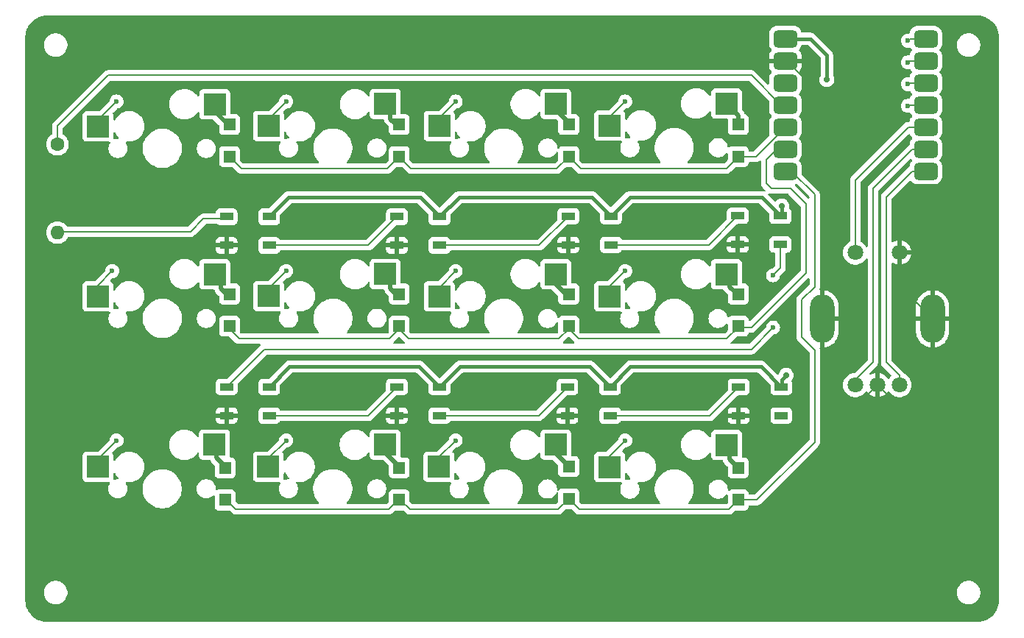
<source format=gbr>
%TF.GenerationSoftware,KiCad,Pcbnew,8.0.5*%
%TF.CreationDate,2024-09-26T23:50:06+10:00*%
%TF.ProjectId,JayPad,4a617950-6164-42e6-9b69-6361645f7063,rev?*%
%TF.SameCoordinates,Original*%
%TF.FileFunction,Copper,L2,Bot*%
%TF.FilePolarity,Positive*%
%FSLAX46Y46*%
G04 Gerber Fmt 4.6, Leading zero omitted, Abs format (unit mm)*
G04 Created by KiCad (PCBNEW 8.0.5) date 2024-09-26 23:50:06*
%MOMM*%
%LPD*%
G01*
G04 APERTURE LIST*
G04 Aperture macros list*
%AMRoundRect*
0 Rectangle with rounded corners*
0 $1 Rounding radius*
0 $2 $3 $4 $5 $6 $7 $8 $9 X,Y pos of 4 corners*
0 Add a 4 corners polygon primitive as box body*
4,1,4,$2,$3,$4,$5,$6,$7,$8,$9,$2,$3,0*
0 Add four circle primitives for the rounded corners*
1,1,$1+$1,$2,$3*
1,1,$1+$1,$4,$5*
1,1,$1+$1,$6,$7*
1,1,$1+$1,$8,$9*
0 Add four rect primitives between the rounded corners*
20,1,$1+$1,$2,$3,$4,$5,0*
20,1,$1+$1,$4,$5,$6,$7,0*
20,1,$1+$1,$6,$7,$8,$9,0*
20,1,$1+$1,$8,$9,$2,$3,0*%
G04 Aperture macros list end*
%TA.AperFunction,SMDPad,CuDef*%
%ADD10R,2.550000X2.500000*%
%TD*%
%TA.AperFunction,ComponentPad*%
%ADD11C,1.600000*%
%TD*%
%TA.AperFunction,ComponentPad*%
%ADD12O,1.600000X1.600000*%
%TD*%
%TA.AperFunction,ComponentPad*%
%ADD13C,1.800000*%
%TD*%
%TA.AperFunction,ComponentPad*%
%ADD14O,2.800000X5.600000*%
%TD*%
%TA.AperFunction,SMDPad,CuDef*%
%ADD15R,1.400000X1.400000*%
%TD*%
%TA.AperFunction,SMDPad,CuDef*%
%ADD16RoundRect,0.500000X0.875000X0.500000X-0.875000X0.500000X-0.875000X-0.500000X0.875000X-0.500000X0*%
%TD*%
%TA.AperFunction,SMDPad,CuDef*%
%ADD17R,1.500000X0.900000*%
%TD*%
%TA.AperFunction,ViaPad*%
%ADD18C,0.700000*%
%TD*%
%TA.AperFunction,ViaPad*%
%ADD19C,0.600000*%
%TD*%
%TA.AperFunction,Conductor*%
%ADD20C,0.200000*%
%TD*%
%TA.AperFunction,Conductor*%
%ADD21C,0.400000*%
%TD*%
%TA.AperFunction,Conductor*%
%ADD22C,0.500000*%
%TD*%
G04 APERTURE END LIST*
D10*
%TO.P,S5,1*%
%TO.N,COL0*%
X99660000Y-91410000D03*
%TO.P,S5,2*%
%TO.N,Net-(D5-PadA)*%
X113085000Y-88870000D03*
%TD*%
D11*
%TO.P,R1,1*%
%TO.N,RGB*%
X95000000Y-73920000D03*
D12*
%TO.P,R1,2*%
%TO.N,Net-(LED4-DIN)*%
X95000000Y-84080000D03*
%TD*%
D10*
%TO.P,S2,1*%
%TO.N,COL1*%
X119270000Y-71820000D03*
%TO.P,S2,2*%
%TO.N,Net-(D2-PadA)*%
X132695000Y-69280000D03*
%TD*%
%TO.P,S9,1*%
%TO.N,COL0*%
X99640000Y-111030000D03*
%TO.P,S9,2*%
%TO.N,Net-(D9-PadA)*%
X113065000Y-108490000D03*
%TD*%
%TO.P,S12,1*%
%TO.N,COL3*%
X158520000Y-111050000D03*
%TO.P,S12,2*%
%TO.N,Net-(D12-PadA)*%
X171945000Y-108510000D03*
%TD*%
%TO.P,S1,1*%
%TO.N,COL0*%
X99660000Y-71850000D03*
%TO.P,S1,2*%
%TO.N,Net-(D1-PadA)*%
X113085000Y-69310000D03*
%TD*%
%TO.P,S7,1*%
%TO.N,COL2*%
X138910000Y-91410000D03*
%TO.P,S7,2*%
%TO.N,Net-(D7-PadA)*%
X152335000Y-88870000D03*
%TD*%
%TO.P,S8,1*%
%TO.N,COL3*%
X158510000Y-91410000D03*
%TO.P,S8,2*%
%TO.N,Net-(D8-PadA)*%
X171935000Y-88870000D03*
%TD*%
%TO.P,S3,1*%
%TO.N,COL2*%
X138910000Y-71820000D03*
%TO.P,S3,2*%
%TO.N,Net-(D3-PadA)*%
X152335000Y-69280000D03*
%TD*%
%TO.P,S6,1*%
%TO.N,COL1*%
X119280000Y-91400000D03*
%TO.P,S6,2*%
%TO.N,Net-(D6-PadA)*%
X132705000Y-88860000D03*
%TD*%
%TO.P,S10,1*%
%TO.N,COL1*%
X119255000Y-111020000D03*
%TO.P,S10,2*%
%TO.N,Net-(D10-PadA)*%
X132680000Y-108480000D03*
%TD*%
D13*
%TO.P,SW1,P$1,P$1*%
%TO.N,ENC_SW*%
X186760000Y-86380000D03*
%TO.P,SW1,P$2,P$2*%
%TO.N,GND*%
X191840000Y-86380000D03*
%TO.P,SW1,P$A,P$A*%
%TO.N,ENC_A*%
X186760000Y-101620000D03*
%TO.P,SW1,P$B,P$B*%
%TO.N,ENC_B*%
X191840000Y-101620000D03*
%TO.P,SW1,P$C,P$C*%
%TO.N,GND*%
X189300000Y-101620000D03*
D14*
%TO.P,SW1,P$GND1,P$GND1*%
X182950000Y-94000000D03*
%TO.P,SW1,P$GND2,P$GND2*%
X195650000Y-94000000D03*
%TD*%
D10*
%TO.P,S11,1*%
%TO.N,COL2*%
X138880000Y-111040000D03*
%TO.P,S11,2*%
%TO.N,Net-(D11-PadA)*%
X152305000Y-108500000D03*
%TD*%
%TO.P,S4,1*%
%TO.N,COL3*%
X158520000Y-71760000D03*
%TO.P,S4,2*%
%TO.N,Net-(D4-PadA)*%
X171945000Y-69220000D03*
%TD*%
D15*
%TO.P,D3,A,A*%
%TO.N,Net-(D3-PadA)*%
X153800000Y-71650000D03*
%TO.P,D3,C,C*%
%TO.N,ROW0*%
X153800000Y-75350000D03*
%TD*%
D16*
%TO.P,M1,1,PA02_A0_D0*%
%TO.N,COL0*%
X194882500Y-61785000D03*
%TO.P,M1,2,PA4_A1_D1*%
%TO.N,COL1*%
X194882500Y-64325000D03*
%TO.P,M1,3,PA10_A2_D2*%
%TO.N,COL2*%
X194882500Y-66865000D03*
%TO.P,M1,4,PA11_A3_D3*%
%TO.N,COL3*%
X194882500Y-69405000D03*
%TO.P,M1,5,PA8_A4_D4_SDA*%
%TO.N,ENC_SW*%
X194882500Y-71945000D03*
%TO.P,M1,6,PA9_A5_D5_SCL*%
%TO.N,ENC_A*%
X194882500Y-74485000D03*
%TO.P,M1,7,PB08_A6_D6_TX*%
%TO.N,ENC_B*%
X194882500Y-77025000D03*
%TO.P,M1,8,PB09_A7_D7_RX*%
%TO.N,ROW2*%
X178717500Y-77025000D03*
%TO.P,M1,9,PA7_A8_D8_SCK*%
%TO.N,ROW1*%
X178717500Y-74485000D03*
%TO.P,M1,10,PA5_A9_D9_MISO*%
%TO.N,ROW0*%
X178717500Y-71945000D03*
%TO.P,M1,11,PA6_A10_D10_MOSI*%
%TO.N,RGB*%
X178717500Y-69405000D03*
%TO.P,M1,12,3V3*%
%TO.N,unconnected-(M1-3V3-Pad12)*%
X178717500Y-66865000D03*
%TO.P,M1,13,GND*%
%TO.N,GND*%
X178717500Y-64325000D03*
%TO.P,M1,14,5V*%
%TO.N,+5V*%
X178717500Y-61785000D03*
%TD*%
D15*
%TO.P,D12,A,A*%
%TO.N,Net-(D12-PadA)*%
X173300000Y-111150000D03*
%TO.P,D12,C,C*%
%TO.N,ROW2*%
X173300000Y-114850000D03*
%TD*%
D17*
%TO.P,LED6,1,VDD*%
%TO.N,+5V*%
X138950000Y-101850000D03*
%TO.P,LED6,2,DOUT*%
%TO.N,Net-(LED6-DOUT)*%
X138950000Y-105150000D03*
%TO.P,LED6,3,VSS*%
%TO.N,GND*%
X134050000Y-105150000D03*
%TO.P,LED6,4,DIN*%
%TO.N,Net-(LED5-DOUT)*%
X134050000Y-101850000D03*
%TD*%
D15*
%TO.P,D9,A,A*%
%TO.N,Net-(D9-PadA)*%
X114300000Y-111150000D03*
%TO.P,D9,C,C*%
%TO.N,ROW2*%
X114300000Y-114850000D03*
%TD*%
%TO.P,D2,A,A*%
%TO.N,Net-(D2-PadA)*%
X134300000Y-71650000D03*
%TO.P,D2,C,C*%
%TO.N,ROW0*%
X134300000Y-75350000D03*
%TD*%
%TO.P,D10,A,A*%
%TO.N,Net-(D10-PadA)*%
X134300000Y-111150000D03*
%TO.P,D10,C,C*%
%TO.N,ROW2*%
X134300000Y-114850000D03*
%TD*%
D17*
%TO.P,LED4,1,VDD*%
%TO.N,+5V*%
X178150000Y-82150000D03*
%TO.P,LED4,2,DOUT*%
%TO.N,DOUT0*%
X178150000Y-85450000D03*
%TO.P,LED4,3,VSS*%
%TO.N,GND*%
X173250000Y-85450000D03*
%TO.P,LED4,4,DIN*%
%TO.N,Net-(LED1-DIN)*%
X173250000Y-82150000D03*
%TD*%
%TO.P,LED5,1,VDD*%
%TO.N,+5V*%
X119350000Y-101850000D03*
%TO.P,LED5,2,DOUT*%
%TO.N,Net-(LED5-DOUT)*%
X119350000Y-105150000D03*
%TO.P,LED5,3,VSS*%
%TO.N,GND*%
X114450000Y-105150000D03*
%TO.P,LED5,4,DIN*%
%TO.N,DOUT0*%
X114450000Y-101850000D03*
%TD*%
D15*
%TO.P,D1,A,A*%
%TO.N,Net-(D1-PadA)*%
X114800000Y-71650000D03*
%TO.P,D1,C,C*%
%TO.N,ROW0*%
X114800000Y-75350000D03*
%TD*%
%TO.P,D4,A,A*%
%TO.N,Net-(D4-PadA)*%
X173300000Y-71650000D03*
%TO.P,D4,C,C*%
%TO.N,ROW0*%
X173300000Y-75350000D03*
%TD*%
%TO.P,D7,A,A*%
%TO.N,Net-(D7-PadA)*%
X153800000Y-91150000D03*
%TO.P,D7,C,C*%
%TO.N,ROW1*%
X153800000Y-94850000D03*
%TD*%
D17*
%TO.P,LED2,1,VDD*%
%TO.N,+5V*%
X138950000Y-82250000D03*
%TO.P,LED2,2,DOUT*%
%TO.N,Net-(LED2-DIN)*%
X138950000Y-85550000D03*
%TO.P,LED2,3,VSS*%
%TO.N,GND*%
X134050000Y-85550000D03*
%TO.P,LED2,4,DIN*%
%TO.N,Net-(LED3-DIN)*%
X134050000Y-82250000D03*
%TD*%
%TO.P,LED7,1,VDD*%
%TO.N,+5V*%
X158550000Y-101850000D03*
%TO.P,LED7,2,DOUT*%
%TO.N,Net-(LED7-DOUT)*%
X158550000Y-105150000D03*
%TO.P,LED7,3,VSS*%
%TO.N,GND*%
X153650000Y-105150000D03*
%TO.P,LED7,4,DIN*%
%TO.N,Net-(LED6-DOUT)*%
X153650000Y-101850000D03*
%TD*%
D15*
%TO.P,D11,A,A*%
%TO.N,Net-(D11-PadA)*%
X153800000Y-111000000D03*
%TO.P,D11,C,C*%
%TO.N,ROW2*%
X153800000Y-114700000D03*
%TD*%
D17*
%TO.P,LED1,1,VDD*%
%TO.N,+5V*%
X119350000Y-82250000D03*
%TO.P,LED1,2,DOUT*%
%TO.N,Net-(LED3-DIN)*%
X119350000Y-85550000D03*
%TO.P,LED1,3,VSS*%
%TO.N,GND*%
X114450000Y-85550000D03*
%TO.P,LED1,4,DIN*%
%TO.N,Net-(LED4-DIN)*%
X114450000Y-82250000D03*
%TD*%
%TO.P,LED8,1,VDD*%
%TO.N,+5V*%
X178250000Y-101850000D03*
%TO.P,LED8,2,DOUT*%
%TO.N,unconnected-(LED8-DOUT-Pad2)*%
X178250000Y-105150000D03*
%TO.P,LED8,3,VSS*%
%TO.N,GND*%
X173350000Y-105150000D03*
%TO.P,LED8,4,DIN*%
%TO.N,Net-(LED7-DOUT)*%
X173350000Y-101850000D03*
%TD*%
%TO.P,LED3,1,VDD*%
%TO.N,+5V*%
X158650000Y-82200000D03*
%TO.P,LED3,2,DOUT*%
%TO.N,Net-(LED1-DIN)*%
X158650000Y-85500000D03*
%TO.P,LED3,3,VSS*%
%TO.N,GND*%
X153750000Y-85500000D03*
%TO.P,LED3,4,DIN*%
%TO.N,Net-(LED2-DIN)*%
X153750000Y-82200000D03*
%TD*%
D15*
%TO.P,D5,A,A*%
%TO.N,Net-(D5-PadA)*%
X114800000Y-91150000D03*
%TO.P,D5,C,C*%
%TO.N,ROW1*%
X114800000Y-94850000D03*
%TD*%
%TO.P,D8,A,A*%
%TO.N,Net-(D8-PadA)*%
X173300000Y-91150000D03*
%TO.P,D8,C,C*%
%TO.N,ROW1*%
X173300000Y-94850000D03*
%TD*%
%TO.P,D6,A,A*%
%TO.N,Net-(D6-PadA)*%
X134300000Y-91150000D03*
%TO.P,D6,C,C*%
%TO.N,ROW1*%
X134300000Y-94850000D03*
%TD*%
D18*
%TO.N,+5V*%
X178299976Y-81000000D03*
X178799999Y-100500009D03*
X183499994Y-66500000D03*
D19*
%TO.N,COL0*%
X101800000Y-69000000D03*
X101800000Y-108000000D03*
X101300000Y-88500000D03*
X192800000Y-62000000D03*
%TO.N,COL1*%
X192800000Y-64500000D03*
X121300000Y-88500000D03*
X121300000Y-69000000D03*
X121300000Y-108000000D03*
%TO.N,COL2*%
X140800000Y-69000000D03*
X140800000Y-108000000D03*
X192800000Y-67000000D03*
X140800000Y-88500000D03*
%TO.N,COL3*%
X160300000Y-88500000D03*
X192800000Y-69500000D03*
X160300000Y-69000000D03*
X160300000Y-108000000D03*
%TO.N,DOUT0*%
X177300000Y-89000010D03*
X177299996Y-95000000D03*
%TD*%
D20*
%TO.N,ROW0*%
X173300000Y-75350000D02*
X175312500Y-75350000D01*
X135664000Y-76714000D02*
X134300000Y-75350000D01*
X175312500Y-75350000D02*
X178717500Y-71945000D01*
X153800000Y-75350000D02*
X155164000Y-76714000D01*
X134300000Y-75350000D02*
X132936000Y-76714000D01*
X152436000Y-76714000D02*
X135664000Y-76714000D01*
X153800000Y-75350000D02*
X152436000Y-76714000D01*
X116164000Y-76714000D02*
X114800000Y-75350000D01*
X132936000Y-76714000D02*
X116164000Y-76714000D01*
X155164000Y-76714000D02*
X171936000Y-76714000D01*
X171936000Y-76714000D02*
X173300000Y-75350000D01*
%TO.N,ROW1*%
X177100000Y-79000000D02*
X176500000Y-78400000D01*
X176500000Y-78400000D02*
X176500000Y-75700000D01*
X153800000Y-95200000D02*
X154904000Y-96304000D01*
X177715000Y-74485000D02*
X178717500Y-74485000D01*
X114800000Y-95200000D02*
X115894000Y-96294000D01*
X152696000Y-96304000D02*
X153800000Y-95200000D01*
X134300000Y-95200000D02*
X135404000Y-96304000D01*
X133206000Y-96294000D02*
X134300000Y-95200000D01*
X174800000Y-95000000D02*
X181100000Y-88700000D01*
X173300000Y-95000000D02*
X174800000Y-95000000D01*
X179300000Y-79000000D02*
X177100000Y-79000000D01*
X176500000Y-75700000D02*
X177715000Y-74485000D01*
X154904000Y-96304000D02*
X171996000Y-96304000D01*
X181100000Y-80800000D02*
X179300000Y-79000000D01*
X115894000Y-96294000D02*
X133206000Y-96294000D01*
X135404000Y-96304000D02*
X152696000Y-96304000D01*
X171996000Y-96304000D02*
X173300000Y-95000000D01*
X181100000Y-88700000D02*
X181100000Y-80800000D01*
%TO.N,ROW2*%
X153800000Y-114700000D02*
X155044000Y-115944000D01*
X114300000Y-114700000D02*
X115514000Y-115914000D01*
X133086000Y-115914000D02*
X134300000Y-114700000D01*
X182100000Y-90300000D02*
X182100000Y-79700000D01*
X135534000Y-115934000D02*
X152566000Y-115934000D01*
X182100000Y-79700000D02*
X179425000Y-77025000D01*
X155044000Y-115944000D02*
X172206000Y-115944000D01*
X180600000Y-91800000D02*
X182100000Y-90300000D01*
X134300000Y-114700000D02*
X135534000Y-115934000D01*
X172206000Y-115944000D02*
X173300000Y-114850000D01*
X173300000Y-114850000D02*
X175450000Y-114850000D01*
X182100000Y-97600000D02*
X180600000Y-96100000D01*
X175450000Y-114850000D02*
X182100000Y-108200000D01*
X152566000Y-115934000D02*
X153800000Y-114700000D01*
X179425000Y-77025000D02*
X178717500Y-77025000D01*
X180600000Y-96100000D02*
X180600000Y-91800000D01*
X115514000Y-115914000D02*
X133086000Y-115914000D01*
X182100000Y-108200000D02*
X182100000Y-97600000D01*
D21*
%TO.N,+5V*%
X183499994Y-63699994D02*
X183499994Y-66500000D01*
X160850000Y-80000000D02*
X158650000Y-82200000D01*
X136700000Y-80000000D02*
X121600000Y-80000000D01*
X141300000Y-99500000D02*
X138950000Y-101850000D01*
X138950000Y-82250000D02*
X136700000Y-80000000D01*
X178250000Y-101850000D02*
X175900000Y-99500000D01*
X178299976Y-81000000D02*
X178299976Y-82000024D01*
X121700000Y-99500000D02*
X119350000Y-101850000D01*
X178717500Y-61785000D02*
X181585000Y-61785000D01*
X178300000Y-101000008D02*
X178799999Y-100500009D01*
D20*
X178300000Y-101800000D02*
X178250000Y-101850000D01*
D21*
X158550000Y-101850000D02*
X156200000Y-99500000D01*
X178300000Y-101800000D02*
X178300000Y-101000008D01*
X160900000Y-99500000D02*
X158550000Y-101850000D01*
X176000000Y-80000000D02*
X160850000Y-80000000D01*
X136600000Y-99500000D02*
X121700000Y-99500000D01*
X121600000Y-80000000D02*
X119350000Y-82250000D01*
X156450000Y-80000000D02*
X141200000Y-80000000D01*
X156200000Y-99500000D02*
X141300000Y-99500000D01*
X141200000Y-80000000D02*
X138950000Y-82250000D01*
X175900000Y-99500000D02*
X160900000Y-99500000D01*
X181585000Y-61785000D02*
X183499994Y-63699994D01*
D20*
X178299976Y-82000024D02*
X178150000Y-82150000D01*
D21*
X158650000Y-82200000D02*
X156450000Y-80000000D01*
X138950000Y-101850000D02*
X136600000Y-99500000D01*
X178150000Y-82150000D02*
X176000000Y-80000000D01*
D20*
%TO.N,GND*%
X195650000Y-101150000D02*
X193300000Y-103500000D01*
X191840000Y-86380000D02*
X191840000Y-90190000D01*
X184300000Y-103500000D02*
X182950000Y-102150000D01*
X187420000Y-103500000D02*
X184300000Y-103500000D01*
X195650000Y-94000000D02*
X195650000Y-101150000D01*
X191840000Y-90190000D02*
X195650000Y-94000000D01*
X182950000Y-102150000D02*
X182950000Y-94000000D01*
X182950000Y-68400000D02*
X178875000Y-64325000D01*
X191180000Y-103500000D02*
X189300000Y-101620000D01*
X189300000Y-101620000D02*
X187420000Y-103500000D01*
X178875000Y-64325000D02*
X178717500Y-64325000D01*
X182950000Y-94000000D02*
X182950000Y-68400000D01*
X193300000Y-103500000D02*
X191180000Y-103500000D01*
%TO.N,COL0*%
X194882500Y-61785000D02*
X193015000Y-61785000D01*
X99640000Y-111030000D02*
X99640000Y-110160000D01*
X99660000Y-71140000D02*
X101800000Y-69000000D01*
X99660000Y-91410000D02*
X99660000Y-90140000D01*
X99660000Y-90140000D02*
X101300000Y-88500000D01*
X99660000Y-71850000D02*
X99660000Y-71140000D01*
X99640000Y-110160000D02*
X101800000Y-108000000D01*
%TO.N,COL1*%
X119270000Y-71030000D02*
X121300000Y-69000000D01*
X119280000Y-91400000D02*
X119280000Y-90520000D01*
X119255000Y-110045000D02*
X121300000Y-108000000D01*
X119270000Y-71820000D02*
X119270000Y-71030000D01*
X119255000Y-111020000D02*
X119255000Y-110045000D01*
X119280000Y-90520000D02*
X121300000Y-88500000D01*
X194882500Y-64325000D02*
X192975000Y-64325000D01*
%TO.N,COL2*%
X138910000Y-70890000D02*
X140800000Y-69000000D01*
X138880000Y-109920000D02*
X140800000Y-108000000D01*
X138910000Y-71820000D02*
X138910000Y-70890000D01*
X138880000Y-111040000D02*
X138880000Y-109920000D01*
X138910000Y-90390000D02*
X140800000Y-88500000D01*
X194882500Y-66865000D02*
X192935000Y-66865000D01*
X138910000Y-91410000D02*
X138910000Y-90390000D01*
%TO.N,ENC_A*%
X188800000Y-79000000D02*
X193315000Y-74485000D01*
X193315000Y-74485000D02*
X194882500Y-74485000D01*
X188800000Y-99000000D02*
X188800000Y-79000000D01*
X186760000Y-101620000D02*
X186760000Y-101040000D01*
X186760000Y-101040000D02*
X188800000Y-99000000D01*
%TO.N,ENC_B*%
X190300000Y-99000000D02*
X190300000Y-80000000D01*
X191840000Y-101620000D02*
X191840000Y-100540000D01*
X191840000Y-100540000D02*
X190300000Y-99000000D01*
X193275000Y-77025000D02*
X194882500Y-77025000D01*
X190300000Y-80000000D02*
X193275000Y-77025000D01*
%TO.N,ENC_SW*%
X186760000Y-78040000D02*
X192855000Y-71945000D01*
X192855000Y-71945000D02*
X194882500Y-71945000D01*
X186760000Y-86380000D02*
X186760000Y-78040000D01*
%TO.N,RGB*%
X100800000Y-66000000D02*
X174800000Y-66000000D01*
X174800000Y-66000000D02*
X178205000Y-69405000D01*
X95000000Y-73920000D02*
X95000000Y-71800000D01*
X178205000Y-69405000D02*
X178717500Y-69405000D01*
X95000000Y-71800000D02*
X100800000Y-66000000D01*
D22*
%TO.N,Net-(D3-PadA)*%
X152300000Y-69935000D02*
X153800000Y-71435000D01*
X153800000Y-71435000D02*
X153800000Y-72000000D01*
%TO.N,Net-(D6-PadA)*%
X133300000Y-89505000D02*
X133300000Y-90500000D01*
X133300000Y-90500000D02*
X134300000Y-91500000D01*
%TO.N,Net-(D9-PadA)*%
X113300000Y-110000000D02*
X114300000Y-111000000D01*
X113300000Y-109005000D02*
X113300000Y-110000000D01*
%TO.N,Net-(D1-PadA)*%
X113085000Y-70135000D02*
X114800000Y-71850000D01*
X113085000Y-69310000D02*
X113085000Y-70135000D01*
%TO.N,Net-(D2-PadA)*%
X133300000Y-71000000D02*
X134300000Y-72000000D01*
X133300000Y-69280000D02*
X133300000Y-71000000D01*
%TO.N,Net-(D4-PadA)*%
X173300000Y-70575000D02*
X173300000Y-71800000D01*
X171945000Y-69220000D02*
X173300000Y-70575000D01*
%TO.N,Net-(D5-PadA)*%
X113800000Y-89502500D02*
X113800000Y-90500000D01*
X113800000Y-90500000D02*
X114800000Y-91500000D01*
%TO.N,Net-(D7-PadA)*%
X152300000Y-89005000D02*
X152300000Y-90000000D01*
X152300000Y-90000000D02*
X153800000Y-91500000D01*
%TO.N,Net-(D8-PadA)*%
X172300000Y-90300000D02*
X173300000Y-91300000D01*
X172300000Y-89005000D02*
X172300000Y-90300000D01*
%TO.N,Net-(D10-PadA)*%
X132800000Y-109005000D02*
X132800000Y-109500000D01*
X132800000Y-109500000D02*
X134300000Y-111000000D01*
%TO.N,Net-(D11-PadA)*%
X152300000Y-109500000D02*
X153800000Y-111000000D01*
X152300000Y-108505000D02*
X152300000Y-109500000D01*
%TO.N,Net-(D12-PadA)*%
X172300000Y-109002500D02*
X172300000Y-110150000D01*
X172300000Y-110150000D02*
X173300000Y-111150000D01*
D20*
%TO.N,COL3*%
X158520000Y-70780000D02*
X160300000Y-69000000D01*
X158520000Y-109780000D02*
X160300000Y-108000000D01*
X158510000Y-91410000D02*
X158510000Y-90290000D01*
X194882500Y-69405000D02*
X192895000Y-69405000D01*
X158520000Y-111050000D02*
X158520000Y-109780000D01*
X158520000Y-71760000D02*
X158520000Y-70780000D01*
X158510000Y-90290000D02*
X160300000Y-88500000D01*
%TO.N,Net-(LED1-DIN)*%
X158650000Y-85500000D02*
X169900000Y-85500000D01*
X169900000Y-85500000D02*
X173250000Y-82150000D01*
%TO.N,Net-(LED2-DIN)*%
X138950000Y-85550000D02*
X150400000Y-85550000D01*
X150400000Y-85550000D02*
X153750000Y-82200000D01*
%TO.N,Net-(LED7-DOUT)*%
X170050000Y-105150000D02*
X173350000Y-101850000D01*
X158550000Y-105150000D02*
X170050000Y-105150000D01*
%TO.N,Net-(LED6-DOUT)*%
X150350000Y-105150000D02*
X153650000Y-101850000D01*
X138950000Y-105150000D02*
X150350000Y-105150000D01*
%TO.N,Net-(LED3-DIN)*%
X119350000Y-85550000D02*
X130750000Y-85550000D01*
X130750000Y-85550000D02*
X134050000Y-82250000D01*
%TO.N,DOUT0*%
X174799996Y-97500000D02*
X177299996Y-95000000D01*
X178150000Y-85450000D02*
X178150000Y-88150010D01*
X114450000Y-101850000D02*
X118800000Y-97500000D01*
X178150000Y-88150010D02*
X177300000Y-89000010D01*
X118800000Y-97500000D02*
X174799996Y-97500000D01*
%TO.N,Net-(LED4-DIN)*%
X110300000Y-84000000D02*
X111800000Y-82500000D01*
X114200000Y-82500000D02*
X114450000Y-82250000D01*
X95000000Y-84080000D02*
X95080000Y-84000000D01*
X95080000Y-84000000D02*
X110300000Y-84000000D01*
X111800000Y-82500000D02*
X114200000Y-82500000D01*
%TO.N,Net-(LED5-DOUT)*%
X130750000Y-105150000D02*
X134050000Y-101850000D01*
X119350000Y-105150000D02*
X130750000Y-105150000D01*
%TD*%
%TA.AperFunction,Conductor*%
%TO.N,GND*%
G36*
X193176176Y-75575571D02*
G01*
X193228944Y-75613392D01*
X193280515Y-75676639D01*
X193307624Y-75741035D01*
X193295615Y-75809865D01*
X193280515Y-75833361D01*
X193174693Y-75963142D01*
X193167802Y-75971593D01*
X193131541Y-76041011D01*
X193073589Y-76151954D01*
X193017614Y-76347583D01*
X193017613Y-76347586D01*
X193010891Y-76423194D01*
X192985346Y-76488227D01*
X192949378Y-76519599D01*
X192906287Y-76544477D01*
X192906282Y-76544481D01*
X189819481Y-79631282D01*
X189819479Y-79631285D01*
X189769361Y-79718094D01*
X189769359Y-79718096D01*
X189740425Y-79768209D01*
X189740424Y-79768210D01*
X189724544Y-79827472D01*
X189699499Y-79920943D01*
X189699499Y-79920945D01*
X189699499Y-80089046D01*
X189699500Y-80089059D01*
X189699500Y-98913330D01*
X189699499Y-98913348D01*
X189699499Y-99079054D01*
X189699498Y-99079054D01*
X189740423Y-99231785D01*
X189769358Y-99281900D01*
X189769359Y-99281904D01*
X189769360Y-99281904D01*
X189819479Y-99368714D01*
X189819481Y-99368717D01*
X189938349Y-99487585D01*
X189938355Y-99487590D01*
X190875330Y-100424565D01*
X190908815Y-100485888D01*
X190903831Y-100555580D01*
X190878879Y-100596228D01*
X190731017Y-100756850D01*
X190673509Y-100844874D01*
X190620363Y-100890230D01*
X190551132Y-100899654D01*
X190487796Y-100870152D01*
X190465892Y-100844873D01*
X190408585Y-100757157D01*
X190251441Y-100586454D01*
X190251437Y-100586451D01*
X190068355Y-100443952D01*
X190068351Y-100443949D01*
X189864302Y-100333523D01*
X189864293Y-100333520D01*
X189644861Y-100258188D01*
X189550000Y-100242359D01*
X189550000Y-101186988D01*
X189492993Y-101154075D01*
X189365826Y-101120000D01*
X189234174Y-101120000D01*
X189107007Y-101154075D01*
X189050000Y-101186988D01*
X189050000Y-100242359D01*
X189049999Y-100242359D01*
X188955138Y-100258188D01*
X188735706Y-100333520D01*
X188735692Y-100333526D01*
X188568853Y-100423814D01*
X188500525Y-100438409D01*
X188435153Y-100413746D01*
X188393492Y-100357655D01*
X188388770Y-100287945D01*
X188422152Y-100227081D01*
X189280520Y-99368716D01*
X189359577Y-99231784D01*
X189400501Y-99079057D01*
X189400501Y-98920942D01*
X189400501Y-98913339D01*
X189400500Y-98913329D01*
X189400500Y-79300096D01*
X189420185Y-79233057D01*
X189436814Y-79212420D01*
X193045163Y-75604070D01*
X193106484Y-75570587D01*
X193176176Y-75575571D01*
G37*
%TD.AperFunction*%
%TA.AperFunction,Conductor*%
G36*
X200803736Y-59122046D02*
G01*
X201093795Y-59139591D01*
X201108656Y-59141395D01*
X201390799Y-59193100D01*
X201405324Y-59196681D01*
X201679179Y-59282018D01*
X201693153Y-59287317D01*
X201954749Y-59405052D01*
X201967973Y-59411993D01*
X202213459Y-59560395D01*
X202225770Y-59568893D01*
X202451542Y-59745774D01*
X202451561Y-59745789D01*
X202462770Y-59755719D01*
X202665591Y-59958542D01*
X202675520Y-59969750D01*
X202852414Y-60195540D01*
X202860920Y-60207864D01*
X203009301Y-60453320D01*
X203016260Y-60466578D01*
X203133979Y-60728142D01*
X203139289Y-60742143D01*
X203224622Y-61015991D01*
X203228205Y-61030530D01*
X203279905Y-61312656D01*
X203281710Y-61327521D01*
X203299273Y-61617912D01*
X203299499Y-61625398D01*
X203299499Y-61697196D01*
X203299500Y-61697209D01*
X203299500Y-126305169D01*
X203299499Y-126305187D01*
X203299499Y-126374924D01*
X203299273Y-126382410D01*
X203281731Y-126672465D01*
X203279926Y-126687330D01*
X203228226Y-126969453D01*
X203224643Y-126983992D01*
X203139311Y-127257838D01*
X203134001Y-127271839D01*
X203016283Y-127533398D01*
X203009323Y-127546658D01*
X202860937Y-127792113D01*
X202852431Y-127804436D01*
X202675536Y-128030223D01*
X202665606Y-128041431D01*
X202462792Y-128244241D01*
X202451584Y-128254171D01*
X202225790Y-128431064D01*
X202213466Y-128439570D01*
X201968005Y-128587951D01*
X201954745Y-128594910D01*
X201693183Y-128712622D01*
X201679183Y-128717931D01*
X201405339Y-128803257D01*
X201390799Y-128806840D01*
X201108677Y-128858533D01*
X201093812Y-128860338D01*
X200802649Y-128877940D01*
X200795164Y-128878166D01*
X200741863Y-128878165D01*
X200734125Y-128878165D01*
X200734124Y-128878165D01*
X200725501Y-128878165D01*
X200725473Y-128878167D01*
X93803751Y-128878167D01*
X93796264Y-128877941D01*
X93506199Y-128860395D01*
X93491335Y-128858590D01*
X93209204Y-128806888D01*
X93194665Y-128803305D01*
X92920809Y-128717969D01*
X92906809Y-128712659D01*
X92645247Y-128594942D01*
X92631988Y-128587983D01*
X92386519Y-128439595D01*
X92374196Y-128431089D01*
X92148405Y-128254196D01*
X92137197Y-128244267D01*
X91934372Y-128041447D01*
X91924442Y-128030239D01*
X91747541Y-127804448D01*
X91739037Y-127792127D01*
X91590641Y-127546658D01*
X91583682Y-127533400D01*
X91465957Y-127271837D01*
X91460647Y-127257836D01*
X91375307Y-126983987D01*
X91371724Y-126969449D01*
X91343829Y-126817246D01*
X91320016Y-126687319D01*
X91318211Y-126672460D01*
X91317157Y-126655048D01*
X91300726Y-126383496D01*
X91300500Y-126376007D01*
X91300500Y-125393713D01*
X93449500Y-125393713D01*
X93449500Y-125606286D01*
X93482753Y-125816239D01*
X93548444Y-126018414D01*
X93644951Y-126207820D01*
X93769890Y-126379786D01*
X93920213Y-126530109D01*
X94092179Y-126655048D01*
X94092181Y-126655049D01*
X94092184Y-126655051D01*
X94281588Y-126751557D01*
X94483757Y-126817246D01*
X94693713Y-126850500D01*
X94693714Y-126850500D01*
X94906286Y-126850500D01*
X94906287Y-126850500D01*
X95116243Y-126817246D01*
X95318412Y-126751557D01*
X95507816Y-126655051D01*
X95529789Y-126639086D01*
X95679786Y-126530109D01*
X95679788Y-126530106D01*
X95679792Y-126530104D01*
X95830104Y-126379792D01*
X95830106Y-126379788D01*
X95830109Y-126379786D01*
X95955048Y-126207820D01*
X95955047Y-126207820D01*
X95955051Y-126207816D01*
X96051557Y-126018412D01*
X96117246Y-125816243D01*
X96150500Y-125606287D01*
X96150500Y-125393713D01*
X198449500Y-125393713D01*
X198449500Y-125606286D01*
X198482753Y-125816239D01*
X198548444Y-126018414D01*
X198644951Y-126207820D01*
X198769890Y-126379786D01*
X198920213Y-126530109D01*
X199092179Y-126655048D01*
X199092181Y-126655049D01*
X199092184Y-126655051D01*
X199281588Y-126751557D01*
X199483757Y-126817246D01*
X199693713Y-126850500D01*
X199693714Y-126850500D01*
X199906286Y-126850500D01*
X199906287Y-126850500D01*
X200116243Y-126817246D01*
X200318412Y-126751557D01*
X200507816Y-126655051D01*
X200529789Y-126639086D01*
X200679786Y-126530109D01*
X200679788Y-126530106D01*
X200679792Y-126530104D01*
X200830104Y-126379792D01*
X200830106Y-126379788D01*
X200830109Y-126379786D01*
X200955048Y-126207820D01*
X200955047Y-126207820D01*
X200955051Y-126207816D01*
X201051557Y-126018412D01*
X201117246Y-125816243D01*
X201150500Y-125606287D01*
X201150500Y-125393713D01*
X201117246Y-125183757D01*
X201051557Y-124981588D01*
X200955051Y-124792184D01*
X200955049Y-124792181D01*
X200955048Y-124792179D01*
X200830109Y-124620213D01*
X200679786Y-124469890D01*
X200507820Y-124344951D01*
X200318414Y-124248444D01*
X200318413Y-124248443D01*
X200318412Y-124248443D01*
X200116243Y-124182754D01*
X200116241Y-124182753D01*
X200116240Y-124182753D01*
X199954957Y-124157208D01*
X199906287Y-124149500D01*
X199693713Y-124149500D01*
X199645042Y-124157208D01*
X199483760Y-124182753D01*
X199281585Y-124248444D01*
X199092179Y-124344951D01*
X198920213Y-124469890D01*
X198769890Y-124620213D01*
X198644951Y-124792179D01*
X198548444Y-124981585D01*
X198482753Y-125183760D01*
X198449500Y-125393713D01*
X96150500Y-125393713D01*
X96117246Y-125183757D01*
X96051557Y-124981588D01*
X95955051Y-124792184D01*
X95955049Y-124792181D01*
X95955048Y-124792179D01*
X95830109Y-124620213D01*
X95679786Y-124469890D01*
X95507820Y-124344951D01*
X95318414Y-124248444D01*
X95318413Y-124248443D01*
X95318412Y-124248443D01*
X95116243Y-124182754D01*
X95116241Y-124182753D01*
X95116240Y-124182753D01*
X94954957Y-124157208D01*
X94906287Y-124149500D01*
X94693713Y-124149500D01*
X94645042Y-124157208D01*
X94483760Y-124182753D01*
X94281585Y-124248444D01*
X94092179Y-124344951D01*
X93920213Y-124469890D01*
X93769890Y-124620213D01*
X93644951Y-124792179D01*
X93548444Y-124981585D01*
X93482753Y-125183760D01*
X93449500Y-125393713D01*
X91300500Y-125393713D01*
X91300500Y-109732135D01*
X97864500Y-109732135D01*
X97864500Y-112327870D01*
X97864501Y-112327876D01*
X97870908Y-112387483D01*
X97921202Y-112522328D01*
X97921206Y-112522335D01*
X98007452Y-112637544D01*
X98007455Y-112637547D01*
X98122664Y-112723793D01*
X98122671Y-112723797D01*
X98257517Y-112774091D01*
X98257516Y-112774091D01*
X98264444Y-112774835D01*
X98317127Y-112780500D01*
X100919949Y-112780499D01*
X100986988Y-112800184D01*
X101032743Y-112852987D01*
X101042687Y-112922146D01*
X101020267Y-112977384D01*
X101008770Y-112993208D01*
X100930128Y-113147552D01*
X100876597Y-113312302D01*
X100859146Y-113422486D01*
X100849500Y-113483389D01*
X100849500Y-113656611D01*
X100851084Y-113666610D01*
X100875013Y-113817697D01*
X100876598Y-113827701D01*
X100926878Y-113982447D01*
X100930128Y-113992447D01*
X100949860Y-114031174D01*
X101008768Y-114146788D01*
X101110586Y-114286928D01*
X101233072Y-114409414D01*
X101373212Y-114511232D01*
X101527555Y-114589873D01*
X101692299Y-114643402D01*
X101863389Y-114670500D01*
X101863390Y-114670500D01*
X102036610Y-114670500D01*
X102036611Y-114670500D01*
X102207701Y-114643402D01*
X102372445Y-114589873D01*
X102526788Y-114511232D01*
X102666928Y-114409414D01*
X102789414Y-114286928D01*
X102891232Y-114146788D01*
X102969873Y-113992445D01*
X103023402Y-113827701D01*
X103050500Y-113656611D01*
X103050500Y-113483389D01*
X103040854Y-113422486D01*
X104799500Y-113422486D01*
X104799500Y-113717513D01*
X104824536Y-113907671D01*
X104838007Y-114009993D01*
X104912212Y-114286930D01*
X104914361Y-114294951D01*
X104914364Y-114294961D01*
X105027254Y-114567500D01*
X105027258Y-114567510D01*
X105174761Y-114822993D01*
X105354352Y-115057040D01*
X105354358Y-115057047D01*
X105562952Y-115265641D01*
X105562959Y-115265647D01*
X105797006Y-115445238D01*
X106052489Y-115592741D01*
X106052490Y-115592741D01*
X106052493Y-115592743D01*
X106325048Y-115705639D01*
X106610007Y-115781993D01*
X106902494Y-115820500D01*
X106902501Y-115820500D01*
X107197499Y-115820500D01*
X107197506Y-115820500D01*
X107489993Y-115781993D01*
X107774952Y-115705639D01*
X108047507Y-115592743D01*
X108302994Y-115445238D01*
X108537042Y-115265646D01*
X108745646Y-115057042D01*
X108925238Y-114822994D01*
X109072743Y-114567507D01*
X109185639Y-114294952D01*
X109261993Y-114009993D01*
X109300500Y-113717506D01*
X109300500Y-113422494D01*
X109261993Y-113130007D01*
X109185639Y-112845048D01*
X109072743Y-112572493D01*
X109066967Y-112562489D01*
X108925238Y-112317006D01*
X108745647Y-112082959D01*
X108745641Y-112082952D01*
X108537047Y-111874358D01*
X108537040Y-111874352D01*
X108302993Y-111694761D01*
X108047510Y-111547258D01*
X108047500Y-111547254D01*
X107774961Y-111434364D01*
X107774954Y-111434362D01*
X107774952Y-111434361D01*
X107489993Y-111358007D01*
X107441113Y-111351571D01*
X107197513Y-111319500D01*
X107197506Y-111319500D01*
X106902494Y-111319500D01*
X106902486Y-111319500D01*
X106624085Y-111356153D01*
X106610007Y-111358007D01*
X106482247Y-111392240D01*
X106325048Y-111434361D01*
X106325038Y-111434364D01*
X106052499Y-111547254D01*
X106052489Y-111547258D01*
X105797006Y-111694761D01*
X105562959Y-111874352D01*
X105562952Y-111874358D01*
X105354358Y-112082952D01*
X105354352Y-112082959D01*
X105174761Y-112317006D01*
X105027258Y-112572489D01*
X105027254Y-112572499D01*
X104914364Y-112845038D01*
X104914361Y-112845048D01*
X104840685Y-113120015D01*
X104838008Y-113130004D01*
X104838006Y-113130015D01*
X104799500Y-113422486D01*
X103040854Y-113422486D01*
X103023402Y-113312299D01*
X102969873Y-113147555D01*
X102891232Y-112993212D01*
X102865232Y-112957427D01*
X102841753Y-112891622D01*
X102857578Y-112823568D01*
X102907684Y-112774873D01*
X102976162Y-112760997D01*
X102981705Y-112761599D01*
X103115301Y-112779188D01*
X103125250Y-112780498D01*
X103125266Y-112780500D01*
X103125273Y-112780500D01*
X103354727Y-112780500D01*
X103354734Y-112780500D01*
X103582238Y-112750548D01*
X103803887Y-112691158D01*
X104015888Y-112603344D01*
X104214612Y-112488611D01*
X104396661Y-112348919D01*
X104396665Y-112348914D01*
X104396670Y-112348911D01*
X104558911Y-112186670D01*
X104558914Y-112186665D01*
X104558919Y-112186661D01*
X104698611Y-112004612D01*
X104813344Y-111805888D01*
X104901158Y-111593887D01*
X104960548Y-111372238D01*
X104990500Y-111144734D01*
X104990500Y-110915266D01*
X104960548Y-110687762D01*
X104901158Y-110466113D01*
X104834224Y-110304521D01*
X104813349Y-110254123D01*
X104813344Y-110254113D01*
X104813344Y-110254112D01*
X104698611Y-110055388D01*
X104698608Y-110055385D01*
X104698607Y-110055382D01*
X104597764Y-109923962D01*
X104558919Y-109873339D01*
X104558918Y-109873338D01*
X104558911Y-109873330D01*
X104396670Y-109711089D01*
X104396661Y-109711081D01*
X104214617Y-109571392D01*
X104197296Y-109561392D01*
X104072932Y-109489590D01*
X104015890Y-109456657D01*
X104015876Y-109456650D01*
X103803887Y-109368842D01*
X103756728Y-109356206D01*
X103582238Y-109309452D01*
X103544215Y-109304446D01*
X103354741Y-109279500D01*
X103354734Y-109279500D01*
X103125266Y-109279500D01*
X103125258Y-109279500D01*
X102924673Y-109305909D01*
X102897762Y-109309452D01*
X102804076Y-109334554D01*
X102676112Y-109368842D01*
X102464123Y-109456650D01*
X102464109Y-109456657D01*
X102265382Y-109571392D01*
X102083338Y-109711081D01*
X101921081Y-109873338D01*
X101781392Y-110055382D01*
X101666657Y-110254109D01*
X101666655Y-110254113D01*
X101654060Y-110284521D01*
X101610218Y-110338924D01*
X101543924Y-110360988D01*
X101476225Y-110343708D01*
X101428615Y-110292571D01*
X101415499Y-110237067D01*
X101415499Y-109732129D01*
X101415498Y-109732123D01*
X101415497Y-109732116D01*
X101409091Y-109672517D01*
X101406910Y-109666670D01*
X101358797Y-109537671D01*
X101358795Y-109537668D01*
X101322804Y-109489590D01*
X101317343Y-109482295D01*
X101292926Y-109416833D01*
X101307777Y-109348560D01*
X101328926Y-109320307D01*
X101818535Y-108830698D01*
X101879856Y-108797215D01*
X101892311Y-108795163D01*
X101979255Y-108785368D01*
X102149522Y-108725789D01*
X102302262Y-108629816D01*
X102429816Y-108502262D01*
X102509618Y-108375258D01*
X107839500Y-108375258D01*
X107839500Y-108604741D01*
X107850822Y-108690732D01*
X107869452Y-108832238D01*
X107887820Y-108900788D01*
X107928842Y-109053887D01*
X108016650Y-109265876D01*
X108016657Y-109265890D01*
X108053354Y-109329451D01*
X108125618Y-109454617D01*
X108131392Y-109464617D01*
X108271081Y-109646661D01*
X108271089Y-109646670D01*
X108433330Y-109808911D01*
X108433338Y-109808918D01*
X108615382Y-109948607D01*
X108615385Y-109948608D01*
X108615388Y-109948611D01*
X108814112Y-110063344D01*
X108814117Y-110063346D01*
X108814123Y-110063349D01*
X108884392Y-110092455D01*
X109026113Y-110151158D01*
X109247762Y-110210548D01*
X109464312Y-110239057D01*
X109475250Y-110240498D01*
X109475266Y-110240500D01*
X109475273Y-110240500D01*
X109704727Y-110240500D01*
X109704734Y-110240500D01*
X109932238Y-110210548D01*
X110153887Y-110151158D01*
X110365888Y-110063344D01*
X110564612Y-109948611D01*
X110746661Y-109808919D01*
X110746665Y-109808914D01*
X110746670Y-109808911D01*
X110908911Y-109646670D01*
X110908914Y-109646665D01*
X110908919Y-109646661D01*
X111048611Y-109464612D01*
X111058114Y-109448152D01*
X111108675Y-109399938D01*
X111177282Y-109386712D01*
X111242148Y-109412677D01*
X111282678Y-109469590D01*
X111289500Y-109510151D01*
X111289500Y-109787869D01*
X111289501Y-109787876D01*
X111295908Y-109847483D01*
X111346202Y-109982328D01*
X111346206Y-109982335D01*
X111432452Y-110097544D01*
X111432455Y-110097547D01*
X111547664Y-110183793D01*
X111547671Y-110183797D01*
X111682517Y-110234091D01*
X111682516Y-110234091D01*
X111689444Y-110234835D01*
X111742127Y-110240500D01*
X112504428Y-110240499D01*
X112571467Y-110260183D01*
X112617222Y-110312987D01*
X112618988Y-110317045D01*
X112634913Y-110355491D01*
X112659163Y-110391783D01*
X112659164Y-110391786D01*
X112717046Y-110478414D01*
X112717052Y-110478421D01*
X113063181Y-110824548D01*
X113096666Y-110885871D01*
X113099500Y-110912229D01*
X113099500Y-111897870D01*
X113099501Y-111897876D01*
X113105908Y-111957483D01*
X113156202Y-112092328D01*
X113156206Y-112092335D01*
X113242452Y-112207544D01*
X113242455Y-112207547D01*
X113357664Y-112293793D01*
X113357671Y-112293797D01*
X113492517Y-112344091D01*
X113492516Y-112344091D01*
X113499444Y-112344835D01*
X113552127Y-112350500D01*
X115047872Y-112350499D01*
X115107483Y-112344091D01*
X115242331Y-112293796D01*
X115357546Y-112207546D01*
X115443796Y-112092331D01*
X115494091Y-111957483D01*
X115500500Y-111897873D01*
X115500499Y-110402128D01*
X115494091Y-110342517D01*
X115490805Y-110333708D01*
X115443797Y-110207671D01*
X115443793Y-110207664D01*
X115357547Y-110092455D01*
X115357544Y-110092452D01*
X115242335Y-110006206D01*
X115242328Y-110006202D01*
X115107482Y-109955908D01*
X115107483Y-109955908D01*
X115047883Y-109949501D01*
X115047881Y-109949500D01*
X115047873Y-109949500D01*
X115047865Y-109949500D01*
X114961169Y-109949500D01*
X114894130Y-109929815D01*
X114848375Y-109877011D01*
X114837879Y-109812247D01*
X114840500Y-109787873D01*
X114840500Y-109722135D01*
X117479500Y-109722135D01*
X117479500Y-112317870D01*
X117479501Y-112317876D01*
X117485908Y-112377483D01*
X117536202Y-112512328D01*
X117536206Y-112512335D01*
X117622452Y-112627544D01*
X117622455Y-112627547D01*
X117737664Y-112713793D01*
X117737671Y-112713797D01*
X117872517Y-112764091D01*
X117872516Y-112764091D01*
X117879444Y-112764835D01*
X117932127Y-112770500D01*
X120534949Y-112770499D01*
X120601988Y-112790184D01*
X120647743Y-112842987D01*
X120657687Y-112912146D01*
X120635267Y-112967384D01*
X120623770Y-112983208D01*
X120545128Y-113137552D01*
X120491597Y-113302302D01*
X120469393Y-113442494D01*
X120464500Y-113473389D01*
X120464500Y-113646611D01*
X120466604Y-113659897D01*
X120485005Y-113776079D01*
X120491598Y-113817701D01*
X120540084Y-113966925D01*
X120545128Y-113982447D01*
X120565098Y-114021640D01*
X120623768Y-114136788D01*
X120725586Y-114276928D01*
X120848072Y-114399414D01*
X120988212Y-114501232D01*
X121142555Y-114579873D01*
X121307299Y-114633402D01*
X121478389Y-114660500D01*
X121478390Y-114660500D01*
X121651610Y-114660500D01*
X121651611Y-114660500D01*
X121822701Y-114633402D01*
X121987445Y-114579873D01*
X122141788Y-114501232D01*
X122281928Y-114399414D01*
X122404414Y-114276928D01*
X122506232Y-114136788D01*
X122584873Y-113982445D01*
X122638402Y-113817701D01*
X122665500Y-113646611D01*
X122665500Y-113473389D01*
X122638402Y-113302299D01*
X122584873Y-113137555D01*
X122506232Y-112983212D01*
X122480232Y-112947427D01*
X122456753Y-112881622D01*
X122472578Y-112813568D01*
X122522684Y-112764873D01*
X122591162Y-112750997D01*
X122596705Y-112751599D01*
X122730301Y-112769188D01*
X122740250Y-112770498D01*
X122740266Y-112770500D01*
X122740273Y-112770500D01*
X122969727Y-112770500D01*
X122969734Y-112770500D01*
X123197238Y-112740548D01*
X123418887Y-112681158D01*
X123630888Y-112593344D01*
X123829612Y-112478611D01*
X124011661Y-112338919D01*
X124011665Y-112338914D01*
X124011670Y-112338911D01*
X124173911Y-112176670D01*
X124173914Y-112176665D01*
X124173919Y-112176661D01*
X124313611Y-111994612D01*
X124428344Y-111795888D01*
X124516158Y-111583887D01*
X124575548Y-111362238D01*
X124605500Y-111134734D01*
X124605500Y-110905266D01*
X124575548Y-110677762D01*
X124516158Y-110456113D01*
X124449224Y-110294521D01*
X124428349Y-110244123D01*
X124428344Y-110244113D01*
X124428344Y-110244112D01*
X124313611Y-110045388D01*
X124313608Y-110045385D01*
X124313607Y-110045382D01*
X124196932Y-109893330D01*
X124173919Y-109863339D01*
X124173918Y-109863338D01*
X124173911Y-109863330D01*
X124011670Y-109701089D01*
X124011661Y-109701081D01*
X123829617Y-109561392D01*
X123805839Y-109547664D01*
X123687932Y-109479590D01*
X123630890Y-109446657D01*
X123630876Y-109446650D01*
X123418887Y-109358842D01*
X123409034Y-109356202D01*
X123197238Y-109299452D01*
X123159215Y-109294446D01*
X122969741Y-109269500D01*
X122969734Y-109269500D01*
X122740266Y-109269500D01*
X122740258Y-109269500D01*
X122539673Y-109295909D01*
X122512762Y-109299452D01*
X122433888Y-109320586D01*
X122291112Y-109358842D01*
X122079123Y-109446650D01*
X122079109Y-109446657D01*
X121880382Y-109561392D01*
X121698338Y-109701081D01*
X121536081Y-109863338D01*
X121396392Y-110045382D01*
X121281657Y-110244109D01*
X121281655Y-110244113D01*
X121269060Y-110274521D01*
X121225218Y-110328924D01*
X121158924Y-110350988D01*
X121091225Y-110333708D01*
X121043615Y-110282571D01*
X121030499Y-110227067D01*
X121030499Y-109722129D01*
X121030498Y-109722123D01*
X121030497Y-109722116D01*
X121025166Y-109672516D01*
X121024091Y-109662516D01*
X120973797Y-109527671D01*
X120973793Y-109527664D01*
X120887392Y-109412248D01*
X120862974Y-109346784D01*
X120877825Y-109278511D01*
X120898973Y-109250260D01*
X121318536Y-108830698D01*
X121379857Y-108797215D01*
X121392310Y-108795163D01*
X121479255Y-108785368D01*
X121649522Y-108725789D01*
X121802262Y-108629816D01*
X121929816Y-108502262D01*
X122015901Y-108365258D01*
X127454500Y-108365258D01*
X127454500Y-108594741D01*
X127471754Y-108725789D01*
X127484452Y-108822238D01*
X127492491Y-108852240D01*
X127543842Y-109043887D01*
X127631650Y-109255876D01*
X127631657Y-109255890D01*
X127662581Y-109309452D01*
X127739368Y-109442452D01*
X127746392Y-109454617D01*
X127886081Y-109636661D01*
X127886089Y-109636670D01*
X128048330Y-109798911D01*
X128048338Y-109798918D01*
X128048339Y-109798919D01*
X128065707Y-109812246D01*
X128230382Y-109938607D01*
X128230385Y-109938608D01*
X128230388Y-109938611D01*
X128429112Y-110053344D01*
X128429117Y-110053346D01*
X128429123Y-110053349D01*
X128501533Y-110083342D01*
X128641113Y-110141158D01*
X128862762Y-110200548D01*
X129079312Y-110229057D01*
X129090250Y-110230498D01*
X129090266Y-110230500D01*
X129090273Y-110230500D01*
X129319727Y-110230500D01*
X129319734Y-110230500D01*
X129547238Y-110200548D01*
X129768887Y-110141158D01*
X129980888Y-110053344D01*
X130179612Y-109938611D01*
X130361661Y-109798919D01*
X130361665Y-109798914D01*
X130361670Y-109798911D01*
X130523911Y-109636670D01*
X130523914Y-109636665D01*
X130523919Y-109636661D01*
X130663611Y-109454612D01*
X130673114Y-109438152D01*
X130723675Y-109389938D01*
X130792282Y-109376712D01*
X130857148Y-109402677D01*
X130897678Y-109459590D01*
X130904500Y-109500151D01*
X130904500Y-109777869D01*
X130904501Y-109777876D01*
X130910908Y-109837483D01*
X130961202Y-109972328D01*
X130961206Y-109972335D01*
X131047452Y-110087544D01*
X131047455Y-110087547D01*
X131162664Y-110173793D01*
X131162671Y-110173797D01*
X131297517Y-110224091D01*
X131297516Y-110224091D01*
X131304444Y-110224835D01*
X131357127Y-110230500D01*
X132417769Y-110230499D01*
X132484808Y-110250183D01*
X132505450Y-110266818D01*
X133063181Y-110824548D01*
X133096666Y-110885871D01*
X133099500Y-110912229D01*
X133099500Y-111897870D01*
X133099501Y-111897876D01*
X133105908Y-111957483D01*
X133156202Y-112092328D01*
X133156206Y-112092335D01*
X133242452Y-112207544D01*
X133242455Y-112207547D01*
X133357664Y-112293793D01*
X133357671Y-112293797D01*
X133492517Y-112344091D01*
X133492516Y-112344091D01*
X133499444Y-112344835D01*
X133552127Y-112350500D01*
X135047872Y-112350499D01*
X135107483Y-112344091D01*
X135242331Y-112293796D01*
X135357546Y-112207546D01*
X135443796Y-112092331D01*
X135494091Y-111957483D01*
X135500500Y-111897873D01*
X135500499Y-110402128D01*
X135494091Y-110342517D01*
X135490805Y-110333708D01*
X135443797Y-110207671D01*
X135443793Y-110207664D01*
X135357547Y-110092455D01*
X135357544Y-110092452D01*
X135242335Y-110006206D01*
X135242328Y-110006202D01*
X135107482Y-109955908D01*
X135107483Y-109955908D01*
X135047883Y-109949501D01*
X135047881Y-109949500D01*
X135047873Y-109949500D01*
X135047865Y-109949500D01*
X134575094Y-109949500D01*
X134508055Y-109929815D01*
X134462300Y-109877011D01*
X134451804Y-109812246D01*
X134455500Y-109777873D01*
X134455500Y-109742135D01*
X137104500Y-109742135D01*
X137104500Y-112337870D01*
X137104501Y-112337876D01*
X137110908Y-112397483D01*
X137161202Y-112532328D01*
X137161206Y-112532335D01*
X137247452Y-112647544D01*
X137247455Y-112647547D01*
X137362664Y-112733793D01*
X137362671Y-112733797D01*
X137497517Y-112784091D01*
X137497516Y-112784091D01*
X137504444Y-112784835D01*
X137557127Y-112790500D01*
X140159949Y-112790499D01*
X140226988Y-112810184D01*
X140272743Y-112862987D01*
X140282687Y-112932146D01*
X140260267Y-112987384D01*
X140248770Y-113003208D01*
X140170128Y-113157552D01*
X140116597Y-113322302D01*
X140089500Y-113493389D01*
X140089500Y-113666610D01*
X140115013Y-113827697D01*
X140116598Y-113837701D01*
X140170127Y-114002445D01*
X140248768Y-114156788D01*
X140350586Y-114296928D01*
X140473072Y-114419414D01*
X140613212Y-114521232D01*
X140767555Y-114599873D01*
X140932299Y-114653402D01*
X141103389Y-114680500D01*
X141103390Y-114680500D01*
X141276610Y-114680500D01*
X141276611Y-114680500D01*
X141447701Y-114653402D01*
X141612445Y-114599873D01*
X141766788Y-114521232D01*
X141906928Y-114419414D01*
X142029414Y-114296928D01*
X142131232Y-114156788D01*
X142209873Y-114002445D01*
X142263402Y-113837701D01*
X142290500Y-113666611D01*
X142290500Y-113493389D01*
X142263402Y-113322299D01*
X142209873Y-113157555D01*
X142131232Y-113003212D01*
X142105232Y-112967427D01*
X142081753Y-112901622D01*
X142097578Y-112833568D01*
X142147684Y-112784873D01*
X142216162Y-112770997D01*
X142221705Y-112771599D01*
X142355301Y-112789188D01*
X142365250Y-112790498D01*
X142365266Y-112790500D01*
X142365273Y-112790500D01*
X142594727Y-112790500D01*
X142594734Y-112790500D01*
X142822238Y-112760548D01*
X143043887Y-112701158D01*
X143255888Y-112613344D01*
X143454612Y-112498611D01*
X143636661Y-112358919D01*
X143636665Y-112358914D01*
X143636670Y-112358911D01*
X143798911Y-112196670D01*
X143798914Y-112196665D01*
X143798919Y-112196661D01*
X143938611Y-112014612D01*
X144053344Y-111815888D01*
X144141158Y-111603887D01*
X144200548Y-111382238D01*
X144230500Y-111154734D01*
X144230500Y-110925266D01*
X144200548Y-110697762D01*
X144141158Y-110476113D01*
X144073589Y-110312987D01*
X144053349Y-110264123D01*
X144053344Y-110264113D01*
X144053344Y-110264112D01*
X143938611Y-110065388D01*
X143938608Y-110065385D01*
X143938607Y-110065382D01*
X143837764Y-109933962D01*
X143798919Y-109883339D01*
X143798918Y-109883338D01*
X143798911Y-109883330D01*
X143636670Y-109721089D01*
X143636661Y-109721081D01*
X143454617Y-109581392D01*
X143437296Y-109571392D01*
X143287001Y-109484619D01*
X143255890Y-109466657D01*
X143255876Y-109466650D01*
X143043887Y-109378842D01*
X142959407Y-109356206D01*
X142822238Y-109319452D01*
X142784215Y-109314446D01*
X142594741Y-109289500D01*
X142594734Y-109289500D01*
X142365266Y-109289500D01*
X142365258Y-109289500D01*
X142148715Y-109318009D01*
X142137762Y-109319452D01*
X142075242Y-109336204D01*
X141916112Y-109378842D01*
X141704123Y-109466650D01*
X141704109Y-109466657D01*
X141505382Y-109581392D01*
X141323338Y-109721081D01*
X141161081Y-109883338D01*
X141021392Y-110065382D01*
X140906657Y-110264109D01*
X140906655Y-110264113D01*
X140894060Y-110294521D01*
X140850218Y-110348924D01*
X140783924Y-110370988D01*
X140716225Y-110353708D01*
X140668615Y-110302571D01*
X140655499Y-110247067D01*
X140655499Y-109742129D01*
X140655498Y-109742123D01*
X140655497Y-109742116D01*
X140649091Y-109682517D01*
X140645361Y-109672517D01*
X140598797Y-109547671D01*
X140598793Y-109547664D01*
X140512547Y-109432455D01*
X140499485Y-109422677D01*
X140457959Y-109391590D01*
X140416089Y-109335656D01*
X140411105Y-109265964D01*
X140444588Y-109204645D01*
X140818535Y-108830698D01*
X140879856Y-108797215D01*
X140892311Y-108795163D01*
X140979255Y-108785368D01*
X141149522Y-108725789D01*
X141302262Y-108629816D01*
X141429816Y-108502262D01*
X141503335Y-108385258D01*
X147079500Y-108385258D01*
X147079500Y-108614741D01*
X147103894Y-108800019D01*
X147109452Y-108842238D01*
X147127820Y-108910788D01*
X147168842Y-109063887D01*
X147256650Y-109275876D01*
X147256657Y-109275890D01*
X147297252Y-109346202D01*
X147365618Y-109464617D01*
X147371392Y-109474617D01*
X147511081Y-109656661D01*
X147511089Y-109656670D01*
X147673330Y-109818911D01*
X147673338Y-109818918D01*
X147855382Y-109958607D01*
X147855385Y-109958608D01*
X147855388Y-109958611D01*
X148054112Y-110073344D01*
X148054117Y-110073346D01*
X148054123Y-110073349D01*
X148112543Y-110097547D01*
X148266113Y-110161158D01*
X148487762Y-110220548D01*
X148704312Y-110249057D01*
X148715250Y-110250498D01*
X148715266Y-110250500D01*
X148715273Y-110250500D01*
X148944727Y-110250500D01*
X148944734Y-110250500D01*
X149172238Y-110220548D01*
X149393887Y-110161158D01*
X149605888Y-110073344D01*
X149804612Y-109958611D01*
X149986661Y-109818919D01*
X149986665Y-109818914D01*
X149986670Y-109818911D01*
X150148911Y-109656670D01*
X150148914Y-109656665D01*
X150148919Y-109656661D01*
X150288611Y-109474612D01*
X150298114Y-109458152D01*
X150348675Y-109409938D01*
X150417282Y-109396712D01*
X150482148Y-109422677D01*
X150522678Y-109479590D01*
X150529500Y-109520151D01*
X150529500Y-109797869D01*
X150529501Y-109797876D01*
X150535908Y-109857483D01*
X150586202Y-109992328D01*
X150586206Y-109992335D01*
X150672452Y-110107544D01*
X150672455Y-110107547D01*
X150787664Y-110193793D01*
X150787671Y-110193797D01*
X150922517Y-110244091D01*
X150922516Y-110244091D01*
X150929444Y-110244835D01*
X150982127Y-110250500D01*
X151937769Y-110250499D01*
X152004808Y-110270183D01*
X152025450Y-110286818D01*
X152563181Y-110824548D01*
X152596666Y-110885871D01*
X152599500Y-110912229D01*
X152599500Y-111747870D01*
X152599501Y-111747876D01*
X152605908Y-111807483D01*
X152656202Y-111942328D01*
X152656206Y-111942335D01*
X152742452Y-112057544D01*
X152742455Y-112057547D01*
X152857664Y-112143793D01*
X152857671Y-112143797D01*
X152992517Y-112194091D01*
X152992516Y-112194091D01*
X152999444Y-112194835D01*
X153052127Y-112200500D01*
X154547872Y-112200499D01*
X154607483Y-112194091D01*
X154742331Y-112143796D01*
X154857546Y-112057546D01*
X154943796Y-111942331D01*
X154994091Y-111807483D01*
X155000500Y-111747873D01*
X155000499Y-110252128D01*
X154994229Y-110193797D01*
X154994091Y-110192516D01*
X154943797Y-110057671D01*
X154943793Y-110057664D01*
X154857547Y-109942455D01*
X154857544Y-109942452D01*
X154742335Y-109856206D01*
X154742328Y-109856202D01*
X154607482Y-109805908D01*
X154607483Y-109805908D01*
X154547883Y-109799501D01*
X154547881Y-109799500D01*
X154547873Y-109799500D01*
X154547865Y-109799500D01*
X154204500Y-109799500D01*
X154137461Y-109779815D01*
X154113476Y-109752135D01*
X156744500Y-109752135D01*
X156744500Y-112347870D01*
X156744501Y-112347876D01*
X156750908Y-112407483D01*
X156801202Y-112542328D01*
X156801206Y-112542335D01*
X156887452Y-112657544D01*
X156887455Y-112657547D01*
X157002664Y-112743793D01*
X157002671Y-112743797D01*
X157137517Y-112794091D01*
X157137516Y-112794091D01*
X157144444Y-112794835D01*
X157197127Y-112800500D01*
X159799949Y-112800499D01*
X159866988Y-112820184D01*
X159912743Y-112872987D01*
X159922687Y-112942146D01*
X159900267Y-112997384D01*
X159888770Y-113013208D01*
X159810128Y-113167552D01*
X159756597Y-113332302D01*
X159729500Y-113503389D01*
X159729500Y-113676610D01*
X159755013Y-113837697D01*
X159756598Y-113847701D01*
X159810127Y-114012445D01*
X159888768Y-114166788D01*
X159990586Y-114306928D01*
X160113072Y-114429414D01*
X160253212Y-114531232D01*
X160407555Y-114609873D01*
X160572299Y-114663402D01*
X160743389Y-114690500D01*
X160743390Y-114690500D01*
X160916610Y-114690500D01*
X160916611Y-114690500D01*
X161087701Y-114663402D01*
X161252445Y-114609873D01*
X161406788Y-114531232D01*
X161546928Y-114429414D01*
X161669414Y-114306928D01*
X161771232Y-114166788D01*
X161849873Y-114012445D01*
X161903402Y-113847701D01*
X161930500Y-113676611D01*
X161930500Y-113503389D01*
X161903402Y-113332299D01*
X161849873Y-113167555D01*
X161771232Y-113013212D01*
X161745232Y-112977427D01*
X161721753Y-112911622D01*
X161737578Y-112843568D01*
X161787684Y-112794873D01*
X161856162Y-112780997D01*
X161861705Y-112781599D01*
X161995301Y-112799188D01*
X162005250Y-112800498D01*
X162005266Y-112800500D01*
X162005273Y-112800500D01*
X162234727Y-112800500D01*
X162234734Y-112800500D01*
X162462238Y-112770548D01*
X162683887Y-112711158D01*
X162895888Y-112623344D01*
X163094612Y-112508611D01*
X163276661Y-112368919D01*
X163276665Y-112368914D01*
X163276670Y-112368911D01*
X163438911Y-112206670D01*
X163438914Y-112206665D01*
X163438919Y-112206661D01*
X163578611Y-112024612D01*
X163693344Y-111825888D01*
X163781158Y-111613887D01*
X163840548Y-111392238D01*
X163870500Y-111164734D01*
X163870500Y-110935266D01*
X163840548Y-110707762D01*
X163781158Y-110486113D01*
X163716048Y-110328924D01*
X163693349Y-110274123D01*
X163693344Y-110274113D01*
X163693344Y-110274112D01*
X163578611Y-110075388D01*
X163578608Y-110075385D01*
X163578607Y-110075382D01*
X163476607Y-109942455D01*
X163438919Y-109893339D01*
X163438918Y-109893338D01*
X163438911Y-109893330D01*
X163276670Y-109731089D01*
X163276661Y-109731081D01*
X163094617Y-109591392D01*
X163077296Y-109581392D01*
X162936583Y-109500151D01*
X162895890Y-109476657D01*
X162895876Y-109476650D01*
X162683887Y-109388842D01*
X162646566Y-109378842D01*
X162462238Y-109329452D01*
X162424215Y-109324446D01*
X162234741Y-109299500D01*
X162234734Y-109299500D01*
X162005266Y-109299500D01*
X162005258Y-109299500D01*
X161802417Y-109326206D01*
X161777762Y-109329452D01*
X161708879Y-109347909D01*
X161556112Y-109388842D01*
X161344123Y-109476650D01*
X161344109Y-109476657D01*
X161145382Y-109591392D01*
X160963338Y-109731081D01*
X160801081Y-109893338D01*
X160661392Y-110075382D01*
X160546657Y-110274109D01*
X160546655Y-110274113D01*
X160534060Y-110304521D01*
X160490218Y-110358924D01*
X160423924Y-110380988D01*
X160356225Y-110363708D01*
X160308615Y-110312571D01*
X160295499Y-110257067D01*
X160295499Y-109752129D01*
X160295498Y-109752123D01*
X160295497Y-109752116D01*
X160289091Y-109692517D01*
X160285361Y-109682517D01*
X160238797Y-109557671D01*
X160238793Y-109557664D01*
X160152547Y-109442455D01*
X160152544Y-109442452D01*
X160037335Y-109356206D01*
X160029546Y-109351953D01*
X160030570Y-109350075D01*
X159984236Y-109315381D01*
X159959827Y-109249914D01*
X159974687Y-109181642D01*
X159995828Y-109153405D01*
X160318535Y-108830698D01*
X160379856Y-108797215D01*
X160392311Y-108795163D01*
X160479255Y-108785368D01*
X160649522Y-108725789D01*
X160802262Y-108629816D01*
X160929816Y-108502262D01*
X160997051Y-108395258D01*
X166719500Y-108395258D01*
X166719500Y-108624741D01*
X166732804Y-108725789D01*
X166749452Y-108852238D01*
X166767820Y-108920788D01*
X166808842Y-109073887D01*
X166896650Y-109285876D01*
X166896657Y-109285890D01*
X166937252Y-109356202D01*
X167010052Y-109482297D01*
X167011392Y-109484617D01*
X167151081Y-109666661D01*
X167151089Y-109666670D01*
X167313330Y-109828911D01*
X167313338Y-109828918D01*
X167495382Y-109968607D01*
X167495385Y-109968608D01*
X167495388Y-109968611D01*
X167694112Y-110083344D01*
X167694117Y-110083346D01*
X167694123Y-110083349D01*
X167752543Y-110107547D01*
X167906113Y-110171158D01*
X168127762Y-110230548D01*
X168344312Y-110259057D01*
X168355250Y-110260498D01*
X168355266Y-110260500D01*
X168355273Y-110260500D01*
X168584727Y-110260500D01*
X168584734Y-110260500D01*
X168812238Y-110230548D01*
X169033887Y-110171158D01*
X169245888Y-110083344D01*
X169444612Y-109968611D01*
X169626661Y-109828919D01*
X169626665Y-109828914D01*
X169626670Y-109828911D01*
X169788911Y-109666670D01*
X169788914Y-109666665D01*
X169788919Y-109666661D01*
X169928611Y-109484612D01*
X169938114Y-109468152D01*
X169988675Y-109419938D01*
X170057282Y-109406712D01*
X170122148Y-109432677D01*
X170162678Y-109489590D01*
X170169500Y-109530151D01*
X170169500Y-109807869D01*
X170169501Y-109807876D01*
X170175908Y-109867483D01*
X170226202Y-110002328D01*
X170226206Y-110002335D01*
X170312452Y-110117544D01*
X170312455Y-110117547D01*
X170427664Y-110203793D01*
X170427671Y-110203797D01*
X170562517Y-110254091D01*
X170562516Y-110254091D01*
X170569444Y-110254835D01*
X170622127Y-110260500D01*
X171455012Y-110260499D01*
X171522051Y-110280183D01*
X171567806Y-110332987D01*
X171576628Y-110360303D01*
X171578339Y-110368903D01*
X171578342Y-110368915D01*
X171634912Y-110505488D01*
X171634918Y-110505499D01*
X171645664Y-110521580D01*
X171645666Y-110521585D01*
X171717046Y-110628414D01*
X171717052Y-110628421D01*
X172063181Y-110974549D01*
X172096666Y-111035872D01*
X172099500Y-111062230D01*
X172099500Y-111897870D01*
X172099501Y-111897876D01*
X172105908Y-111957483D01*
X172156202Y-112092328D01*
X172156206Y-112092335D01*
X172242452Y-112207544D01*
X172242455Y-112207547D01*
X172357664Y-112293793D01*
X172357671Y-112293797D01*
X172492517Y-112344091D01*
X172492516Y-112344091D01*
X172499444Y-112344835D01*
X172552127Y-112350500D01*
X174047872Y-112350499D01*
X174107483Y-112344091D01*
X174242331Y-112293796D01*
X174357546Y-112207546D01*
X174443796Y-112092331D01*
X174494091Y-111957483D01*
X174500500Y-111897873D01*
X174500499Y-110402128D01*
X174494091Y-110342517D01*
X174490805Y-110333708D01*
X174443797Y-110207671D01*
X174443793Y-110207664D01*
X174357547Y-110092455D01*
X174357544Y-110092452D01*
X174242335Y-110006206D01*
X174242328Y-110006202D01*
X174107482Y-109955908D01*
X174107483Y-109955908D01*
X174047883Y-109949501D01*
X174047881Y-109949500D01*
X174047873Y-109949500D01*
X174047865Y-109949500D01*
X173843319Y-109949500D01*
X173776280Y-109929815D01*
X173730525Y-109877011D01*
X173720030Y-109812244D01*
X173720500Y-109807873D01*
X173720499Y-107212128D01*
X173714091Y-107152517D01*
X173710361Y-107142517D01*
X173663797Y-107017671D01*
X173663793Y-107017664D01*
X173577547Y-106902455D01*
X173577544Y-106902452D01*
X173462335Y-106816206D01*
X173462328Y-106816202D01*
X173327482Y-106765908D01*
X173327483Y-106765908D01*
X173267883Y-106759501D01*
X173267881Y-106759500D01*
X173267873Y-106759500D01*
X173267864Y-106759500D01*
X170622129Y-106759500D01*
X170622123Y-106759501D01*
X170562516Y-106765908D01*
X170427671Y-106816202D01*
X170427664Y-106816206D01*
X170312455Y-106902452D01*
X170312452Y-106902455D01*
X170226206Y-107017664D01*
X170226202Y-107017671D01*
X170175908Y-107152517D01*
X170170575Y-107202127D01*
X170169501Y-107212123D01*
X170169500Y-107212135D01*
X170169500Y-107489846D01*
X170149815Y-107556885D01*
X170097011Y-107602640D01*
X170027853Y-107612584D01*
X169964297Y-107583559D01*
X169938114Y-107551848D01*
X169935249Y-107546885D01*
X169928611Y-107535388D01*
X169928608Y-107535385D01*
X169928607Y-107535382D01*
X169788918Y-107353338D01*
X169788911Y-107353330D01*
X169626670Y-107191089D01*
X169626661Y-107191081D01*
X169444617Y-107051392D01*
X169427296Y-107041392D01*
X169245888Y-106936656D01*
X169245876Y-106936650D01*
X169033887Y-106848842D01*
X168959245Y-106828842D01*
X168812238Y-106789452D01*
X168774215Y-106784446D01*
X168584741Y-106759500D01*
X168584734Y-106759500D01*
X168355266Y-106759500D01*
X168355258Y-106759500D01*
X168152417Y-106786206D01*
X168127762Y-106789452D01*
X168065242Y-106806204D01*
X167906112Y-106848842D01*
X167694123Y-106936650D01*
X167694109Y-106936657D01*
X167495382Y-107051392D01*
X167313338Y-107191081D01*
X167151081Y-107353338D01*
X167011392Y-107535382D01*
X166896657Y-107734109D01*
X166896650Y-107734123D01*
X166808842Y-107946112D01*
X166797730Y-107987584D01*
X166752132Y-108157762D01*
X166749453Y-108167759D01*
X166749451Y-108167770D01*
X166719500Y-108395258D01*
X160997051Y-108395258D01*
X161025789Y-108349522D01*
X161085368Y-108179255D01*
X161086663Y-108167762D01*
X161105565Y-108000003D01*
X161105565Y-107999996D01*
X161085369Y-107820750D01*
X161085368Y-107820745D01*
X161025789Y-107650478D01*
X160929816Y-107497738D01*
X160802262Y-107370184D01*
X160649523Y-107274211D01*
X160479254Y-107214631D01*
X160479249Y-107214630D01*
X160300004Y-107194435D01*
X160299996Y-107194435D01*
X160120750Y-107214630D01*
X160120745Y-107214631D01*
X159950476Y-107274211D01*
X159797737Y-107370184D01*
X159670184Y-107497737D01*
X159574210Y-107650478D01*
X159514630Y-107820750D01*
X159504837Y-107907668D01*
X159477770Y-107972082D01*
X159469298Y-107981465D01*
X158187582Y-109263181D01*
X158126259Y-109296666D01*
X158099901Y-109299500D01*
X157197129Y-109299500D01*
X157197123Y-109299501D01*
X157137516Y-109305908D01*
X157002671Y-109356202D01*
X157002664Y-109356206D01*
X156887455Y-109442452D01*
X156887452Y-109442455D01*
X156801206Y-109557664D01*
X156801202Y-109557671D01*
X156750908Y-109692517D01*
X156745575Y-109742127D01*
X156744501Y-109752123D01*
X156744500Y-109752135D01*
X154113476Y-109752135D01*
X154091706Y-109727011D01*
X154080500Y-109675500D01*
X154080499Y-107202129D01*
X154080498Y-107202123D01*
X154080497Y-107202116D01*
X154074091Y-107142517D01*
X154070361Y-107132517D01*
X154023797Y-107007671D01*
X154023793Y-107007664D01*
X153937547Y-106892455D01*
X153937544Y-106892452D01*
X153822335Y-106806206D01*
X153822328Y-106806202D01*
X153687482Y-106755908D01*
X153687483Y-106755908D01*
X153627883Y-106749501D01*
X153627881Y-106749500D01*
X153627873Y-106749500D01*
X153627864Y-106749500D01*
X150982129Y-106749500D01*
X150982123Y-106749501D01*
X150922516Y-106755908D01*
X150787671Y-106806202D01*
X150787664Y-106806206D01*
X150672455Y-106892452D01*
X150672452Y-106892455D01*
X150586206Y-107007664D01*
X150586202Y-107007671D01*
X150535908Y-107142517D01*
X150530575Y-107192127D01*
X150529501Y-107202123D01*
X150529500Y-107202135D01*
X150529500Y-107479846D01*
X150509815Y-107546885D01*
X150457011Y-107592640D01*
X150387853Y-107602584D01*
X150324297Y-107573559D01*
X150298114Y-107541848D01*
X150294381Y-107535382D01*
X150288611Y-107525388D01*
X150288608Y-107525385D01*
X150288607Y-107525382D01*
X150156592Y-107353339D01*
X150148919Y-107343339D01*
X150148918Y-107343338D01*
X150148911Y-107343330D01*
X149986670Y-107181089D01*
X149986661Y-107181081D01*
X149804617Y-107041392D01*
X149787296Y-107031392D01*
X149711557Y-106987664D01*
X149605890Y-106926657D01*
X149605876Y-106926650D01*
X149393887Y-106838842D01*
X149309407Y-106816206D01*
X149172238Y-106779452D01*
X149134215Y-106774446D01*
X148944741Y-106749500D01*
X148944734Y-106749500D01*
X148715266Y-106749500D01*
X148715258Y-106749500D01*
X148498715Y-106778009D01*
X148487762Y-106779452D01*
X148425242Y-106796204D01*
X148266112Y-106838842D01*
X148054123Y-106926650D01*
X148054109Y-106926657D01*
X147855382Y-107041392D01*
X147673338Y-107181081D01*
X147511081Y-107343338D01*
X147371392Y-107525382D01*
X147256657Y-107724109D01*
X147256650Y-107724123D01*
X147168842Y-107936112D01*
X147151725Y-107999996D01*
X147112132Y-108147762D01*
X147109453Y-108157759D01*
X147109451Y-108157770D01*
X147079500Y-108385258D01*
X141503335Y-108385258D01*
X141525789Y-108349522D01*
X141585368Y-108179255D01*
X141586663Y-108167762D01*
X141605565Y-108000003D01*
X141605565Y-107999996D01*
X141585369Y-107820750D01*
X141585368Y-107820745D01*
X141525789Y-107650478D01*
X141429816Y-107497738D01*
X141302262Y-107370184D01*
X141149523Y-107274211D01*
X140979254Y-107214631D01*
X140979249Y-107214630D01*
X140800004Y-107194435D01*
X140799996Y-107194435D01*
X140620750Y-107214630D01*
X140620745Y-107214631D01*
X140450476Y-107274211D01*
X140297737Y-107370184D01*
X140170184Y-107497737D01*
X140074210Y-107650478D01*
X140014630Y-107820750D01*
X140004837Y-107907668D01*
X139977770Y-107972082D01*
X139969298Y-107981465D01*
X138697582Y-109253181D01*
X138636259Y-109286666D01*
X138609901Y-109289500D01*
X137557129Y-109289500D01*
X137557123Y-109289501D01*
X137497516Y-109295908D01*
X137362671Y-109346202D01*
X137362664Y-109346206D01*
X137247455Y-109432452D01*
X137247452Y-109432455D01*
X137161206Y-109547664D01*
X137161202Y-109547671D01*
X137110908Y-109682517D01*
X137105575Y-109732127D01*
X137104501Y-109742123D01*
X137104500Y-109742135D01*
X134455500Y-109742135D01*
X134455499Y-107182128D01*
X134449091Y-107122517D01*
X134418833Y-107041392D01*
X134398797Y-106987671D01*
X134398793Y-106987664D01*
X134312547Y-106872455D01*
X134312544Y-106872452D01*
X134197335Y-106786206D01*
X134197328Y-106786202D01*
X134062482Y-106735908D01*
X134062483Y-106735908D01*
X134002883Y-106729501D01*
X134002881Y-106729500D01*
X134002873Y-106729500D01*
X134002864Y-106729500D01*
X131357129Y-106729500D01*
X131357123Y-106729501D01*
X131297516Y-106735908D01*
X131162671Y-106786202D01*
X131162664Y-106786206D01*
X131047455Y-106872452D01*
X131047452Y-106872455D01*
X130961206Y-106987664D01*
X130961202Y-106987671D01*
X130910908Y-107122517D01*
X130904501Y-107182116D01*
X130904501Y-107182123D01*
X130904500Y-107182135D01*
X130904500Y-107459846D01*
X130884815Y-107526885D01*
X130832011Y-107572640D01*
X130762853Y-107582584D01*
X130699297Y-107553559D01*
X130673114Y-107521848D01*
X130669381Y-107515382D01*
X130663611Y-107505388D01*
X130663608Y-107505385D01*
X130663607Y-107505382D01*
X130546932Y-107353330D01*
X130523919Y-107323339D01*
X130523918Y-107323338D01*
X130523911Y-107323330D01*
X130361670Y-107161089D01*
X130361661Y-107161081D01*
X130179617Y-107021392D01*
X130155839Y-107007664D01*
X130095620Y-106972896D01*
X129980890Y-106906657D01*
X129980876Y-106906650D01*
X129768887Y-106818842D01*
X129721728Y-106806206D01*
X129547238Y-106759452D01*
X129509215Y-106754446D01*
X129319741Y-106729500D01*
X129319734Y-106729500D01*
X129090266Y-106729500D01*
X129090258Y-106729500D01*
X128889673Y-106755909D01*
X128862762Y-106759452D01*
X128769076Y-106784554D01*
X128641112Y-106818842D01*
X128429123Y-106906650D01*
X128429109Y-106906657D01*
X128230382Y-107021392D01*
X128048338Y-107161081D01*
X127886081Y-107323338D01*
X127746392Y-107505382D01*
X127631657Y-107704109D01*
X127631650Y-107704123D01*
X127543842Y-107916112D01*
X127484453Y-108137759D01*
X127484451Y-108137770D01*
X127454500Y-108365258D01*
X122015901Y-108365258D01*
X122025789Y-108349522D01*
X122085368Y-108179255D01*
X122086663Y-108167762D01*
X122105565Y-108000003D01*
X122105565Y-107999996D01*
X122085369Y-107820750D01*
X122085368Y-107820745D01*
X122025789Y-107650478D01*
X121929816Y-107497738D01*
X121802262Y-107370184D01*
X121649523Y-107274211D01*
X121479254Y-107214631D01*
X121479249Y-107214630D01*
X121300004Y-107194435D01*
X121299996Y-107194435D01*
X121120750Y-107214630D01*
X121120745Y-107214631D01*
X120950476Y-107274211D01*
X120797737Y-107370184D01*
X120670184Y-107497737D01*
X120574210Y-107650478D01*
X120514630Y-107820750D01*
X120504837Y-107907667D01*
X120477770Y-107972081D01*
X120469298Y-107981464D01*
X119217582Y-109233181D01*
X119156259Y-109266666D01*
X119129901Y-109269500D01*
X117932129Y-109269500D01*
X117932123Y-109269501D01*
X117872516Y-109275908D01*
X117737671Y-109326202D01*
X117737664Y-109326206D01*
X117622455Y-109412452D01*
X117622452Y-109412455D01*
X117536206Y-109527664D01*
X117536202Y-109527671D01*
X117485908Y-109662517D01*
X117479501Y-109722116D01*
X117479501Y-109722123D01*
X117479500Y-109722135D01*
X114840500Y-109722135D01*
X114840499Y-107192128D01*
X114834091Y-107132517D01*
X114830361Y-107122517D01*
X114783797Y-106997671D01*
X114783793Y-106997664D01*
X114697547Y-106882455D01*
X114697544Y-106882452D01*
X114582335Y-106796206D01*
X114582328Y-106796202D01*
X114447482Y-106745908D01*
X114447483Y-106745908D01*
X114387883Y-106739501D01*
X114387881Y-106739500D01*
X114387873Y-106739500D01*
X114387864Y-106739500D01*
X111742129Y-106739500D01*
X111742123Y-106739501D01*
X111682516Y-106745908D01*
X111547671Y-106796202D01*
X111547664Y-106796206D01*
X111432455Y-106882452D01*
X111432452Y-106882455D01*
X111346206Y-106997664D01*
X111346202Y-106997671D01*
X111295908Y-107132517D01*
X111289501Y-107192116D01*
X111289501Y-107192123D01*
X111289500Y-107192135D01*
X111289500Y-107469846D01*
X111269815Y-107536885D01*
X111217011Y-107582640D01*
X111147853Y-107592584D01*
X111084297Y-107563559D01*
X111058114Y-107531848D01*
X111054381Y-107525382D01*
X111048611Y-107515388D01*
X111048608Y-107515385D01*
X111048607Y-107515382D01*
X110937191Y-107370184D01*
X110908919Y-107333339D01*
X110908918Y-107333338D01*
X110908911Y-107333330D01*
X110746670Y-107171089D01*
X110746661Y-107171081D01*
X110564617Y-107031392D01*
X110547296Y-107021392D01*
X110400519Y-106936650D01*
X110365890Y-106916657D01*
X110365876Y-106916650D01*
X110153887Y-106828842D01*
X110106728Y-106816206D01*
X109932238Y-106769452D01*
X109894215Y-106764446D01*
X109704741Y-106739500D01*
X109704734Y-106739500D01*
X109475266Y-106739500D01*
X109475258Y-106739500D01*
X109274673Y-106765909D01*
X109247762Y-106769452D01*
X109154076Y-106794554D01*
X109026112Y-106828842D01*
X108814123Y-106916650D01*
X108814109Y-106916657D01*
X108615382Y-107031392D01*
X108433338Y-107171081D01*
X108271081Y-107333338D01*
X108131392Y-107515382D01*
X108016657Y-107714109D01*
X108016650Y-107714123D01*
X107928842Y-107926112D01*
X107912371Y-107987584D01*
X107872132Y-108137762D01*
X107869453Y-108147759D01*
X107869451Y-108147770D01*
X107839500Y-108375258D01*
X102509618Y-108375258D01*
X102525789Y-108349522D01*
X102585368Y-108179255D01*
X102586663Y-108167762D01*
X102605565Y-108000003D01*
X102605565Y-107999996D01*
X102585369Y-107820750D01*
X102585368Y-107820745D01*
X102525789Y-107650478D01*
X102429816Y-107497738D01*
X102302262Y-107370184D01*
X102149523Y-107274211D01*
X101979254Y-107214631D01*
X101979249Y-107214630D01*
X101800004Y-107194435D01*
X101799996Y-107194435D01*
X101620750Y-107214630D01*
X101620745Y-107214631D01*
X101450476Y-107274211D01*
X101297737Y-107370184D01*
X101170184Y-107497737D01*
X101074210Y-107650478D01*
X101014630Y-107820750D01*
X101004837Y-107907668D01*
X100977770Y-107972082D01*
X100969298Y-107981465D01*
X99707582Y-109243181D01*
X99646259Y-109276666D01*
X99619901Y-109279500D01*
X98317129Y-109279500D01*
X98317123Y-109279501D01*
X98257516Y-109285908D01*
X98122671Y-109336202D01*
X98122664Y-109336206D01*
X98007455Y-109422452D01*
X98007452Y-109422455D01*
X97921206Y-109537664D01*
X97921202Y-109537671D01*
X97870908Y-109672517D01*
X97864501Y-109732116D01*
X97864501Y-109732123D01*
X97864500Y-109732135D01*
X91300500Y-109732135D01*
X91300500Y-105647844D01*
X113200000Y-105647844D01*
X113206401Y-105707372D01*
X113206403Y-105707379D01*
X113256645Y-105842086D01*
X113256649Y-105842093D01*
X113342809Y-105957187D01*
X113342812Y-105957190D01*
X113457906Y-106043350D01*
X113457913Y-106043354D01*
X113592620Y-106093596D01*
X113592627Y-106093598D01*
X113652155Y-106099999D01*
X113652172Y-106100000D01*
X114200000Y-106100000D01*
X114700000Y-106100000D01*
X115247828Y-106100000D01*
X115247844Y-106099999D01*
X115307372Y-106093598D01*
X115307379Y-106093596D01*
X115442086Y-106043354D01*
X115442093Y-106043350D01*
X115557187Y-105957190D01*
X115557190Y-105957187D01*
X115643350Y-105842093D01*
X115643354Y-105842086D01*
X115693596Y-105707379D01*
X115693598Y-105707372D01*
X115699999Y-105647844D01*
X115700000Y-105647827D01*
X115700000Y-105400000D01*
X114700000Y-105400000D01*
X114700000Y-106100000D01*
X114200000Y-106100000D01*
X114200000Y-105400000D01*
X113200000Y-105400000D01*
X113200000Y-105647844D01*
X91300500Y-105647844D01*
X91300500Y-104652155D01*
X113200000Y-104652155D01*
X113200000Y-104900000D01*
X114200000Y-104900000D01*
X114700000Y-104900000D01*
X115700000Y-104900000D01*
X115700000Y-104652172D01*
X115699999Y-104652155D01*
X115699997Y-104652135D01*
X118099500Y-104652135D01*
X118099500Y-105647870D01*
X118099501Y-105647876D01*
X118105908Y-105707483D01*
X118156202Y-105842328D01*
X118156206Y-105842335D01*
X118242452Y-105957544D01*
X118242455Y-105957547D01*
X118357664Y-106043793D01*
X118357671Y-106043797D01*
X118492517Y-106094091D01*
X118492516Y-106094091D01*
X118499444Y-106094835D01*
X118552127Y-106100500D01*
X120147872Y-106100499D01*
X120207483Y-106094091D01*
X120342331Y-106043796D01*
X120457546Y-105957546D01*
X120543796Y-105842331D01*
X120547960Y-105831165D01*
X120589829Y-105775234D01*
X120655293Y-105750816D01*
X120664141Y-105750500D01*
X130663331Y-105750500D01*
X130663347Y-105750501D01*
X130670943Y-105750501D01*
X130829054Y-105750501D01*
X130829057Y-105750501D01*
X130981785Y-105709577D01*
X131031904Y-105680639D01*
X131088709Y-105647844D01*
X132800000Y-105647844D01*
X132806401Y-105707372D01*
X132806403Y-105707379D01*
X132856645Y-105842086D01*
X132856649Y-105842093D01*
X132942809Y-105957187D01*
X132942812Y-105957190D01*
X133057906Y-106043350D01*
X133057913Y-106043354D01*
X133192620Y-106093596D01*
X133192627Y-106093598D01*
X133252155Y-106099999D01*
X133252172Y-106100000D01*
X133800000Y-106100000D01*
X134300000Y-106100000D01*
X134847828Y-106100000D01*
X134847844Y-106099999D01*
X134907372Y-106093598D01*
X134907379Y-106093596D01*
X135042086Y-106043354D01*
X135042093Y-106043350D01*
X135157187Y-105957190D01*
X135157190Y-105957187D01*
X135243350Y-105842093D01*
X135243354Y-105842086D01*
X135293596Y-105707379D01*
X135293598Y-105707372D01*
X135299999Y-105647844D01*
X135300000Y-105647827D01*
X135300000Y-105400000D01*
X134300000Y-105400000D01*
X134300000Y-106100000D01*
X133800000Y-106100000D01*
X133800000Y-105400000D01*
X132800000Y-105400000D01*
X132800000Y-105647844D01*
X131088709Y-105647844D01*
X131118716Y-105630520D01*
X131230520Y-105518716D01*
X131230520Y-105518714D01*
X131240728Y-105508507D01*
X131240729Y-105508504D01*
X132097079Y-104652155D01*
X132800000Y-104652155D01*
X132800000Y-104900000D01*
X133800000Y-104900000D01*
X134300000Y-104900000D01*
X135300000Y-104900000D01*
X135300000Y-104652172D01*
X135299999Y-104652155D01*
X135299997Y-104652135D01*
X137699500Y-104652135D01*
X137699500Y-105647870D01*
X137699501Y-105647876D01*
X137705908Y-105707483D01*
X137756202Y-105842328D01*
X137756206Y-105842335D01*
X137842452Y-105957544D01*
X137842455Y-105957547D01*
X137957664Y-106043793D01*
X137957671Y-106043797D01*
X138092517Y-106094091D01*
X138092516Y-106094091D01*
X138099444Y-106094835D01*
X138152127Y-106100500D01*
X139747872Y-106100499D01*
X139807483Y-106094091D01*
X139942331Y-106043796D01*
X140057546Y-105957546D01*
X140143796Y-105842331D01*
X140147960Y-105831165D01*
X140189829Y-105775234D01*
X140255293Y-105750816D01*
X140264141Y-105750500D01*
X150263331Y-105750500D01*
X150263347Y-105750501D01*
X150270943Y-105750501D01*
X150429054Y-105750501D01*
X150429057Y-105750501D01*
X150581785Y-105709577D01*
X150631904Y-105680639D01*
X150688709Y-105647844D01*
X152400000Y-105647844D01*
X152406401Y-105707372D01*
X152406403Y-105707379D01*
X152456645Y-105842086D01*
X152456649Y-105842093D01*
X152542809Y-105957187D01*
X152542812Y-105957190D01*
X152657906Y-106043350D01*
X152657913Y-106043354D01*
X152792620Y-106093596D01*
X152792627Y-106093598D01*
X152852155Y-106099999D01*
X152852172Y-106100000D01*
X153400000Y-106100000D01*
X153900000Y-106100000D01*
X154447828Y-106100000D01*
X154447844Y-106099999D01*
X154507372Y-106093598D01*
X154507379Y-106093596D01*
X154642086Y-106043354D01*
X154642093Y-106043350D01*
X154757187Y-105957190D01*
X154757190Y-105957187D01*
X154843350Y-105842093D01*
X154843354Y-105842086D01*
X154893596Y-105707379D01*
X154893598Y-105707372D01*
X154899999Y-105647844D01*
X154900000Y-105647827D01*
X154900000Y-105400000D01*
X153900000Y-105400000D01*
X153900000Y-106100000D01*
X153400000Y-106100000D01*
X153400000Y-105400000D01*
X152400000Y-105400000D01*
X152400000Y-105647844D01*
X150688709Y-105647844D01*
X150718716Y-105630520D01*
X150830520Y-105518716D01*
X150830520Y-105518714D01*
X150840728Y-105508507D01*
X150840729Y-105508504D01*
X151697079Y-104652155D01*
X152400000Y-104652155D01*
X152400000Y-104900000D01*
X153400000Y-104900000D01*
X153900000Y-104900000D01*
X154900000Y-104900000D01*
X154900000Y-104652172D01*
X154899999Y-104652155D01*
X154899997Y-104652135D01*
X157299500Y-104652135D01*
X157299500Y-105647870D01*
X157299501Y-105647876D01*
X157305908Y-105707483D01*
X157356202Y-105842328D01*
X157356206Y-105842335D01*
X157442452Y-105957544D01*
X157442455Y-105957547D01*
X157557664Y-106043793D01*
X157557671Y-106043797D01*
X157692517Y-106094091D01*
X157692516Y-106094091D01*
X157699444Y-106094835D01*
X157752127Y-106100500D01*
X159347872Y-106100499D01*
X159407483Y-106094091D01*
X159542331Y-106043796D01*
X159657546Y-105957546D01*
X159743796Y-105842331D01*
X159747960Y-105831165D01*
X159789829Y-105775234D01*
X159855293Y-105750816D01*
X159864141Y-105750500D01*
X169963331Y-105750500D01*
X169963347Y-105750501D01*
X169970943Y-105750501D01*
X170129054Y-105750501D01*
X170129057Y-105750501D01*
X170281785Y-105709577D01*
X170331904Y-105680639D01*
X170388709Y-105647844D01*
X172100000Y-105647844D01*
X172106401Y-105707372D01*
X172106403Y-105707379D01*
X172156645Y-105842086D01*
X172156649Y-105842093D01*
X172242809Y-105957187D01*
X172242812Y-105957190D01*
X172357906Y-106043350D01*
X172357913Y-106043354D01*
X172492620Y-106093596D01*
X172492627Y-106093598D01*
X172552155Y-106099999D01*
X172552172Y-106100000D01*
X173100000Y-106100000D01*
X173600000Y-106100000D01*
X174147828Y-106100000D01*
X174147844Y-106099999D01*
X174207372Y-106093598D01*
X174207379Y-106093596D01*
X174342086Y-106043354D01*
X174342093Y-106043350D01*
X174457187Y-105957190D01*
X174457190Y-105957187D01*
X174543350Y-105842093D01*
X174543354Y-105842086D01*
X174593596Y-105707379D01*
X174593598Y-105707372D01*
X174599999Y-105647844D01*
X174600000Y-105647827D01*
X174600000Y-105400000D01*
X173600000Y-105400000D01*
X173600000Y-106100000D01*
X173100000Y-106100000D01*
X173100000Y-105400000D01*
X172100000Y-105400000D01*
X172100000Y-105647844D01*
X170388709Y-105647844D01*
X170418716Y-105630520D01*
X170530520Y-105518716D01*
X170530520Y-105518714D01*
X170540728Y-105508507D01*
X170540729Y-105508504D01*
X171397079Y-104652155D01*
X172100000Y-104652155D01*
X172100000Y-104900000D01*
X173100000Y-104900000D01*
X173600000Y-104900000D01*
X174600000Y-104900000D01*
X174600000Y-104652172D01*
X174599999Y-104652155D01*
X174599997Y-104652135D01*
X176999500Y-104652135D01*
X176999500Y-105647870D01*
X176999501Y-105647876D01*
X177005908Y-105707483D01*
X177056202Y-105842328D01*
X177056206Y-105842335D01*
X177142452Y-105957544D01*
X177142455Y-105957547D01*
X177257664Y-106043793D01*
X177257671Y-106043797D01*
X177392517Y-106094091D01*
X177392516Y-106094091D01*
X177399444Y-106094835D01*
X177452127Y-106100500D01*
X179047872Y-106100499D01*
X179107483Y-106094091D01*
X179242331Y-106043796D01*
X179357546Y-105957546D01*
X179443796Y-105842331D01*
X179494091Y-105707483D01*
X179500500Y-105647873D01*
X179500499Y-104652128D01*
X179494091Y-104592517D01*
X179443884Y-104457906D01*
X179443797Y-104457671D01*
X179443793Y-104457664D01*
X179357547Y-104342455D01*
X179357544Y-104342452D01*
X179242335Y-104256206D01*
X179242328Y-104256202D01*
X179107482Y-104205908D01*
X179107483Y-104205908D01*
X179047883Y-104199501D01*
X179047881Y-104199500D01*
X179047873Y-104199500D01*
X179047864Y-104199500D01*
X177452129Y-104199500D01*
X177452123Y-104199501D01*
X177392516Y-104205908D01*
X177257671Y-104256202D01*
X177257664Y-104256206D01*
X177142455Y-104342452D01*
X177142452Y-104342455D01*
X177056206Y-104457664D01*
X177056202Y-104457671D01*
X177005908Y-104592517D01*
X176999501Y-104652116D01*
X176999501Y-104652123D01*
X176999500Y-104652135D01*
X174599997Y-104652135D01*
X174593598Y-104592627D01*
X174593596Y-104592620D01*
X174543354Y-104457913D01*
X174543350Y-104457906D01*
X174457190Y-104342812D01*
X174457187Y-104342809D01*
X174342093Y-104256649D01*
X174342086Y-104256645D01*
X174207379Y-104206403D01*
X174207372Y-104206401D01*
X174147844Y-104200000D01*
X173600000Y-104200000D01*
X173600000Y-104900000D01*
X173100000Y-104900000D01*
X173100000Y-104200000D01*
X172552155Y-104200000D01*
X172492627Y-104206401D01*
X172492620Y-104206403D01*
X172357913Y-104256645D01*
X172357906Y-104256649D01*
X172242812Y-104342809D01*
X172242809Y-104342812D01*
X172156649Y-104457906D01*
X172156645Y-104457913D01*
X172106403Y-104592620D01*
X172106401Y-104592627D01*
X172100000Y-104652155D01*
X171397079Y-104652155D01*
X173212417Y-102836818D01*
X173273740Y-102803333D01*
X173300098Y-102800499D01*
X174147871Y-102800499D01*
X174147872Y-102800499D01*
X174207483Y-102794091D01*
X174342331Y-102743796D01*
X174457546Y-102657546D01*
X174543796Y-102542331D01*
X174594091Y-102407483D01*
X174600500Y-102347873D01*
X174600499Y-101352128D01*
X174594091Y-101292517D01*
X174546045Y-101163700D01*
X174543797Y-101157671D01*
X174543793Y-101157664D01*
X174457547Y-101042455D01*
X174457544Y-101042452D01*
X174342335Y-100956206D01*
X174342328Y-100956202D01*
X174207482Y-100905908D01*
X174207483Y-100905908D01*
X174147883Y-100899501D01*
X174147881Y-100899500D01*
X174147873Y-100899500D01*
X174147864Y-100899500D01*
X172552129Y-100899500D01*
X172552123Y-100899501D01*
X172492516Y-100905908D01*
X172357671Y-100956202D01*
X172357664Y-100956206D01*
X172242455Y-101042452D01*
X172242452Y-101042455D01*
X172156206Y-101157664D01*
X172156202Y-101157671D01*
X172105908Y-101292517D01*
X172099501Y-101352116D01*
X172099501Y-101352123D01*
X172099500Y-101352135D01*
X172099500Y-102199901D01*
X172079815Y-102266940D01*
X172063181Y-102287582D01*
X169837584Y-104513181D01*
X169776261Y-104546666D01*
X169749903Y-104549500D01*
X159864141Y-104549500D01*
X159797102Y-104529815D01*
X159751347Y-104477011D01*
X159747969Y-104468859D01*
X159743796Y-104457669D01*
X159743793Y-104457665D01*
X159743793Y-104457664D01*
X159657547Y-104342455D01*
X159657544Y-104342452D01*
X159542335Y-104256206D01*
X159542328Y-104256202D01*
X159407482Y-104205908D01*
X159407483Y-104205908D01*
X159347883Y-104199501D01*
X159347881Y-104199500D01*
X159347873Y-104199500D01*
X159347864Y-104199500D01*
X157752129Y-104199500D01*
X157752123Y-104199501D01*
X157692516Y-104205908D01*
X157557671Y-104256202D01*
X157557664Y-104256206D01*
X157442455Y-104342452D01*
X157442452Y-104342455D01*
X157356206Y-104457664D01*
X157356202Y-104457671D01*
X157305908Y-104592517D01*
X157299501Y-104652116D01*
X157299501Y-104652123D01*
X157299500Y-104652135D01*
X154899997Y-104652135D01*
X154893598Y-104592627D01*
X154893596Y-104592620D01*
X154843354Y-104457913D01*
X154843350Y-104457906D01*
X154757190Y-104342812D01*
X154757187Y-104342809D01*
X154642093Y-104256649D01*
X154642086Y-104256645D01*
X154507379Y-104206403D01*
X154507372Y-104206401D01*
X154447844Y-104200000D01*
X153900000Y-104200000D01*
X153900000Y-104900000D01*
X153400000Y-104900000D01*
X153400000Y-104200000D01*
X152852155Y-104200000D01*
X152792627Y-104206401D01*
X152792620Y-104206403D01*
X152657913Y-104256645D01*
X152657906Y-104256649D01*
X152542812Y-104342809D01*
X152542809Y-104342812D01*
X152456649Y-104457906D01*
X152456645Y-104457913D01*
X152406403Y-104592620D01*
X152406401Y-104592627D01*
X152400000Y-104652155D01*
X151697079Y-104652155D01*
X153512417Y-102836818D01*
X153573740Y-102803333D01*
X153600098Y-102800499D01*
X154447871Y-102800499D01*
X154447872Y-102800499D01*
X154507483Y-102794091D01*
X154642331Y-102743796D01*
X154757546Y-102657546D01*
X154843796Y-102542331D01*
X154894091Y-102407483D01*
X154900500Y-102347873D01*
X154900499Y-101352128D01*
X154894091Y-101292517D01*
X154846045Y-101163700D01*
X154843797Y-101157671D01*
X154843793Y-101157664D01*
X154757547Y-101042455D01*
X154757544Y-101042452D01*
X154642335Y-100956206D01*
X154642328Y-100956202D01*
X154507482Y-100905908D01*
X154507483Y-100905908D01*
X154447883Y-100899501D01*
X154447881Y-100899500D01*
X154447873Y-100899500D01*
X154447864Y-100899500D01*
X152852129Y-100899500D01*
X152852123Y-100899501D01*
X152792516Y-100905908D01*
X152657671Y-100956202D01*
X152657664Y-100956206D01*
X152542455Y-101042452D01*
X152542452Y-101042455D01*
X152456206Y-101157664D01*
X152456202Y-101157671D01*
X152405908Y-101292517D01*
X152399501Y-101352116D01*
X152399501Y-101352123D01*
X152399500Y-101352135D01*
X152399500Y-102199901D01*
X152379815Y-102266940D01*
X152363181Y-102287582D01*
X150137584Y-104513181D01*
X150076261Y-104546666D01*
X150049903Y-104549500D01*
X140264141Y-104549500D01*
X140197102Y-104529815D01*
X140151347Y-104477011D01*
X140147969Y-104468859D01*
X140143796Y-104457669D01*
X140143793Y-104457665D01*
X140143793Y-104457664D01*
X140057547Y-104342455D01*
X140057544Y-104342452D01*
X139942335Y-104256206D01*
X139942328Y-104256202D01*
X139807482Y-104205908D01*
X139807483Y-104205908D01*
X139747883Y-104199501D01*
X139747881Y-104199500D01*
X139747873Y-104199500D01*
X139747864Y-104199500D01*
X138152129Y-104199500D01*
X138152123Y-104199501D01*
X138092516Y-104205908D01*
X137957671Y-104256202D01*
X137957664Y-104256206D01*
X137842455Y-104342452D01*
X137842452Y-104342455D01*
X137756206Y-104457664D01*
X137756202Y-104457671D01*
X137705908Y-104592517D01*
X137699501Y-104652116D01*
X137699501Y-104652123D01*
X137699500Y-104652135D01*
X135299997Y-104652135D01*
X135293598Y-104592627D01*
X135293596Y-104592620D01*
X135243354Y-104457913D01*
X135243350Y-104457906D01*
X135157190Y-104342812D01*
X135157187Y-104342809D01*
X135042093Y-104256649D01*
X135042086Y-104256645D01*
X134907379Y-104206403D01*
X134907372Y-104206401D01*
X134847844Y-104200000D01*
X134300000Y-104200000D01*
X134300000Y-104900000D01*
X133800000Y-104900000D01*
X133800000Y-104200000D01*
X133252155Y-104200000D01*
X133192627Y-104206401D01*
X133192620Y-104206403D01*
X133057913Y-104256645D01*
X133057906Y-104256649D01*
X132942812Y-104342809D01*
X132942809Y-104342812D01*
X132856649Y-104457906D01*
X132856645Y-104457913D01*
X132806403Y-104592620D01*
X132806401Y-104592627D01*
X132800000Y-104652155D01*
X132097079Y-104652155D01*
X133912417Y-102836818D01*
X133973740Y-102803333D01*
X134000098Y-102800499D01*
X134847871Y-102800499D01*
X134847872Y-102800499D01*
X134907483Y-102794091D01*
X135042331Y-102743796D01*
X135157546Y-102657546D01*
X135243796Y-102542331D01*
X135294091Y-102407483D01*
X135300500Y-102347873D01*
X135300499Y-101352128D01*
X135294091Y-101292517D01*
X135246045Y-101163700D01*
X135243797Y-101157671D01*
X135243793Y-101157664D01*
X135157547Y-101042455D01*
X135157544Y-101042452D01*
X135042335Y-100956206D01*
X135042328Y-100956202D01*
X134907482Y-100905908D01*
X134907483Y-100905908D01*
X134847883Y-100899501D01*
X134847881Y-100899500D01*
X134847873Y-100899500D01*
X134847864Y-100899500D01*
X133252129Y-100899500D01*
X133252123Y-100899501D01*
X133192516Y-100905908D01*
X133057671Y-100956202D01*
X133057664Y-100956206D01*
X132942455Y-101042452D01*
X132942452Y-101042455D01*
X132856206Y-101157664D01*
X132856202Y-101157671D01*
X132805908Y-101292517D01*
X132799501Y-101352116D01*
X132799501Y-101352123D01*
X132799500Y-101352135D01*
X132799500Y-102199901D01*
X132779815Y-102266940D01*
X132763181Y-102287582D01*
X130537584Y-104513181D01*
X130476261Y-104546666D01*
X130449903Y-104549500D01*
X120664141Y-104549500D01*
X120597102Y-104529815D01*
X120551347Y-104477011D01*
X120547969Y-104468859D01*
X120543796Y-104457669D01*
X120543793Y-104457665D01*
X120543793Y-104457664D01*
X120457547Y-104342455D01*
X120457544Y-104342452D01*
X120342335Y-104256206D01*
X120342328Y-104256202D01*
X120207482Y-104205908D01*
X120207483Y-104205908D01*
X120147883Y-104199501D01*
X120147881Y-104199500D01*
X120147873Y-104199500D01*
X120147864Y-104199500D01*
X118552129Y-104199500D01*
X118552123Y-104199501D01*
X118492516Y-104205908D01*
X118357671Y-104256202D01*
X118357664Y-104256206D01*
X118242455Y-104342452D01*
X118242452Y-104342455D01*
X118156206Y-104457664D01*
X118156202Y-104457671D01*
X118105908Y-104592517D01*
X118099501Y-104652116D01*
X118099501Y-104652123D01*
X118099500Y-104652135D01*
X115699997Y-104652135D01*
X115693598Y-104592627D01*
X115693596Y-104592620D01*
X115643354Y-104457913D01*
X115643350Y-104457906D01*
X115557190Y-104342812D01*
X115557187Y-104342809D01*
X115442093Y-104256649D01*
X115442086Y-104256645D01*
X115307379Y-104206403D01*
X115307372Y-104206401D01*
X115247844Y-104200000D01*
X114700000Y-104200000D01*
X114700000Y-104900000D01*
X114200000Y-104900000D01*
X114200000Y-104200000D01*
X113652155Y-104200000D01*
X113592627Y-104206401D01*
X113592620Y-104206403D01*
X113457913Y-104256645D01*
X113457906Y-104256649D01*
X113342812Y-104342809D01*
X113342809Y-104342812D01*
X113256649Y-104457906D01*
X113256645Y-104457913D01*
X113206403Y-104592620D01*
X113206401Y-104592627D01*
X113200000Y-104652155D01*
X91300500Y-104652155D01*
X91300500Y-90112135D01*
X97884500Y-90112135D01*
X97884500Y-92707870D01*
X97884501Y-92707876D01*
X97890908Y-92767483D01*
X97941202Y-92902328D01*
X97941206Y-92902335D01*
X98027452Y-93017544D01*
X98027455Y-93017547D01*
X98142664Y-93103793D01*
X98142671Y-93103797D01*
X98277517Y-93154091D01*
X98277516Y-93154091D01*
X98284444Y-93154835D01*
X98337127Y-93160500D01*
X100939949Y-93160499D01*
X101006988Y-93180184D01*
X101052743Y-93232987D01*
X101062687Y-93302146D01*
X101040267Y-93357384D01*
X101028770Y-93373208D01*
X100950128Y-93527552D01*
X100896597Y-93692302D01*
X100880380Y-93794695D01*
X100869500Y-93863389D01*
X100869500Y-94036611D01*
X100877560Y-94087499D01*
X100895013Y-94197697D01*
X100896598Y-94207701D01*
X100950127Y-94372445D01*
X101028768Y-94526788D01*
X101130586Y-94666928D01*
X101253072Y-94789414D01*
X101393212Y-94891232D01*
X101547555Y-94969873D01*
X101712299Y-95023402D01*
X101883389Y-95050500D01*
X101883390Y-95050500D01*
X102056610Y-95050500D01*
X102056611Y-95050500D01*
X102227701Y-95023402D01*
X102392445Y-94969873D01*
X102546788Y-94891232D01*
X102686928Y-94789414D01*
X102809414Y-94666928D01*
X102911232Y-94526788D01*
X102989873Y-94372445D01*
X103043402Y-94207701D01*
X103070500Y-94036611D01*
X103070500Y-93863389D01*
X103060854Y-93802486D01*
X104819500Y-93802486D01*
X104819500Y-94097513D01*
X104841826Y-94267086D01*
X104858007Y-94389993D01*
X104932212Y-94666930D01*
X104934361Y-94674951D01*
X104934364Y-94674961D01*
X105047254Y-94947500D01*
X105047258Y-94947510D01*
X105194761Y-95202993D01*
X105374352Y-95437040D01*
X105374358Y-95437047D01*
X105582952Y-95645641D01*
X105582959Y-95645647D01*
X105817006Y-95825238D01*
X106072489Y-95972741D01*
X106072490Y-95972741D01*
X106072493Y-95972743D01*
X106345048Y-96085639D01*
X106630007Y-96161993D01*
X106922494Y-96200500D01*
X106922501Y-96200500D01*
X107217499Y-96200500D01*
X107217506Y-96200500D01*
X107509993Y-96161993D01*
X107794952Y-96085639D01*
X108067507Y-95972743D01*
X108322994Y-95825238D01*
X108557042Y-95645646D01*
X108765646Y-95437042D01*
X108945238Y-95202994D01*
X109092743Y-94947507D01*
X109205639Y-94674952D01*
X109281993Y-94389993D01*
X109320500Y-94097506D01*
X109320500Y-93863389D01*
X111029500Y-93863389D01*
X111029500Y-94036611D01*
X111037560Y-94087499D01*
X111055013Y-94197697D01*
X111056598Y-94207701D01*
X111110127Y-94372445D01*
X111188768Y-94526788D01*
X111290586Y-94666928D01*
X111413072Y-94789414D01*
X111553212Y-94891232D01*
X111707555Y-94969873D01*
X111872299Y-95023402D01*
X112043389Y-95050500D01*
X112043390Y-95050500D01*
X112216610Y-95050500D01*
X112216611Y-95050500D01*
X112387701Y-95023402D01*
X112552445Y-94969873D01*
X112706788Y-94891232D01*
X112846928Y-94789414D01*
X112969414Y-94666928D01*
X113071232Y-94526788D01*
X113149873Y-94372445D01*
X113203402Y-94207701D01*
X113230500Y-94036611D01*
X113230500Y-93863389D01*
X113203402Y-93692299D01*
X113149873Y-93527555D01*
X113071232Y-93373212D01*
X112969414Y-93233072D01*
X112846928Y-93110586D01*
X112706788Y-93008768D01*
X112552445Y-92930127D01*
X112387701Y-92876598D01*
X112387699Y-92876597D01*
X112387698Y-92876597D01*
X112256271Y-92855781D01*
X112216611Y-92849500D01*
X112043389Y-92849500D01*
X112003728Y-92855781D01*
X111872302Y-92876597D01*
X111707552Y-92930128D01*
X111553211Y-93008768D01*
X111473256Y-93066859D01*
X111413072Y-93110586D01*
X111413070Y-93110588D01*
X111413069Y-93110588D01*
X111290588Y-93233069D01*
X111290588Y-93233070D01*
X111290586Y-93233072D01*
X111269843Y-93261622D01*
X111188768Y-93373211D01*
X111110128Y-93527552D01*
X111056597Y-93692302D01*
X111040380Y-93794695D01*
X111029500Y-93863389D01*
X109320500Y-93863389D01*
X109320500Y-93802494D01*
X109281993Y-93510007D01*
X109205639Y-93225048D01*
X109092743Y-92952493D01*
X109086967Y-92942489D01*
X108945238Y-92697006D01*
X108765647Y-92462959D01*
X108765641Y-92462952D01*
X108557047Y-92254358D01*
X108557040Y-92254352D01*
X108322993Y-92074761D01*
X108067510Y-91927258D01*
X108067500Y-91927254D01*
X107794961Y-91814364D01*
X107794954Y-91814362D01*
X107794952Y-91814361D01*
X107509993Y-91738007D01*
X107461113Y-91731571D01*
X107217513Y-91699500D01*
X107217506Y-91699500D01*
X106922494Y-91699500D01*
X106922486Y-91699500D01*
X106644085Y-91736153D01*
X106630007Y-91738007D01*
X106555989Y-91757840D01*
X106345048Y-91814361D01*
X106345038Y-91814364D01*
X106072499Y-91927254D01*
X106072489Y-91927258D01*
X105817006Y-92074761D01*
X105582959Y-92254352D01*
X105582952Y-92254358D01*
X105374358Y-92462952D01*
X105374352Y-92462959D01*
X105194761Y-92697006D01*
X105047258Y-92952489D01*
X105047254Y-92952499D01*
X104934364Y-93225038D01*
X104934361Y-93225048D01*
X104860685Y-93500015D01*
X104858008Y-93510004D01*
X104858006Y-93510015D01*
X104819500Y-93802486D01*
X103060854Y-93802486D01*
X103043402Y-93692299D01*
X102989873Y-93527555D01*
X102911232Y-93373212D01*
X102885232Y-93337427D01*
X102861753Y-93271622D01*
X102877578Y-93203568D01*
X102927684Y-93154873D01*
X102996162Y-93140997D01*
X103001705Y-93141599D01*
X103135301Y-93159188D01*
X103145250Y-93160498D01*
X103145266Y-93160500D01*
X103145273Y-93160500D01*
X103374727Y-93160500D01*
X103374734Y-93160500D01*
X103602238Y-93130548D01*
X103823887Y-93071158D01*
X104035888Y-92983344D01*
X104234612Y-92868611D01*
X104416661Y-92728919D01*
X104416665Y-92728914D01*
X104416670Y-92728911D01*
X104578911Y-92566670D01*
X104578914Y-92566665D01*
X104578919Y-92566661D01*
X104718611Y-92384612D01*
X104833344Y-92185888D01*
X104921158Y-91973887D01*
X104980548Y-91752238D01*
X105010500Y-91524734D01*
X105010500Y-91295266D01*
X104980548Y-91067762D01*
X104921158Y-90846113D01*
X104866053Y-90713079D01*
X104833349Y-90634123D01*
X104833344Y-90634113D01*
X104833344Y-90634112D01*
X104718611Y-90435388D01*
X104718608Y-90435385D01*
X104718607Y-90435382D01*
X104578918Y-90253338D01*
X104578911Y-90253330D01*
X104416670Y-90091089D01*
X104416661Y-90091081D01*
X104234617Y-89951392D01*
X104217296Y-89941392D01*
X104105785Y-89877011D01*
X104035890Y-89836657D01*
X104035876Y-89836650D01*
X103823887Y-89748842D01*
X103737888Y-89725799D01*
X103602238Y-89689452D01*
X103564215Y-89684446D01*
X103374741Y-89659500D01*
X103374734Y-89659500D01*
X103145266Y-89659500D01*
X103145258Y-89659500D01*
X102928715Y-89688009D01*
X102917762Y-89689452D01*
X102855242Y-89706204D01*
X102696112Y-89748842D01*
X102484123Y-89836650D01*
X102484109Y-89836657D01*
X102285382Y-89951392D01*
X102103338Y-90091081D01*
X101941081Y-90253338D01*
X101801392Y-90435382D01*
X101686657Y-90634109D01*
X101686655Y-90634113D01*
X101674060Y-90664521D01*
X101630218Y-90718924D01*
X101563924Y-90740988D01*
X101496225Y-90723708D01*
X101448615Y-90672571D01*
X101435499Y-90617067D01*
X101435499Y-90112129D01*
X101435498Y-90112123D01*
X101435497Y-90112116D01*
X101429091Y-90052517D01*
X101425361Y-90042517D01*
X101378797Y-89917671D01*
X101378793Y-89917664D01*
X101292547Y-89802455D01*
X101292544Y-89802452D01*
X101177335Y-89716206D01*
X101169546Y-89711953D01*
X101170570Y-89710075D01*
X101124236Y-89675381D01*
X101099827Y-89609914D01*
X101114687Y-89541642D01*
X101135828Y-89513405D01*
X101318535Y-89330698D01*
X101379856Y-89297215D01*
X101392311Y-89295163D01*
X101479255Y-89285368D01*
X101649522Y-89225789D01*
X101802262Y-89129816D01*
X101929816Y-89002262D01*
X102025789Y-88849522D01*
X102058773Y-88755258D01*
X107859500Y-88755258D01*
X107859500Y-88984741D01*
X107878601Y-89129816D01*
X107889452Y-89212238D01*
X107933006Y-89374786D01*
X107948842Y-89433887D01*
X108036650Y-89645876D01*
X108036657Y-89645890D01*
X108075311Y-89712840D01*
X108145618Y-89834617D01*
X108151392Y-89844617D01*
X108291081Y-90026661D01*
X108291089Y-90026670D01*
X108453330Y-90188911D01*
X108453338Y-90188918D01*
X108635382Y-90328607D01*
X108635385Y-90328608D01*
X108635388Y-90328611D01*
X108834112Y-90443344D01*
X108834117Y-90443346D01*
X108834123Y-90443349D01*
X108892543Y-90467547D01*
X109046113Y-90531158D01*
X109267762Y-90590548D01*
X109484312Y-90619057D01*
X109495250Y-90620498D01*
X109495266Y-90620500D01*
X109495273Y-90620500D01*
X109724727Y-90620500D01*
X109724734Y-90620500D01*
X109952238Y-90590548D01*
X110173887Y-90531158D01*
X110385888Y-90443344D01*
X110584612Y-90328611D01*
X110766661Y-90188919D01*
X110766665Y-90188914D01*
X110766670Y-90188911D01*
X110928911Y-90026670D01*
X110928914Y-90026665D01*
X110928919Y-90026661D01*
X111068611Y-89844612D01*
X111078114Y-89828152D01*
X111128675Y-89779938D01*
X111197282Y-89766712D01*
X111262148Y-89792677D01*
X111302678Y-89849590D01*
X111309500Y-89890151D01*
X111309500Y-90167869D01*
X111309501Y-90167876D01*
X111315908Y-90227483D01*
X111366202Y-90362328D01*
X111366206Y-90362335D01*
X111452452Y-90477544D01*
X111452455Y-90477547D01*
X111567664Y-90563793D01*
X111567671Y-90563797D01*
X111702517Y-90614091D01*
X111702516Y-90614091D01*
X111709444Y-90614835D01*
X111762127Y-90620500D01*
X112957001Y-90620499D01*
X113024040Y-90640184D01*
X113069795Y-90692987D01*
X113076310Y-90713158D01*
X113076572Y-90713079D01*
X113078342Y-90718915D01*
X113134913Y-90855490D01*
X113157115Y-90888718D01*
X113217043Y-90978410D01*
X113217047Y-90978415D01*
X113563181Y-91324549D01*
X113596666Y-91385872D01*
X113599500Y-91412230D01*
X113599500Y-91897870D01*
X113599501Y-91897876D01*
X113605908Y-91957483D01*
X113656202Y-92092328D01*
X113656206Y-92092335D01*
X113742452Y-92207544D01*
X113742455Y-92207547D01*
X113857664Y-92293793D01*
X113857671Y-92293797D01*
X113992517Y-92344091D01*
X113992516Y-92344091D01*
X113999444Y-92344835D01*
X114052127Y-92350500D01*
X115547872Y-92350499D01*
X115607483Y-92344091D01*
X115742331Y-92293796D01*
X115857546Y-92207546D01*
X115943796Y-92092331D01*
X115994091Y-91957483D01*
X116000500Y-91897873D01*
X116000499Y-90402128D01*
X115994091Y-90342517D01*
X115988904Y-90328611D01*
X115943797Y-90207671D01*
X115943793Y-90207664D01*
X115864793Y-90102135D01*
X117504500Y-90102135D01*
X117504500Y-92697870D01*
X117504501Y-92697876D01*
X117510908Y-92757483D01*
X117561202Y-92892328D01*
X117561206Y-92892335D01*
X117647452Y-93007544D01*
X117647455Y-93007547D01*
X117762664Y-93093793D01*
X117762671Y-93093797D01*
X117897517Y-93144091D01*
X117897516Y-93144091D01*
X117904444Y-93144835D01*
X117957127Y-93150500D01*
X120559949Y-93150499D01*
X120626988Y-93170184D01*
X120672743Y-93222987D01*
X120682687Y-93292146D01*
X120660267Y-93347384D01*
X120648770Y-93363208D01*
X120570128Y-93517552D01*
X120516597Y-93682302D01*
X120489500Y-93853389D01*
X120489500Y-94026610D01*
X120516080Y-94194435D01*
X120516598Y-94197701D01*
X120570127Y-94362445D01*
X120648768Y-94516788D01*
X120750586Y-94656928D01*
X120873072Y-94779414D01*
X121013212Y-94881232D01*
X121167555Y-94959873D01*
X121332299Y-95013402D01*
X121503389Y-95040500D01*
X121503390Y-95040500D01*
X121676610Y-95040500D01*
X121676611Y-95040500D01*
X121847701Y-95013402D01*
X122012445Y-94959873D01*
X122166788Y-94881232D01*
X122306928Y-94779414D01*
X122429414Y-94656928D01*
X122531232Y-94516788D01*
X122609873Y-94362445D01*
X122663402Y-94197701D01*
X122690500Y-94026611D01*
X122690500Y-93853389D01*
X122663402Y-93682299D01*
X122609873Y-93517555D01*
X122531232Y-93363212D01*
X122505232Y-93327427D01*
X122481753Y-93261622D01*
X122497578Y-93193568D01*
X122547684Y-93144873D01*
X122616162Y-93130997D01*
X122621705Y-93131599D01*
X122755301Y-93149188D01*
X122765250Y-93150498D01*
X122765266Y-93150500D01*
X122765273Y-93150500D01*
X122994727Y-93150500D01*
X122994734Y-93150500D01*
X123222238Y-93120548D01*
X123443887Y-93061158D01*
X123655888Y-92973344D01*
X123854612Y-92858611D01*
X124036661Y-92718919D01*
X124036665Y-92718914D01*
X124036670Y-92718911D01*
X124198911Y-92556670D01*
X124198914Y-92556665D01*
X124198919Y-92556661D01*
X124338611Y-92374612D01*
X124453344Y-92175888D01*
X124541158Y-91963887D01*
X124600548Y-91742238D01*
X124630500Y-91514734D01*
X124630500Y-91285266D01*
X124600548Y-91057762D01*
X124541158Y-90836113D01*
X124477731Y-90682987D01*
X124453349Y-90624123D01*
X124453344Y-90624113D01*
X124453344Y-90624112D01*
X124338611Y-90425388D01*
X124338608Y-90425385D01*
X124338607Y-90425382D01*
X124206592Y-90253339D01*
X124198919Y-90243339D01*
X124198918Y-90243338D01*
X124198911Y-90243330D01*
X124036670Y-90081089D01*
X124036661Y-90081081D01*
X123854617Y-89941392D01*
X123796210Y-89907671D01*
X123687001Y-89844619D01*
X123655890Y-89826657D01*
X123655876Y-89826650D01*
X123443887Y-89738842D01*
X123395209Y-89725799D01*
X123222238Y-89679452D01*
X123184215Y-89674446D01*
X122994741Y-89649500D01*
X122994734Y-89649500D01*
X122765266Y-89649500D01*
X122765258Y-89649500D01*
X122548715Y-89678009D01*
X122537762Y-89679452D01*
X122496209Y-89690586D01*
X122316112Y-89738842D01*
X122104123Y-89826650D01*
X122104109Y-89826657D01*
X121905382Y-89941392D01*
X121723338Y-90081081D01*
X121561081Y-90243338D01*
X121421392Y-90425382D01*
X121306657Y-90624109D01*
X121306655Y-90624113D01*
X121294060Y-90654521D01*
X121250218Y-90708924D01*
X121183924Y-90730988D01*
X121116225Y-90713708D01*
X121068615Y-90662571D01*
X121055499Y-90607067D01*
X121055499Y-90102129D01*
X121055498Y-90102123D01*
X121055497Y-90102116D01*
X121049091Y-90042517D01*
X121043180Y-90026670D01*
X120998797Y-89907671D01*
X120998793Y-89907664D01*
X120953063Y-89846577D01*
X120928645Y-89781113D01*
X120943496Y-89712840D01*
X120964645Y-89684588D01*
X121318535Y-89330698D01*
X121379856Y-89297215D01*
X121392311Y-89295163D01*
X121479255Y-89285368D01*
X121649522Y-89225789D01*
X121802262Y-89129816D01*
X121929816Y-89002262D01*
X122025789Y-88849522D01*
X122062273Y-88745258D01*
X127479500Y-88745258D01*
X127479500Y-88974741D01*
X127499917Y-89129815D01*
X127509452Y-89202238D01*
X127533179Y-89290788D01*
X127568842Y-89423887D01*
X127656650Y-89635876D01*
X127656657Y-89635890D01*
X127687581Y-89689452D01*
X127752821Y-89802452D01*
X127771392Y-89834617D01*
X127911081Y-90016661D01*
X127911089Y-90016670D01*
X128073330Y-90178911D01*
X128073338Y-90178918D01*
X128073339Y-90178919D01*
X128110809Y-90207671D01*
X128255382Y-90318607D01*
X128255385Y-90318608D01*
X128255388Y-90318611D01*
X128454112Y-90433344D01*
X128454117Y-90433346D01*
X128454123Y-90433349D01*
X128536678Y-90467544D01*
X128666113Y-90521158D01*
X128887762Y-90580548D01*
X129104312Y-90609057D01*
X129115250Y-90610498D01*
X129115266Y-90610500D01*
X129115273Y-90610500D01*
X129344727Y-90610500D01*
X129344734Y-90610500D01*
X129572238Y-90580548D01*
X129793887Y-90521158D01*
X130005888Y-90433344D01*
X130204612Y-90318611D01*
X130386661Y-90178919D01*
X130386665Y-90178914D01*
X130386670Y-90178911D01*
X130548911Y-90016670D01*
X130548914Y-90016665D01*
X130548919Y-90016661D01*
X130688611Y-89834612D01*
X130698114Y-89818152D01*
X130748675Y-89769938D01*
X130817282Y-89756712D01*
X130882148Y-89782677D01*
X130922678Y-89839590D01*
X130929500Y-89880151D01*
X130929500Y-90157869D01*
X130929501Y-90157876D01*
X130935908Y-90217483D01*
X130986202Y-90352328D01*
X130986206Y-90352335D01*
X131072452Y-90467544D01*
X131072455Y-90467547D01*
X131187664Y-90553793D01*
X131187671Y-90553797D01*
X131322517Y-90604091D01*
X131322516Y-90604091D01*
X131329444Y-90604835D01*
X131382127Y-90610500D01*
X132455012Y-90610499D01*
X132522051Y-90630183D01*
X132567806Y-90682987D01*
X132576628Y-90710303D01*
X132578339Y-90718903D01*
X132578342Y-90718915D01*
X132634913Y-90855490D01*
X132657115Y-90888718D01*
X132717043Y-90978410D01*
X132717047Y-90978415D01*
X133063181Y-91324549D01*
X133096666Y-91385872D01*
X133099500Y-91412230D01*
X133099500Y-91897870D01*
X133099501Y-91897876D01*
X133105908Y-91957483D01*
X133156202Y-92092328D01*
X133156206Y-92092335D01*
X133242452Y-92207544D01*
X133242455Y-92207547D01*
X133357664Y-92293793D01*
X133357671Y-92293797D01*
X133492517Y-92344091D01*
X133492516Y-92344091D01*
X133499444Y-92344835D01*
X133552127Y-92350500D01*
X135047872Y-92350499D01*
X135107483Y-92344091D01*
X135242331Y-92293796D01*
X135357546Y-92207546D01*
X135443796Y-92092331D01*
X135494091Y-91957483D01*
X135500500Y-91897873D01*
X135500499Y-90402128D01*
X135494091Y-90342517D01*
X135488904Y-90328611D01*
X135443797Y-90207671D01*
X135443793Y-90207664D01*
X135372280Y-90112135D01*
X137134500Y-90112135D01*
X137134500Y-92707870D01*
X137134501Y-92707876D01*
X137140908Y-92767483D01*
X137191202Y-92902328D01*
X137191206Y-92902335D01*
X137277452Y-93017544D01*
X137277455Y-93017547D01*
X137392664Y-93103793D01*
X137392671Y-93103797D01*
X137527517Y-93154091D01*
X137527516Y-93154091D01*
X137534444Y-93154835D01*
X137587127Y-93160500D01*
X140189949Y-93160499D01*
X140256988Y-93180184D01*
X140302743Y-93232987D01*
X140312687Y-93302146D01*
X140290267Y-93357384D01*
X140278770Y-93373208D01*
X140200128Y-93527552D01*
X140146597Y-93692302D01*
X140130380Y-93794695D01*
X140119500Y-93863389D01*
X140119500Y-94036611D01*
X140127560Y-94087499D01*
X140145013Y-94197697D01*
X140146598Y-94207701D01*
X140200127Y-94372445D01*
X140278768Y-94526788D01*
X140380586Y-94666928D01*
X140503072Y-94789414D01*
X140643212Y-94891232D01*
X140797555Y-94969873D01*
X140962299Y-95023402D01*
X141133389Y-95050500D01*
X141133390Y-95050500D01*
X141306610Y-95050500D01*
X141306611Y-95050500D01*
X141477701Y-95023402D01*
X141642445Y-94969873D01*
X141796788Y-94891232D01*
X141936928Y-94789414D01*
X142059414Y-94666928D01*
X142161232Y-94526788D01*
X142239873Y-94372445D01*
X142293402Y-94207701D01*
X142320500Y-94036611D01*
X142320500Y-93863389D01*
X142293402Y-93692299D01*
X142239873Y-93527555D01*
X142161232Y-93373212D01*
X142135232Y-93337427D01*
X142111753Y-93271622D01*
X142127578Y-93203568D01*
X142177684Y-93154873D01*
X142246162Y-93140997D01*
X142251705Y-93141599D01*
X142385301Y-93159188D01*
X142395250Y-93160498D01*
X142395266Y-93160500D01*
X142395273Y-93160500D01*
X142624727Y-93160500D01*
X142624734Y-93160500D01*
X142852238Y-93130548D01*
X143073887Y-93071158D01*
X143285888Y-92983344D01*
X143484612Y-92868611D01*
X143666661Y-92728919D01*
X143666665Y-92728914D01*
X143666670Y-92728911D01*
X143828911Y-92566670D01*
X143828914Y-92566665D01*
X143828919Y-92566661D01*
X143968611Y-92384612D01*
X144083344Y-92185888D01*
X144171158Y-91973887D01*
X144230548Y-91752238D01*
X144260500Y-91524734D01*
X144260500Y-91295266D01*
X144230548Y-91067762D01*
X144171158Y-90846113D01*
X144116053Y-90713079D01*
X144083349Y-90634123D01*
X144083344Y-90634113D01*
X144083344Y-90634112D01*
X143968611Y-90435388D01*
X143968608Y-90435385D01*
X143968607Y-90435382D01*
X143828918Y-90253338D01*
X143828911Y-90253330D01*
X143666670Y-90091089D01*
X143666661Y-90091081D01*
X143484617Y-89951392D01*
X143467296Y-89941392D01*
X143355785Y-89877011D01*
X143285890Y-89836657D01*
X143285876Y-89836650D01*
X143073887Y-89748842D01*
X142987888Y-89725799D01*
X142852238Y-89689452D01*
X142814215Y-89684446D01*
X142624741Y-89659500D01*
X142624734Y-89659500D01*
X142395266Y-89659500D01*
X142395258Y-89659500D01*
X142178715Y-89688009D01*
X142167762Y-89689452D01*
X142105242Y-89706204D01*
X141946112Y-89748842D01*
X141734123Y-89836650D01*
X141734109Y-89836657D01*
X141535382Y-89951392D01*
X141353338Y-90091081D01*
X141191081Y-90253338D01*
X141051392Y-90435382D01*
X140936657Y-90634109D01*
X140936655Y-90634113D01*
X140924060Y-90664521D01*
X140880218Y-90718924D01*
X140813924Y-90740988D01*
X140746225Y-90723708D01*
X140698615Y-90672571D01*
X140685499Y-90617067D01*
X140685499Y-90112129D01*
X140685498Y-90112123D01*
X140685497Y-90112116D01*
X140679091Y-90052517D01*
X140675361Y-90042517D01*
X140628797Y-89917671D01*
X140628793Y-89917664D01*
X140559798Y-89825500D01*
X140542546Y-89802454D01*
X140542542Y-89802451D01*
X140536272Y-89796180D01*
X140537829Y-89794622D01*
X140503281Y-89748476D01*
X140498292Y-89678785D01*
X140531772Y-89617462D01*
X140818536Y-89330698D01*
X140879857Y-89297215D01*
X140892310Y-89295163D01*
X140979255Y-89285368D01*
X141149522Y-89225789D01*
X141302262Y-89129816D01*
X141429816Y-89002262D01*
X141525789Y-88849522D01*
X141558773Y-88755258D01*
X147109500Y-88755258D01*
X147109500Y-88984741D01*
X147128601Y-89129816D01*
X147139452Y-89212238D01*
X147183006Y-89374786D01*
X147198842Y-89433887D01*
X147286650Y-89645876D01*
X147286657Y-89645890D01*
X147325311Y-89712840D01*
X147395618Y-89834617D01*
X147401392Y-89844617D01*
X147541081Y-90026661D01*
X147541089Y-90026670D01*
X147703330Y-90188911D01*
X147703338Y-90188918D01*
X147885382Y-90328607D01*
X147885385Y-90328608D01*
X147885388Y-90328611D01*
X148084112Y-90443344D01*
X148084117Y-90443346D01*
X148084123Y-90443349D01*
X148142543Y-90467547D01*
X148296113Y-90531158D01*
X148517762Y-90590548D01*
X148734312Y-90619057D01*
X148745250Y-90620498D01*
X148745266Y-90620500D01*
X148745273Y-90620500D01*
X148974727Y-90620500D01*
X148974734Y-90620500D01*
X149202238Y-90590548D01*
X149423887Y-90531158D01*
X149635888Y-90443344D01*
X149834612Y-90328611D01*
X150016661Y-90188919D01*
X150016665Y-90188914D01*
X150016670Y-90188911D01*
X150178911Y-90026670D01*
X150178914Y-90026665D01*
X150178919Y-90026661D01*
X150318611Y-89844612D01*
X150328114Y-89828152D01*
X150378675Y-89779938D01*
X150447282Y-89766712D01*
X150512148Y-89792677D01*
X150552678Y-89849590D01*
X150559500Y-89890151D01*
X150559500Y-90167869D01*
X150559501Y-90167876D01*
X150565908Y-90227483D01*
X150616202Y-90362328D01*
X150616206Y-90362335D01*
X150702452Y-90477544D01*
X150702455Y-90477547D01*
X150817664Y-90563793D01*
X150817671Y-90563797D01*
X150952517Y-90614091D01*
X150952516Y-90614091D01*
X150959444Y-90614835D01*
X151012127Y-90620500D01*
X151807769Y-90620499D01*
X151874808Y-90640183D01*
X151895450Y-90656818D01*
X152563181Y-91324549D01*
X152596666Y-91385872D01*
X152599500Y-91412230D01*
X152599500Y-91897870D01*
X152599501Y-91897876D01*
X152605908Y-91957483D01*
X152656202Y-92092328D01*
X152656206Y-92092335D01*
X152742452Y-92207544D01*
X152742455Y-92207547D01*
X152857664Y-92293793D01*
X152857671Y-92293797D01*
X152992517Y-92344091D01*
X152992516Y-92344091D01*
X152999444Y-92344835D01*
X153052127Y-92350500D01*
X154547872Y-92350499D01*
X154607483Y-92344091D01*
X154742331Y-92293796D01*
X154857546Y-92207546D01*
X154943796Y-92092331D01*
X154994091Y-91957483D01*
X155000500Y-91897873D01*
X155000499Y-90402128D01*
X154994091Y-90342517D01*
X154988904Y-90328611D01*
X154943797Y-90207671D01*
X154943793Y-90207664D01*
X154872280Y-90112135D01*
X156734500Y-90112135D01*
X156734500Y-92707870D01*
X156734501Y-92707876D01*
X156740908Y-92767483D01*
X156791202Y-92902328D01*
X156791206Y-92902335D01*
X156877452Y-93017544D01*
X156877455Y-93017547D01*
X156992664Y-93103793D01*
X156992671Y-93103797D01*
X157127517Y-93154091D01*
X157127516Y-93154091D01*
X157134444Y-93154835D01*
X157187127Y-93160500D01*
X159789949Y-93160499D01*
X159856988Y-93180184D01*
X159902743Y-93232987D01*
X159912687Y-93302146D01*
X159890267Y-93357384D01*
X159878770Y-93373208D01*
X159800128Y-93527552D01*
X159746597Y-93692302D01*
X159730380Y-93794695D01*
X159719500Y-93863389D01*
X159719500Y-94036611D01*
X159727560Y-94087499D01*
X159745013Y-94197697D01*
X159746598Y-94207701D01*
X159800127Y-94372445D01*
X159878768Y-94526788D01*
X159980586Y-94666928D01*
X160103072Y-94789414D01*
X160243212Y-94891232D01*
X160397555Y-94969873D01*
X160562299Y-95023402D01*
X160733389Y-95050500D01*
X160733390Y-95050500D01*
X160906610Y-95050500D01*
X160906611Y-95050500D01*
X161077701Y-95023402D01*
X161242445Y-94969873D01*
X161396788Y-94891232D01*
X161536928Y-94789414D01*
X161659414Y-94666928D01*
X161761232Y-94526788D01*
X161839873Y-94372445D01*
X161893402Y-94207701D01*
X161920500Y-94036611D01*
X161920500Y-93863389D01*
X161893402Y-93692299D01*
X161839873Y-93527555D01*
X161761232Y-93373212D01*
X161735232Y-93337427D01*
X161711753Y-93271622D01*
X161727578Y-93203568D01*
X161777684Y-93154873D01*
X161846162Y-93140997D01*
X161851705Y-93141599D01*
X161985301Y-93159188D01*
X161995250Y-93160498D01*
X161995266Y-93160500D01*
X161995273Y-93160500D01*
X162224727Y-93160500D01*
X162224734Y-93160500D01*
X162452238Y-93130548D01*
X162673887Y-93071158D01*
X162885888Y-92983344D01*
X163084612Y-92868611D01*
X163266661Y-92728919D01*
X163266665Y-92728914D01*
X163266670Y-92728911D01*
X163428911Y-92566670D01*
X163428914Y-92566665D01*
X163428919Y-92566661D01*
X163568611Y-92384612D01*
X163683344Y-92185888D01*
X163771158Y-91973887D01*
X163830548Y-91752238D01*
X163860500Y-91524734D01*
X163860500Y-91295266D01*
X163830548Y-91067762D01*
X163771158Y-90846113D01*
X163716053Y-90713079D01*
X163683349Y-90634123D01*
X163683344Y-90634113D01*
X163683344Y-90634112D01*
X163568611Y-90435388D01*
X163568608Y-90435385D01*
X163568607Y-90435382D01*
X163428918Y-90253338D01*
X163428911Y-90253330D01*
X163266670Y-90091089D01*
X163266661Y-90091081D01*
X163084617Y-89951392D01*
X163067296Y-89941392D01*
X162955785Y-89877011D01*
X162885890Y-89836657D01*
X162885876Y-89836650D01*
X162673887Y-89748842D01*
X162587888Y-89725799D01*
X162452238Y-89689452D01*
X162414215Y-89684446D01*
X162224741Y-89659500D01*
X162224734Y-89659500D01*
X161995266Y-89659500D01*
X161995258Y-89659500D01*
X161778715Y-89688009D01*
X161767762Y-89689452D01*
X161705242Y-89706204D01*
X161546112Y-89748842D01*
X161334123Y-89836650D01*
X161334109Y-89836657D01*
X161135382Y-89951392D01*
X160953338Y-90091081D01*
X160791081Y-90253338D01*
X160651392Y-90435382D01*
X160536657Y-90634109D01*
X160536655Y-90634113D01*
X160524060Y-90664521D01*
X160480218Y-90718924D01*
X160413924Y-90740988D01*
X160346225Y-90723708D01*
X160298615Y-90672571D01*
X160285499Y-90617067D01*
X160285499Y-90112129D01*
X160285498Y-90112123D01*
X160285497Y-90112116D01*
X160279091Y-90052517D01*
X160275361Y-90042517D01*
X160228797Y-89917671D01*
X160228793Y-89917664D01*
X160142547Y-89802455D01*
X160129485Y-89792677D01*
X160087959Y-89761590D01*
X160046089Y-89705656D01*
X160041105Y-89635964D01*
X160074588Y-89574645D01*
X160318535Y-89330698D01*
X160379856Y-89297215D01*
X160392311Y-89295163D01*
X160479255Y-89285368D01*
X160649522Y-89225789D01*
X160802262Y-89129816D01*
X160929816Y-89002262D01*
X161025789Y-88849522D01*
X161058773Y-88755258D01*
X166709500Y-88755258D01*
X166709500Y-88984741D01*
X166728601Y-89129816D01*
X166739452Y-89212238D01*
X166783006Y-89374786D01*
X166798842Y-89433887D01*
X166886650Y-89645876D01*
X166886657Y-89645890D01*
X166925311Y-89712840D01*
X166995618Y-89834617D01*
X167001392Y-89844617D01*
X167141081Y-90026661D01*
X167141089Y-90026670D01*
X167303330Y-90188911D01*
X167303338Y-90188918D01*
X167485382Y-90328607D01*
X167485385Y-90328608D01*
X167485388Y-90328611D01*
X167684112Y-90443344D01*
X167684117Y-90443346D01*
X167684123Y-90443349D01*
X167742543Y-90467547D01*
X167896113Y-90531158D01*
X168117762Y-90590548D01*
X168334312Y-90619057D01*
X168345250Y-90620498D01*
X168345266Y-90620500D01*
X168345273Y-90620500D01*
X168574727Y-90620500D01*
X168574734Y-90620500D01*
X168802238Y-90590548D01*
X169023887Y-90531158D01*
X169235888Y-90443344D01*
X169434612Y-90328611D01*
X169616661Y-90188919D01*
X169616665Y-90188914D01*
X169616670Y-90188911D01*
X169778911Y-90026670D01*
X169778914Y-90026665D01*
X169778919Y-90026661D01*
X169918611Y-89844612D01*
X169928114Y-89828152D01*
X169978675Y-89779938D01*
X170047282Y-89766712D01*
X170112148Y-89792677D01*
X170152678Y-89849590D01*
X170159500Y-89890151D01*
X170159500Y-90167869D01*
X170159501Y-90167876D01*
X170165908Y-90227483D01*
X170216202Y-90362328D01*
X170216206Y-90362335D01*
X170302452Y-90477544D01*
X170302455Y-90477547D01*
X170417664Y-90563793D01*
X170417671Y-90563797D01*
X170552517Y-90614091D01*
X170552516Y-90614091D01*
X170559444Y-90614835D01*
X170612127Y-90620500D01*
X171545252Y-90620499D01*
X171612291Y-90640183D01*
X171648354Y-90675608D01*
X171717049Y-90778418D01*
X171717052Y-90778421D01*
X172063181Y-91124549D01*
X172096666Y-91185872D01*
X172099500Y-91212230D01*
X172099500Y-91897870D01*
X172099501Y-91897876D01*
X172105908Y-91957483D01*
X172156202Y-92092328D01*
X172156206Y-92092335D01*
X172242452Y-92207544D01*
X172242455Y-92207547D01*
X172357664Y-92293793D01*
X172357671Y-92293797D01*
X172492517Y-92344091D01*
X172492516Y-92344091D01*
X172499444Y-92344835D01*
X172552127Y-92350500D01*
X174047872Y-92350499D01*
X174107483Y-92344091D01*
X174242331Y-92293796D01*
X174357546Y-92207546D01*
X174443796Y-92092331D01*
X174494091Y-91957483D01*
X174500500Y-91897873D01*
X174500499Y-90402128D01*
X174494091Y-90342517D01*
X174488904Y-90328611D01*
X174443797Y-90207671D01*
X174443793Y-90207664D01*
X174357547Y-90092455D01*
X174357544Y-90092452D01*
X174242335Y-90006206D01*
X174242328Y-90006202D01*
X174107482Y-89955908D01*
X174107483Y-89955908D01*
X174047883Y-89949501D01*
X174047881Y-89949500D01*
X174047873Y-89949500D01*
X174047865Y-89949500D01*
X173834499Y-89949500D01*
X173767460Y-89929815D01*
X173721705Y-89877011D01*
X173710499Y-89825500D01*
X173710499Y-89000006D01*
X176494435Y-89000006D01*
X176494435Y-89000013D01*
X176514630Y-89179259D01*
X176514631Y-89179264D01*
X176574211Y-89349533D01*
X176590079Y-89374786D01*
X176670184Y-89502272D01*
X176797738Y-89629826D01*
X176846024Y-89660166D01*
X176935207Y-89716204D01*
X176950478Y-89725799D01*
X177052763Y-89761590D01*
X177120745Y-89785378D01*
X177120750Y-89785379D01*
X177299996Y-89805575D01*
X177300000Y-89805575D01*
X177300004Y-89805575D01*
X177479249Y-89785379D01*
X177479252Y-89785378D01*
X177479255Y-89785378D01*
X177649522Y-89725799D01*
X177802262Y-89629826D01*
X177929816Y-89502272D01*
X178025789Y-89349532D01*
X178085368Y-89179265D01*
X178095161Y-89092339D01*
X178122226Y-89027928D01*
X178130680Y-89018563D01*
X178630520Y-88518726D01*
X178709577Y-88381794D01*
X178750501Y-88229067D01*
X178750501Y-88070952D01*
X178750501Y-88063357D01*
X178750500Y-88063339D01*
X178750500Y-86524499D01*
X178770185Y-86457460D01*
X178822989Y-86411705D01*
X178874500Y-86400499D01*
X178947871Y-86400499D01*
X178947872Y-86400499D01*
X179007483Y-86394091D01*
X179142331Y-86343796D01*
X179257546Y-86257546D01*
X179343796Y-86142331D01*
X179394091Y-86007483D01*
X179400500Y-85947873D01*
X179400499Y-84952128D01*
X179394091Y-84892517D01*
X179389353Y-84879815D01*
X179343797Y-84757671D01*
X179343793Y-84757664D01*
X179257547Y-84642455D01*
X179257544Y-84642452D01*
X179142335Y-84556206D01*
X179142328Y-84556202D01*
X179007482Y-84505908D01*
X179007483Y-84505908D01*
X178947883Y-84499501D01*
X178947881Y-84499500D01*
X178947873Y-84499500D01*
X178947864Y-84499500D01*
X177352129Y-84499500D01*
X177352123Y-84499501D01*
X177292516Y-84505908D01*
X177157671Y-84556202D01*
X177157664Y-84556206D01*
X177042455Y-84642452D01*
X177042452Y-84642455D01*
X176956206Y-84757664D01*
X176956202Y-84757671D01*
X176905908Y-84892517D01*
X176900533Y-84942517D01*
X176899501Y-84952123D01*
X176899500Y-84952135D01*
X176899500Y-85947870D01*
X176899501Y-85947876D01*
X176905908Y-86007483D01*
X176956202Y-86142328D01*
X176956206Y-86142335D01*
X177042452Y-86257544D01*
X177042455Y-86257547D01*
X177157664Y-86343793D01*
X177157671Y-86343797D01*
X177193572Y-86357187D01*
X177292517Y-86394091D01*
X177352127Y-86400500D01*
X177425500Y-86400499D01*
X177492538Y-86420183D01*
X177538294Y-86472986D01*
X177549500Y-86524499D01*
X177549500Y-87849912D01*
X177529815Y-87916951D01*
X177513181Y-87937593D01*
X177281465Y-88169308D01*
X177220142Y-88202793D01*
X177207668Y-88204847D01*
X177120750Y-88214640D01*
X176950478Y-88274220D01*
X176797737Y-88370194D01*
X176670184Y-88497747D01*
X176574211Y-88650486D01*
X176514631Y-88820755D01*
X176514630Y-88820760D01*
X176494435Y-89000006D01*
X173710499Y-89000006D01*
X173710499Y-87572129D01*
X173710498Y-87572123D01*
X173710497Y-87572116D01*
X173704091Y-87512517D01*
X173700361Y-87502517D01*
X173653797Y-87377671D01*
X173653793Y-87377664D01*
X173567547Y-87262455D01*
X173567544Y-87262452D01*
X173452335Y-87176206D01*
X173452328Y-87176202D01*
X173317482Y-87125908D01*
X173317483Y-87125908D01*
X173257883Y-87119501D01*
X173257881Y-87119500D01*
X173257873Y-87119500D01*
X173257864Y-87119500D01*
X170612129Y-87119500D01*
X170612123Y-87119501D01*
X170552516Y-87125908D01*
X170417671Y-87176202D01*
X170417664Y-87176206D01*
X170302455Y-87262452D01*
X170302452Y-87262455D01*
X170216206Y-87377664D01*
X170216202Y-87377671D01*
X170165908Y-87512517D01*
X170160575Y-87562127D01*
X170159501Y-87572123D01*
X170159500Y-87572135D01*
X170159500Y-87849846D01*
X170139815Y-87916885D01*
X170087011Y-87962640D01*
X170017853Y-87972584D01*
X169954297Y-87943559D01*
X169928114Y-87911848D01*
X169925249Y-87906885D01*
X169918611Y-87895388D01*
X169918608Y-87895385D01*
X169918607Y-87895382D01*
X169779910Y-87714631D01*
X169778919Y-87713339D01*
X169778918Y-87713338D01*
X169778911Y-87713330D01*
X169616670Y-87551089D01*
X169616661Y-87551081D01*
X169434617Y-87411392D01*
X169417296Y-87401392D01*
X169235888Y-87296656D01*
X169235876Y-87296650D01*
X169023887Y-87208842D01*
X168986566Y-87198842D01*
X168802238Y-87149452D01*
X168764215Y-87144446D01*
X168574741Y-87119500D01*
X168574734Y-87119500D01*
X168345266Y-87119500D01*
X168345258Y-87119500D01*
X168128715Y-87148009D01*
X168117762Y-87149452D01*
X168055242Y-87166204D01*
X167896112Y-87208842D01*
X167684123Y-87296650D01*
X167684109Y-87296657D01*
X167485382Y-87411392D01*
X167303338Y-87551081D01*
X167141081Y-87713338D01*
X167001392Y-87895382D01*
X166886657Y-88094109D01*
X166886650Y-88094123D01*
X166798842Y-88306112D01*
X166778563Y-88381795D01*
X166742132Y-88517762D01*
X166739453Y-88527759D01*
X166739451Y-88527770D01*
X166709500Y-88755258D01*
X161058773Y-88755258D01*
X161085368Y-88679255D01*
X161085369Y-88679249D01*
X161105565Y-88500003D01*
X161105565Y-88499996D01*
X161085369Y-88320750D01*
X161085368Y-88320745D01*
X161076749Y-88296113D01*
X161025789Y-88150478D01*
X160929816Y-87997738D01*
X160802262Y-87870184D01*
X160649523Y-87774211D01*
X160479254Y-87714631D01*
X160479249Y-87714630D01*
X160300004Y-87694435D01*
X160299996Y-87694435D01*
X160120750Y-87714630D01*
X160120745Y-87714631D01*
X159950476Y-87774211D01*
X159797737Y-87870184D01*
X159670184Y-87997737D01*
X159574210Y-88150478D01*
X159514630Y-88320750D01*
X159504837Y-88407668D01*
X159477770Y-88472082D01*
X159469298Y-88481465D01*
X158327582Y-89623181D01*
X158266259Y-89656666D01*
X158239901Y-89659500D01*
X157187129Y-89659500D01*
X157187123Y-89659501D01*
X157127516Y-89665908D01*
X156992671Y-89716202D01*
X156992664Y-89716206D01*
X156877455Y-89802452D01*
X156877452Y-89802455D01*
X156791206Y-89917664D01*
X156791202Y-89917671D01*
X156740908Y-90052517D01*
X156735575Y-90102127D01*
X156734501Y-90112123D01*
X156734500Y-90112135D01*
X154872280Y-90112135D01*
X154857547Y-90092455D01*
X154857544Y-90092452D01*
X154742335Y-90006206D01*
X154742328Y-90006202D01*
X154607482Y-89955908D01*
X154607483Y-89955908D01*
X154547883Y-89949501D01*
X154547881Y-89949500D01*
X154547873Y-89949500D01*
X154547865Y-89949500D01*
X154234499Y-89949500D01*
X154167460Y-89929815D01*
X154121705Y-89877011D01*
X154110499Y-89825500D01*
X154110499Y-87572129D01*
X154110498Y-87572123D01*
X154110497Y-87572116D01*
X154104091Y-87512517D01*
X154100361Y-87502517D01*
X154053797Y-87377671D01*
X154053793Y-87377664D01*
X153967547Y-87262455D01*
X153967544Y-87262452D01*
X153852335Y-87176206D01*
X153852328Y-87176202D01*
X153717482Y-87125908D01*
X153717483Y-87125908D01*
X153657883Y-87119501D01*
X153657881Y-87119500D01*
X153657873Y-87119500D01*
X153657864Y-87119500D01*
X151012129Y-87119500D01*
X151012123Y-87119501D01*
X150952516Y-87125908D01*
X150817671Y-87176202D01*
X150817664Y-87176206D01*
X150702455Y-87262452D01*
X150702452Y-87262455D01*
X150616206Y-87377664D01*
X150616202Y-87377671D01*
X150565908Y-87512517D01*
X150560575Y-87562127D01*
X150559501Y-87572123D01*
X150559500Y-87572135D01*
X150559500Y-87849846D01*
X150539815Y-87916885D01*
X150487011Y-87962640D01*
X150417853Y-87972584D01*
X150354297Y-87943559D01*
X150328114Y-87911848D01*
X150325249Y-87906885D01*
X150318611Y-87895388D01*
X150318608Y-87895385D01*
X150318607Y-87895382D01*
X150179910Y-87714631D01*
X150178919Y-87713339D01*
X150178918Y-87713338D01*
X150178911Y-87713330D01*
X150016670Y-87551089D01*
X150016661Y-87551081D01*
X149834617Y-87411392D01*
X149817296Y-87401392D01*
X149635888Y-87296656D01*
X149635876Y-87296650D01*
X149423887Y-87208842D01*
X149386566Y-87198842D01*
X149202238Y-87149452D01*
X149164215Y-87144446D01*
X148974741Y-87119500D01*
X148974734Y-87119500D01*
X148745266Y-87119500D01*
X148745258Y-87119500D01*
X148528715Y-87148009D01*
X148517762Y-87149452D01*
X148455242Y-87166204D01*
X148296112Y-87208842D01*
X148084123Y-87296650D01*
X148084109Y-87296657D01*
X147885382Y-87411392D01*
X147703338Y-87551081D01*
X147541081Y-87713338D01*
X147401392Y-87895382D01*
X147286657Y-88094109D01*
X147286650Y-88094123D01*
X147198842Y-88306112D01*
X147178563Y-88381795D01*
X147142132Y-88517762D01*
X147139453Y-88527759D01*
X147139451Y-88527770D01*
X147109500Y-88755258D01*
X141558773Y-88755258D01*
X141585368Y-88679255D01*
X141585369Y-88679249D01*
X141605565Y-88500003D01*
X141605565Y-88499996D01*
X141585369Y-88320750D01*
X141585368Y-88320745D01*
X141576749Y-88296113D01*
X141525789Y-88150478D01*
X141429816Y-87997738D01*
X141302262Y-87870184D01*
X141149523Y-87774211D01*
X140979254Y-87714631D01*
X140979249Y-87714630D01*
X140800004Y-87694435D01*
X140799996Y-87694435D01*
X140620750Y-87714630D01*
X140620745Y-87714631D01*
X140450476Y-87774211D01*
X140297737Y-87870184D01*
X140170184Y-87997737D01*
X140074210Y-88150478D01*
X140014630Y-88320750D01*
X140004837Y-88407667D01*
X139977770Y-88472081D01*
X139969298Y-88481464D01*
X138827582Y-89623181D01*
X138766259Y-89656666D01*
X138739901Y-89659500D01*
X137587129Y-89659500D01*
X137587123Y-89659501D01*
X137527516Y-89665908D01*
X137392671Y-89716202D01*
X137392664Y-89716206D01*
X137277455Y-89802452D01*
X137277452Y-89802455D01*
X137191206Y-89917664D01*
X137191202Y-89917671D01*
X137140908Y-90052517D01*
X137135575Y-90102127D01*
X137134501Y-90112123D01*
X137134500Y-90112135D01*
X135372280Y-90112135D01*
X135357547Y-90092455D01*
X135357544Y-90092452D01*
X135242335Y-90006206D01*
X135242328Y-90006202D01*
X135107482Y-89955908D01*
X135107483Y-89955908D01*
X135047883Y-89949501D01*
X135047881Y-89949500D01*
X135047873Y-89949500D01*
X135047865Y-89949500D01*
X134604499Y-89949500D01*
X134537460Y-89929815D01*
X134491705Y-89877011D01*
X134480499Y-89825500D01*
X134480499Y-87562129D01*
X134480498Y-87562123D01*
X134480497Y-87562116D01*
X134474091Y-87502517D01*
X134440102Y-87411389D01*
X134423797Y-87367671D01*
X134423793Y-87367664D01*
X134337547Y-87252455D01*
X134337544Y-87252452D01*
X134222335Y-87166206D01*
X134222328Y-87166202D01*
X134087482Y-87115908D01*
X134087483Y-87115908D01*
X134027883Y-87109501D01*
X134027881Y-87109500D01*
X134027873Y-87109500D01*
X134027864Y-87109500D01*
X131382129Y-87109500D01*
X131382123Y-87109501D01*
X131322516Y-87115908D01*
X131187671Y-87166202D01*
X131187664Y-87166206D01*
X131072455Y-87252452D01*
X131072452Y-87252455D01*
X130986206Y-87367664D01*
X130986202Y-87367671D01*
X130935908Y-87502517D01*
X130930153Y-87556050D01*
X130929501Y-87562123D01*
X130929500Y-87562135D01*
X130929500Y-87839846D01*
X130909815Y-87906885D01*
X130857011Y-87952640D01*
X130787853Y-87962584D01*
X130724297Y-87933559D01*
X130698114Y-87901848D01*
X130694381Y-87895382D01*
X130688611Y-87885388D01*
X130688608Y-87885385D01*
X130688607Y-87885382D01*
X130556592Y-87713339D01*
X130548919Y-87703339D01*
X130548918Y-87703338D01*
X130548911Y-87703330D01*
X130386670Y-87541089D01*
X130386661Y-87541081D01*
X130204617Y-87401392D01*
X130146210Y-87367671D01*
X130120620Y-87352896D01*
X130005890Y-87286657D01*
X130005876Y-87286650D01*
X129793887Y-87198842D01*
X129709407Y-87176206D01*
X129572238Y-87139452D01*
X129534215Y-87134446D01*
X129344741Y-87109500D01*
X129344734Y-87109500D01*
X129115266Y-87109500D01*
X129115258Y-87109500D01*
X128898715Y-87138009D01*
X128887762Y-87139452D01*
X128794076Y-87164554D01*
X128666112Y-87198842D01*
X128454123Y-87286650D01*
X128454109Y-87286657D01*
X128255382Y-87401392D01*
X128073338Y-87541081D01*
X127911081Y-87703338D01*
X127771392Y-87885382D01*
X127656657Y-88084109D01*
X127656650Y-88084123D01*
X127568842Y-88296112D01*
X127538951Y-88407668D01*
X127514211Y-88500003D01*
X127509453Y-88517759D01*
X127509451Y-88517770D01*
X127479500Y-88745258D01*
X122062273Y-88745258D01*
X122085368Y-88679255D01*
X122085369Y-88679249D01*
X122105565Y-88500003D01*
X122105565Y-88499996D01*
X122085369Y-88320750D01*
X122085368Y-88320745D01*
X122076749Y-88296113D01*
X122025789Y-88150478D01*
X121929816Y-87997738D01*
X121802262Y-87870184D01*
X121649523Y-87774211D01*
X121479254Y-87714631D01*
X121479249Y-87714630D01*
X121300004Y-87694435D01*
X121299996Y-87694435D01*
X121120750Y-87714630D01*
X121120745Y-87714631D01*
X120950476Y-87774211D01*
X120797737Y-87870184D01*
X120670184Y-87997737D01*
X120574210Y-88150478D01*
X120514630Y-88320750D01*
X120504837Y-88407668D01*
X120477770Y-88472082D01*
X120469298Y-88481465D01*
X119337582Y-89613181D01*
X119276259Y-89646666D01*
X119249901Y-89649500D01*
X117957129Y-89649500D01*
X117957123Y-89649501D01*
X117897516Y-89655908D01*
X117762671Y-89706202D01*
X117762664Y-89706206D01*
X117647455Y-89792452D01*
X117647452Y-89792455D01*
X117561206Y-89907664D01*
X117561202Y-89907671D01*
X117510908Y-90042517D01*
X117505540Y-90092452D01*
X117504501Y-90102123D01*
X117504500Y-90102135D01*
X115864793Y-90102135D01*
X115857547Y-90092455D01*
X115857544Y-90092452D01*
X115742335Y-90006206D01*
X115742328Y-90006202D01*
X115607482Y-89955908D01*
X115607483Y-89955908D01*
X115547883Y-89949501D01*
X115547881Y-89949500D01*
X115547873Y-89949500D01*
X115547865Y-89949500D01*
X114984499Y-89949500D01*
X114917460Y-89929815D01*
X114871705Y-89877011D01*
X114860499Y-89825500D01*
X114860499Y-87572129D01*
X114860498Y-87572123D01*
X114860497Y-87572116D01*
X114854091Y-87512517D01*
X114850361Y-87502517D01*
X114803797Y-87377671D01*
X114803793Y-87377664D01*
X114717547Y-87262455D01*
X114717544Y-87262452D01*
X114602335Y-87176206D01*
X114602328Y-87176202D01*
X114467482Y-87125908D01*
X114467483Y-87125908D01*
X114407883Y-87119501D01*
X114407881Y-87119500D01*
X114407873Y-87119500D01*
X114407864Y-87119500D01*
X111762129Y-87119500D01*
X111762123Y-87119501D01*
X111702516Y-87125908D01*
X111567671Y-87176202D01*
X111567664Y-87176206D01*
X111452455Y-87262452D01*
X111452452Y-87262455D01*
X111366206Y-87377664D01*
X111366202Y-87377671D01*
X111315908Y-87512517D01*
X111310575Y-87562127D01*
X111309501Y-87572123D01*
X111309500Y-87572135D01*
X111309500Y-87849846D01*
X111289815Y-87916885D01*
X111237011Y-87962640D01*
X111167853Y-87972584D01*
X111104297Y-87943559D01*
X111078114Y-87911848D01*
X111075249Y-87906885D01*
X111068611Y-87895388D01*
X111068608Y-87895385D01*
X111068607Y-87895382D01*
X110929910Y-87714631D01*
X110928919Y-87713339D01*
X110928918Y-87713338D01*
X110928911Y-87713330D01*
X110766670Y-87551089D01*
X110766661Y-87551081D01*
X110584617Y-87411392D01*
X110567296Y-87401392D01*
X110385888Y-87296656D01*
X110385876Y-87296650D01*
X110173887Y-87208842D01*
X110136566Y-87198842D01*
X109952238Y-87149452D01*
X109914215Y-87144446D01*
X109724741Y-87119500D01*
X109724734Y-87119500D01*
X109495266Y-87119500D01*
X109495258Y-87119500D01*
X109278715Y-87148009D01*
X109267762Y-87149452D01*
X109205242Y-87166204D01*
X109046112Y-87208842D01*
X108834123Y-87296650D01*
X108834109Y-87296657D01*
X108635382Y-87411392D01*
X108453338Y-87551081D01*
X108291081Y-87713338D01*
X108151392Y-87895382D01*
X108036657Y-88094109D01*
X108036650Y-88094123D01*
X107948842Y-88306112D01*
X107928563Y-88381795D01*
X107892132Y-88517762D01*
X107889453Y-88527759D01*
X107889451Y-88527770D01*
X107859500Y-88755258D01*
X102058773Y-88755258D01*
X102085368Y-88679255D01*
X102085369Y-88679249D01*
X102105565Y-88500003D01*
X102105565Y-88499996D01*
X102085369Y-88320750D01*
X102085368Y-88320745D01*
X102076749Y-88296113D01*
X102025789Y-88150478D01*
X101929816Y-87997738D01*
X101802262Y-87870184D01*
X101649523Y-87774211D01*
X101479254Y-87714631D01*
X101479249Y-87714630D01*
X101300004Y-87694435D01*
X101299996Y-87694435D01*
X101120750Y-87714630D01*
X101120745Y-87714631D01*
X100950476Y-87774211D01*
X100797737Y-87870184D01*
X100670184Y-87997737D01*
X100574210Y-88150478D01*
X100514630Y-88320750D01*
X100504837Y-88407668D01*
X100477770Y-88472082D01*
X100469298Y-88481465D01*
X99327582Y-89623181D01*
X99266259Y-89656666D01*
X99239901Y-89659500D01*
X98337129Y-89659500D01*
X98337123Y-89659501D01*
X98277516Y-89665908D01*
X98142671Y-89716202D01*
X98142664Y-89716206D01*
X98027455Y-89802452D01*
X98027452Y-89802455D01*
X97941206Y-89917664D01*
X97941202Y-89917671D01*
X97890908Y-90052517D01*
X97885575Y-90102127D01*
X97884501Y-90112123D01*
X97884500Y-90112135D01*
X91300500Y-90112135D01*
X91300500Y-86047844D01*
X113200000Y-86047844D01*
X113206401Y-86107372D01*
X113206403Y-86107379D01*
X113256645Y-86242086D01*
X113256649Y-86242093D01*
X113342809Y-86357187D01*
X113342812Y-86357190D01*
X113457906Y-86443350D01*
X113457913Y-86443354D01*
X113592620Y-86493596D01*
X113592627Y-86493598D01*
X113652155Y-86499999D01*
X113652172Y-86500000D01*
X114200000Y-86500000D01*
X114700000Y-86500000D01*
X115247828Y-86500000D01*
X115247844Y-86499999D01*
X115307372Y-86493598D01*
X115307379Y-86493596D01*
X115442086Y-86443354D01*
X115442093Y-86443350D01*
X115557187Y-86357190D01*
X115557190Y-86357187D01*
X115643350Y-86242093D01*
X115643354Y-86242086D01*
X115693596Y-86107379D01*
X115693598Y-86107372D01*
X115699999Y-86047844D01*
X115700000Y-86047827D01*
X115700000Y-85800000D01*
X114700000Y-85800000D01*
X114700000Y-86500000D01*
X114200000Y-86500000D01*
X114200000Y-85800000D01*
X113200000Y-85800000D01*
X113200000Y-86047844D01*
X91300500Y-86047844D01*
X91300500Y-84079998D01*
X93694532Y-84079998D01*
X93694532Y-84080001D01*
X93714364Y-84306686D01*
X93714366Y-84306697D01*
X93773258Y-84526488D01*
X93773261Y-84526497D01*
X93869431Y-84732732D01*
X93869432Y-84732734D01*
X93999954Y-84919141D01*
X94160858Y-85080045D01*
X94160861Y-85080047D01*
X94347266Y-85210568D01*
X94553504Y-85306739D01*
X94773308Y-85365635D01*
X94935230Y-85379801D01*
X94999998Y-85385468D01*
X95000000Y-85385468D01*
X95000002Y-85385468D01*
X95056673Y-85380509D01*
X95226692Y-85365635D01*
X95446496Y-85306739D01*
X95652734Y-85210568D01*
X95839139Y-85080047D01*
X95867031Y-85052155D01*
X113200000Y-85052155D01*
X113200000Y-85300000D01*
X114200000Y-85300000D01*
X114700000Y-85300000D01*
X115700000Y-85300000D01*
X115700000Y-85052172D01*
X115699999Y-85052155D01*
X115699997Y-85052135D01*
X118099500Y-85052135D01*
X118099500Y-86047870D01*
X118099501Y-86047876D01*
X118105908Y-86107483D01*
X118156202Y-86242328D01*
X118156206Y-86242335D01*
X118242452Y-86357544D01*
X118242455Y-86357547D01*
X118357664Y-86443793D01*
X118357671Y-86443797D01*
X118492517Y-86494091D01*
X118492516Y-86494091D01*
X118499444Y-86494835D01*
X118552127Y-86500500D01*
X120147872Y-86500499D01*
X120207483Y-86494091D01*
X120342331Y-86443796D01*
X120457546Y-86357546D01*
X120543796Y-86242331D01*
X120547960Y-86231165D01*
X120589829Y-86175234D01*
X120655293Y-86150816D01*
X120664141Y-86150500D01*
X130663331Y-86150500D01*
X130663347Y-86150501D01*
X130670943Y-86150501D01*
X130829054Y-86150501D01*
X130829057Y-86150501D01*
X130981785Y-86109577D01*
X131068387Y-86059577D01*
X131068391Y-86059575D01*
X131088710Y-86047844D01*
X132800000Y-86047844D01*
X132806401Y-86107372D01*
X132806403Y-86107379D01*
X132856645Y-86242086D01*
X132856649Y-86242093D01*
X132942809Y-86357187D01*
X132942812Y-86357190D01*
X133057906Y-86443350D01*
X133057913Y-86443354D01*
X133192620Y-86493596D01*
X133192627Y-86493598D01*
X133252155Y-86499999D01*
X133252172Y-86500000D01*
X133800000Y-86500000D01*
X134300000Y-86500000D01*
X134847828Y-86500000D01*
X134847844Y-86499999D01*
X134907372Y-86493598D01*
X134907379Y-86493596D01*
X135042086Y-86443354D01*
X135042093Y-86443350D01*
X135157187Y-86357190D01*
X135157190Y-86357187D01*
X135243350Y-86242093D01*
X135243354Y-86242086D01*
X135293596Y-86107379D01*
X135293598Y-86107372D01*
X135299999Y-86047844D01*
X135300000Y-86047827D01*
X135300000Y-85800000D01*
X134300000Y-85800000D01*
X134300000Y-86500000D01*
X133800000Y-86500000D01*
X133800000Y-85800000D01*
X132800000Y-85800000D01*
X132800000Y-86047844D01*
X131088710Y-86047844D01*
X131118709Y-86030524D01*
X131118708Y-86030524D01*
X131118716Y-86030520D01*
X131230520Y-85918716D01*
X131230520Y-85918714D01*
X131240724Y-85908511D01*
X131240727Y-85908506D01*
X132097079Y-85052155D01*
X132800000Y-85052155D01*
X132800000Y-85300000D01*
X133800000Y-85300000D01*
X134300000Y-85300000D01*
X135300000Y-85300000D01*
X135300000Y-85052172D01*
X135299999Y-85052155D01*
X135299997Y-85052135D01*
X137699500Y-85052135D01*
X137699500Y-86047870D01*
X137699501Y-86047876D01*
X137705908Y-86107483D01*
X137756202Y-86242328D01*
X137756206Y-86242335D01*
X137842452Y-86357544D01*
X137842455Y-86357547D01*
X137957664Y-86443793D01*
X137957671Y-86443797D01*
X138092517Y-86494091D01*
X138092516Y-86494091D01*
X138099444Y-86494835D01*
X138152127Y-86500500D01*
X139747872Y-86500499D01*
X139807483Y-86494091D01*
X139942331Y-86443796D01*
X140057546Y-86357546D01*
X140143796Y-86242331D01*
X140147960Y-86231165D01*
X140189829Y-86175234D01*
X140255293Y-86150816D01*
X140264141Y-86150500D01*
X150313331Y-86150500D01*
X150313347Y-86150501D01*
X150320943Y-86150501D01*
X150479054Y-86150501D01*
X150479057Y-86150501D01*
X150631785Y-86109577D01*
X150718387Y-86059577D01*
X150718391Y-86059575D01*
X150768709Y-86030524D01*
X150768708Y-86030524D01*
X150768716Y-86030520D01*
X150801392Y-85997844D01*
X152500000Y-85997844D01*
X152506401Y-86057372D01*
X152506403Y-86057379D01*
X152556645Y-86192086D01*
X152556649Y-86192093D01*
X152642809Y-86307187D01*
X152642812Y-86307190D01*
X152757906Y-86393350D01*
X152757913Y-86393354D01*
X152892620Y-86443596D01*
X152892627Y-86443598D01*
X152952155Y-86449999D01*
X152952172Y-86450000D01*
X153500000Y-86450000D01*
X154000000Y-86450000D01*
X154547828Y-86450000D01*
X154547844Y-86449999D01*
X154607372Y-86443598D01*
X154607379Y-86443596D01*
X154742086Y-86393354D01*
X154742093Y-86393350D01*
X154857187Y-86307190D01*
X154857190Y-86307187D01*
X154943350Y-86192093D01*
X154943354Y-86192086D01*
X154993596Y-86057379D01*
X154993598Y-86057372D01*
X154999999Y-85997844D01*
X155000000Y-85997827D01*
X155000000Y-85750000D01*
X154000000Y-85750000D01*
X154000000Y-86450000D01*
X153500000Y-86450000D01*
X153500000Y-85750000D01*
X152500000Y-85750000D01*
X152500000Y-85997844D01*
X150801392Y-85997844D01*
X150880520Y-85918716D01*
X150880520Y-85918714D01*
X150890724Y-85908511D01*
X150890728Y-85908506D01*
X151797079Y-85002155D01*
X152500000Y-85002155D01*
X152500000Y-85250000D01*
X153500000Y-85250000D01*
X154000000Y-85250000D01*
X155000000Y-85250000D01*
X155000000Y-85002172D01*
X154999999Y-85002155D01*
X154999997Y-85002135D01*
X157399500Y-85002135D01*
X157399500Y-85997870D01*
X157399501Y-85997876D01*
X157405908Y-86057483D01*
X157456202Y-86192328D01*
X157456206Y-86192335D01*
X157542452Y-86307544D01*
X157542455Y-86307547D01*
X157657664Y-86393793D01*
X157657671Y-86393797D01*
X157792517Y-86444091D01*
X157792516Y-86444091D01*
X157799444Y-86444835D01*
X157852127Y-86450500D01*
X159447872Y-86450499D01*
X159507483Y-86444091D01*
X159642331Y-86393796D01*
X159757546Y-86307546D01*
X159843796Y-86192331D01*
X159847960Y-86181165D01*
X159889829Y-86125234D01*
X159955293Y-86100816D01*
X159964141Y-86100500D01*
X169813331Y-86100500D01*
X169813347Y-86100501D01*
X169820943Y-86100501D01*
X169979054Y-86100501D01*
X169979057Y-86100501D01*
X170131785Y-86059577D01*
X170145420Y-86051704D01*
X170182091Y-86030533D01*
X170182105Y-86030524D01*
X170182114Y-86030519D01*
X170268716Y-85980520D01*
X170301392Y-85947844D01*
X172000000Y-85947844D01*
X172006401Y-86007372D01*
X172006403Y-86007379D01*
X172056645Y-86142086D01*
X172056649Y-86142093D01*
X172142809Y-86257187D01*
X172142812Y-86257190D01*
X172257906Y-86343350D01*
X172257913Y-86343354D01*
X172392620Y-86393596D01*
X172392627Y-86393598D01*
X172452155Y-86399999D01*
X172452172Y-86400000D01*
X173000000Y-86400000D01*
X173500000Y-86400000D01*
X174047828Y-86400000D01*
X174047844Y-86399999D01*
X174107372Y-86393598D01*
X174107379Y-86393596D01*
X174242086Y-86343354D01*
X174242093Y-86343350D01*
X174357187Y-86257190D01*
X174357190Y-86257187D01*
X174443350Y-86142093D01*
X174443354Y-86142086D01*
X174493596Y-86007379D01*
X174493598Y-86007372D01*
X174499999Y-85947844D01*
X174500000Y-85947827D01*
X174500000Y-85700000D01*
X173500000Y-85700000D01*
X173500000Y-86400000D01*
X173000000Y-86400000D01*
X173000000Y-85700000D01*
X172000000Y-85700000D01*
X172000000Y-85947844D01*
X170301392Y-85947844D01*
X170380520Y-85868716D01*
X170380520Y-85868714D01*
X170390724Y-85858511D01*
X170390728Y-85858506D01*
X171297079Y-84952155D01*
X172000000Y-84952155D01*
X172000000Y-85200000D01*
X173000000Y-85200000D01*
X173500000Y-85200000D01*
X174500000Y-85200000D01*
X174500000Y-84952172D01*
X174499999Y-84952155D01*
X174493598Y-84892627D01*
X174493596Y-84892620D01*
X174443354Y-84757913D01*
X174443350Y-84757906D01*
X174357190Y-84642812D01*
X174357187Y-84642809D01*
X174242093Y-84556649D01*
X174242086Y-84556645D01*
X174107379Y-84506403D01*
X174107372Y-84506401D01*
X174047844Y-84500000D01*
X173500000Y-84500000D01*
X173500000Y-85200000D01*
X173000000Y-85200000D01*
X173000000Y-84500000D01*
X172452155Y-84500000D01*
X172392627Y-84506401D01*
X172392620Y-84506403D01*
X172257913Y-84556645D01*
X172257906Y-84556649D01*
X172142812Y-84642809D01*
X172142809Y-84642812D01*
X172056649Y-84757906D01*
X172056645Y-84757913D01*
X172006403Y-84892620D01*
X172006401Y-84892627D01*
X172000000Y-84952155D01*
X171297079Y-84952155D01*
X173112416Y-83136818D01*
X173173739Y-83103333D01*
X173200097Y-83100499D01*
X174047871Y-83100499D01*
X174047872Y-83100499D01*
X174107483Y-83094091D01*
X174242331Y-83043796D01*
X174357546Y-82957546D01*
X174443796Y-82842331D01*
X174494091Y-82707483D01*
X174500500Y-82647873D01*
X174500499Y-81652128D01*
X174494091Y-81592517D01*
X174481094Y-81557671D01*
X174443797Y-81457671D01*
X174443793Y-81457664D01*
X174357547Y-81342455D01*
X174357544Y-81342452D01*
X174242335Y-81256206D01*
X174242328Y-81256202D01*
X174107482Y-81205908D01*
X174107483Y-81205908D01*
X174047883Y-81199501D01*
X174047881Y-81199500D01*
X174047873Y-81199500D01*
X174047864Y-81199500D01*
X172452129Y-81199500D01*
X172452123Y-81199501D01*
X172392516Y-81205908D01*
X172257671Y-81256202D01*
X172257664Y-81256206D01*
X172142455Y-81342452D01*
X172142452Y-81342455D01*
X172056206Y-81457664D01*
X172056202Y-81457671D01*
X172005908Y-81592517D01*
X172000533Y-81642516D01*
X171999501Y-81652123D01*
X171999500Y-81652135D01*
X171999500Y-82499902D01*
X171979815Y-82566941D01*
X171963181Y-82587583D01*
X169687584Y-84863181D01*
X169626261Y-84896666D01*
X169599903Y-84899500D01*
X159964141Y-84899500D01*
X159897102Y-84879815D01*
X159851347Y-84827011D01*
X159847969Y-84818859D01*
X159843796Y-84807669D01*
X159843793Y-84807665D01*
X159843793Y-84807664D01*
X159757547Y-84692455D01*
X159757544Y-84692452D01*
X159642335Y-84606206D01*
X159642328Y-84606202D01*
X159507482Y-84555908D01*
X159507483Y-84555908D01*
X159447883Y-84549501D01*
X159447881Y-84549500D01*
X159447873Y-84549500D01*
X159447864Y-84549500D01*
X157852129Y-84549500D01*
X157852123Y-84549501D01*
X157792516Y-84555908D01*
X157657671Y-84606202D01*
X157657664Y-84606206D01*
X157542455Y-84692452D01*
X157542452Y-84692455D01*
X157456206Y-84807664D01*
X157456202Y-84807671D01*
X157405908Y-84942517D01*
X157399501Y-85002116D01*
X157399500Y-85002135D01*
X154999997Y-85002135D01*
X154993598Y-84942627D01*
X154993596Y-84942620D01*
X154943354Y-84807913D01*
X154943350Y-84807906D01*
X154857190Y-84692812D01*
X154857187Y-84692809D01*
X154742093Y-84606649D01*
X154742086Y-84606645D01*
X154607379Y-84556403D01*
X154607372Y-84556401D01*
X154547844Y-84550000D01*
X154000000Y-84550000D01*
X154000000Y-85250000D01*
X153500000Y-85250000D01*
X153500000Y-84550000D01*
X152952155Y-84550000D01*
X152892627Y-84556401D01*
X152892620Y-84556403D01*
X152757913Y-84606645D01*
X152757906Y-84606649D01*
X152642812Y-84692809D01*
X152642809Y-84692812D01*
X152556649Y-84807906D01*
X152556645Y-84807913D01*
X152506403Y-84942620D01*
X152506401Y-84942627D01*
X152500000Y-85002155D01*
X151797079Y-85002155D01*
X153612416Y-83186818D01*
X153673739Y-83153333D01*
X153700097Y-83150499D01*
X154547871Y-83150499D01*
X154547872Y-83150499D01*
X154607483Y-83144091D01*
X154742331Y-83093796D01*
X154857546Y-83007546D01*
X154943796Y-82892331D01*
X154994091Y-82757483D01*
X155000500Y-82697873D01*
X155000499Y-81702128D01*
X154994091Y-81642517D01*
X154975442Y-81592517D01*
X154943797Y-81507671D01*
X154943793Y-81507664D01*
X154857547Y-81392455D01*
X154857544Y-81392452D01*
X154742335Y-81306206D01*
X154742328Y-81306202D01*
X154607482Y-81255908D01*
X154607483Y-81255908D01*
X154547883Y-81249501D01*
X154547881Y-81249500D01*
X154547873Y-81249500D01*
X154547864Y-81249500D01*
X152952129Y-81249500D01*
X152952123Y-81249501D01*
X152892516Y-81255908D01*
X152757671Y-81306202D01*
X152757664Y-81306206D01*
X152642455Y-81392452D01*
X152642452Y-81392455D01*
X152556206Y-81507664D01*
X152556202Y-81507671D01*
X152505908Y-81642517D01*
X152500533Y-81692516D01*
X152499501Y-81702123D01*
X152499500Y-81702135D01*
X152499500Y-82549902D01*
X152479815Y-82616941D01*
X152463181Y-82637583D01*
X150187584Y-84913181D01*
X150126261Y-84946666D01*
X150099903Y-84949500D01*
X140264141Y-84949500D01*
X140197102Y-84929815D01*
X140151347Y-84877011D01*
X140147969Y-84868859D01*
X140143796Y-84857669D01*
X140143793Y-84857665D01*
X140143793Y-84857664D01*
X140057547Y-84742455D01*
X140057544Y-84742452D01*
X139942335Y-84656206D01*
X139942328Y-84656202D01*
X139807482Y-84605908D01*
X139807483Y-84605908D01*
X139747883Y-84599501D01*
X139747881Y-84599500D01*
X139747873Y-84599500D01*
X139747864Y-84599500D01*
X138152129Y-84599500D01*
X138152123Y-84599501D01*
X138092516Y-84605908D01*
X137957671Y-84656202D01*
X137957664Y-84656206D01*
X137842455Y-84742452D01*
X137842452Y-84742455D01*
X137756206Y-84857664D01*
X137756202Y-84857671D01*
X137705908Y-84992517D01*
X137699501Y-85052116D01*
X137699500Y-85052135D01*
X135299997Y-85052135D01*
X135293598Y-84992627D01*
X135293596Y-84992620D01*
X135243354Y-84857913D01*
X135243350Y-84857906D01*
X135157190Y-84742812D01*
X135157187Y-84742809D01*
X135042093Y-84656649D01*
X135042086Y-84656645D01*
X134907379Y-84606403D01*
X134907372Y-84606401D01*
X134847844Y-84600000D01*
X134300000Y-84600000D01*
X134300000Y-85300000D01*
X133800000Y-85300000D01*
X133800000Y-84600000D01*
X133252155Y-84600000D01*
X133192627Y-84606401D01*
X133192620Y-84606403D01*
X133057913Y-84656645D01*
X133057906Y-84656649D01*
X132942812Y-84742809D01*
X132942809Y-84742812D01*
X132856649Y-84857906D01*
X132856645Y-84857913D01*
X132806403Y-84992620D01*
X132806401Y-84992627D01*
X132800000Y-85052155D01*
X132097079Y-85052155D01*
X133912417Y-83236818D01*
X133973740Y-83203333D01*
X134000098Y-83200499D01*
X134847871Y-83200499D01*
X134847872Y-83200499D01*
X134907483Y-83194091D01*
X135042331Y-83143796D01*
X135157546Y-83057546D01*
X135243796Y-82942331D01*
X135294091Y-82807483D01*
X135300500Y-82747873D01*
X135300499Y-81752128D01*
X135294091Y-81692517D01*
X135279027Y-81652129D01*
X135243797Y-81557671D01*
X135243793Y-81557664D01*
X135157547Y-81442455D01*
X135157544Y-81442452D01*
X135042335Y-81356206D01*
X135042328Y-81356202D01*
X134907482Y-81305908D01*
X134907483Y-81305908D01*
X134847883Y-81299501D01*
X134847881Y-81299500D01*
X134847873Y-81299500D01*
X134847864Y-81299500D01*
X133252129Y-81299500D01*
X133252123Y-81299501D01*
X133192516Y-81305908D01*
X133057671Y-81356202D01*
X133057664Y-81356206D01*
X132942455Y-81442452D01*
X132942452Y-81442455D01*
X132856206Y-81557664D01*
X132856202Y-81557671D01*
X132805908Y-81692517D01*
X132799501Y-81752116D01*
X132799501Y-81752123D01*
X132799500Y-81752135D01*
X132799500Y-82599901D01*
X132779815Y-82666940D01*
X132763181Y-82687582D01*
X132104141Y-83346623D01*
X131082049Y-84368716D01*
X130537584Y-84913181D01*
X130476261Y-84946666D01*
X130449903Y-84949500D01*
X120664141Y-84949500D01*
X120597102Y-84929815D01*
X120551347Y-84877011D01*
X120547969Y-84868859D01*
X120543796Y-84857669D01*
X120543793Y-84857665D01*
X120543793Y-84857664D01*
X120457547Y-84742455D01*
X120457544Y-84742452D01*
X120342335Y-84656206D01*
X120342328Y-84656202D01*
X120207482Y-84605908D01*
X120207483Y-84605908D01*
X120147883Y-84599501D01*
X120147881Y-84599500D01*
X120147873Y-84599500D01*
X120147864Y-84599500D01*
X118552129Y-84599500D01*
X118552123Y-84599501D01*
X118492516Y-84605908D01*
X118357671Y-84656202D01*
X118357664Y-84656206D01*
X118242455Y-84742452D01*
X118242452Y-84742455D01*
X118156206Y-84857664D01*
X118156202Y-84857671D01*
X118105908Y-84992517D01*
X118099501Y-85052116D01*
X118099500Y-85052135D01*
X115699997Y-85052135D01*
X115693598Y-84992627D01*
X115693596Y-84992620D01*
X115643354Y-84857913D01*
X115643350Y-84857906D01*
X115557190Y-84742812D01*
X115557187Y-84742809D01*
X115442093Y-84656649D01*
X115442086Y-84656645D01*
X115307379Y-84606403D01*
X115307372Y-84606401D01*
X115247844Y-84600000D01*
X114700000Y-84600000D01*
X114700000Y-85300000D01*
X114200000Y-85300000D01*
X114200000Y-84600000D01*
X113652155Y-84600000D01*
X113592627Y-84606401D01*
X113592620Y-84606403D01*
X113457913Y-84656645D01*
X113457906Y-84656649D01*
X113342812Y-84742809D01*
X113342809Y-84742812D01*
X113256649Y-84857906D01*
X113256645Y-84857913D01*
X113206403Y-84992620D01*
X113206401Y-84992627D01*
X113200000Y-85052155D01*
X95867031Y-85052155D01*
X96000047Y-84919139D01*
X96130568Y-84732734D01*
X96158844Y-84672095D01*
X96205016Y-84619656D01*
X96271226Y-84600500D01*
X110213331Y-84600500D01*
X110213347Y-84600501D01*
X110220943Y-84600501D01*
X110379054Y-84600501D01*
X110379057Y-84600501D01*
X110531785Y-84559577D01*
X110623635Y-84506547D01*
X110668716Y-84480520D01*
X110780520Y-84368716D01*
X110780520Y-84368714D01*
X110790724Y-84358511D01*
X110790727Y-84358506D01*
X112012416Y-83136819D01*
X112073739Y-83103334D01*
X112100097Y-83100500D01*
X113358561Y-83100500D01*
X113425600Y-83120185D01*
X113432872Y-83125233D01*
X113457668Y-83143795D01*
X113457671Y-83143797D01*
X113592517Y-83194091D01*
X113592516Y-83194091D01*
X113599444Y-83194835D01*
X113652127Y-83200500D01*
X115247872Y-83200499D01*
X115307483Y-83194091D01*
X115442331Y-83143796D01*
X115557546Y-83057546D01*
X115643796Y-82942331D01*
X115694091Y-82807483D01*
X115700500Y-82747873D01*
X115700499Y-81752128D01*
X115694091Y-81692517D01*
X115679027Y-81652129D01*
X115643797Y-81557671D01*
X115643793Y-81557664D01*
X115557547Y-81442455D01*
X115557544Y-81442452D01*
X115442335Y-81356206D01*
X115442328Y-81356202D01*
X115307482Y-81305908D01*
X115307483Y-81305908D01*
X115247883Y-81299501D01*
X115247881Y-81299500D01*
X115247873Y-81299500D01*
X115247864Y-81299500D01*
X113652129Y-81299500D01*
X113652123Y-81299501D01*
X113592516Y-81305908D01*
X113457671Y-81356202D01*
X113457664Y-81356206D01*
X113342455Y-81442452D01*
X113342452Y-81442455D01*
X113256206Y-81557664D01*
X113256202Y-81557671D01*
X113205908Y-81692517D01*
X113199501Y-81752116D01*
X113199501Y-81752123D01*
X113199500Y-81752135D01*
X113199500Y-81775500D01*
X113179815Y-81842539D01*
X113127011Y-81888294D01*
X113075500Y-81899500D01*
X111720940Y-81899500D01*
X111680019Y-81910464D01*
X111680019Y-81910465D01*
X111662494Y-81915161D01*
X111568214Y-81940423D01*
X111568209Y-81940426D01*
X111431290Y-82019475D01*
X111431282Y-82019481D01*
X111319480Y-82131284D01*
X111319478Y-82131286D01*
X110693279Y-82757486D01*
X110087584Y-83363181D01*
X110026261Y-83396666D01*
X109999903Y-83399500D01*
X96175677Y-83399500D01*
X96108638Y-83379815D01*
X96074102Y-83346623D01*
X96000045Y-83240858D01*
X95839141Y-83079954D01*
X95652734Y-82949432D01*
X95652732Y-82949431D01*
X95446497Y-82853261D01*
X95446488Y-82853258D01*
X95226697Y-82794366D01*
X95226693Y-82794365D01*
X95226692Y-82794365D01*
X95226691Y-82794364D01*
X95226686Y-82794364D01*
X95000002Y-82774532D01*
X94999998Y-82774532D01*
X94773313Y-82794364D01*
X94773302Y-82794366D01*
X94553511Y-82853258D01*
X94553502Y-82853261D01*
X94347267Y-82949431D01*
X94347265Y-82949432D01*
X94160858Y-83079954D01*
X93999954Y-83240858D01*
X93869432Y-83427265D01*
X93869431Y-83427267D01*
X93773261Y-83633502D01*
X93773258Y-83633511D01*
X93714366Y-83853302D01*
X93714364Y-83853313D01*
X93694532Y-84079998D01*
X91300500Y-84079998D01*
X91300500Y-73919998D01*
X93694532Y-73919998D01*
X93694532Y-73920001D01*
X93714364Y-74146686D01*
X93714366Y-74146697D01*
X93773258Y-74366488D01*
X93773261Y-74366497D01*
X93869431Y-74572732D01*
X93869432Y-74572734D01*
X93999954Y-74759141D01*
X94160858Y-74920045D01*
X94160861Y-74920047D01*
X94347266Y-75050568D01*
X94553504Y-75146739D01*
X94773308Y-75205635D01*
X94935230Y-75219801D01*
X94999998Y-75225468D01*
X95000000Y-75225468D01*
X95000002Y-75225468D01*
X95056673Y-75220509D01*
X95226692Y-75205635D01*
X95446496Y-75146739D01*
X95652734Y-75050568D01*
X95839139Y-74920047D01*
X96000047Y-74759139D01*
X96130568Y-74572734D01*
X96226739Y-74366496D01*
X96285635Y-74146692D01*
X96305468Y-73920000D01*
X96285635Y-73693308D01*
X96228790Y-73481157D01*
X96226741Y-73473511D01*
X96226738Y-73473502D01*
X96217549Y-73453796D01*
X96130568Y-73267266D01*
X96000047Y-73080861D01*
X96000045Y-73080858D01*
X95839140Y-72919953D01*
X95653377Y-72789881D01*
X95609752Y-72735304D01*
X95600500Y-72688306D01*
X95600500Y-72100097D01*
X95620185Y-72033058D01*
X95636819Y-72012416D01*
X97097100Y-70552135D01*
X97884500Y-70552135D01*
X97884500Y-73147870D01*
X97884501Y-73147876D01*
X97890908Y-73207483D01*
X97941202Y-73342328D01*
X97941206Y-73342335D01*
X98027452Y-73457544D01*
X98027455Y-73457547D01*
X98142664Y-73543793D01*
X98142671Y-73543797D01*
X98277517Y-73594091D01*
X98277516Y-73594091D01*
X98284444Y-73594835D01*
X98337127Y-73600500D01*
X100939949Y-73600499D01*
X101006988Y-73620184D01*
X101052743Y-73672987D01*
X101062687Y-73742146D01*
X101040267Y-73797384D01*
X101028770Y-73813208D01*
X100950128Y-73967552D01*
X100896597Y-74132302D01*
X100869500Y-74303389D01*
X100869500Y-74476610D01*
X100893081Y-74625500D01*
X100896598Y-74647701D01*
X100950127Y-74812445D01*
X101028768Y-74966788D01*
X101130586Y-75106928D01*
X101253072Y-75229414D01*
X101393212Y-75331232D01*
X101547555Y-75409873D01*
X101712299Y-75463402D01*
X101883389Y-75490500D01*
X101883390Y-75490500D01*
X102056610Y-75490500D01*
X102056611Y-75490500D01*
X102227701Y-75463402D01*
X102392445Y-75409873D01*
X102546788Y-75331232D01*
X102686928Y-75229414D01*
X102809414Y-75106928D01*
X102911232Y-74966788D01*
X102989873Y-74812445D01*
X103043402Y-74647701D01*
X103070500Y-74476611D01*
X103070500Y-74303389D01*
X103060854Y-74242486D01*
X104819500Y-74242486D01*
X104819500Y-74537513D01*
X104837866Y-74677011D01*
X104858007Y-74829993D01*
X104932212Y-75106930D01*
X104934361Y-75114951D01*
X104934364Y-75114961D01*
X105047254Y-75387500D01*
X105047258Y-75387510D01*
X105194761Y-75642993D01*
X105374352Y-75877040D01*
X105374358Y-75877047D01*
X105582952Y-76085641D01*
X105582959Y-76085647D01*
X105817006Y-76265238D01*
X106072489Y-76412741D01*
X106072490Y-76412741D01*
X106072493Y-76412743D01*
X106345048Y-76525639D01*
X106630007Y-76601993D01*
X106922494Y-76640500D01*
X106922501Y-76640500D01*
X107217499Y-76640500D01*
X107217506Y-76640500D01*
X107509993Y-76601993D01*
X107794952Y-76525639D01*
X108067507Y-76412743D01*
X108322994Y-76265238D01*
X108557042Y-76085646D01*
X108765646Y-75877042D01*
X108945238Y-75642994D01*
X109092743Y-75387507D01*
X109205639Y-75114952D01*
X109281993Y-74829993D01*
X109320500Y-74537506D01*
X109320500Y-74303389D01*
X111029500Y-74303389D01*
X111029500Y-74476610D01*
X111053081Y-74625500D01*
X111056598Y-74647701D01*
X111110127Y-74812445D01*
X111188768Y-74966788D01*
X111290586Y-75106928D01*
X111413072Y-75229414D01*
X111553212Y-75331232D01*
X111707555Y-75409873D01*
X111872299Y-75463402D01*
X112043389Y-75490500D01*
X112043390Y-75490500D01*
X112216610Y-75490500D01*
X112216611Y-75490500D01*
X112387701Y-75463402D01*
X112552445Y-75409873D01*
X112706788Y-75331232D01*
X112846928Y-75229414D01*
X112969414Y-75106928D01*
X113071232Y-74966788D01*
X113149873Y-74812445D01*
X113203402Y-74647701D01*
X113230500Y-74476611D01*
X113230500Y-74303389D01*
X113203402Y-74132299D01*
X113149873Y-73967555D01*
X113071232Y-73813212D01*
X112969414Y-73673072D01*
X112846928Y-73550586D01*
X112706788Y-73448768D01*
X112652598Y-73421157D01*
X112552447Y-73370128D01*
X112552446Y-73370127D01*
X112552445Y-73370127D01*
X112387701Y-73316598D01*
X112387699Y-73316597D01*
X112387698Y-73316597D01*
X112240988Y-73293361D01*
X112216611Y-73289500D01*
X112043389Y-73289500D01*
X112019012Y-73293361D01*
X111872302Y-73316597D01*
X111820745Y-73333349D01*
X111715499Y-73367546D01*
X111707552Y-73370128D01*
X111553211Y-73448768D01*
X111508631Y-73481158D01*
X111413072Y-73550586D01*
X111413070Y-73550588D01*
X111413069Y-73550588D01*
X111290588Y-73673069D01*
X111290588Y-73673070D01*
X111290586Y-73673072D01*
X111280156Y-73687428D01*
X111188768Y-73813211D01*
X111110128Y-73967552D01*
X111056597Y-74132302D01*
X111029500Y-74303389D01*
X109320500Y-74303389D01*
X109320500Y-74242494D01*
X109281993Y-73950007D01*
X109205639Y-73665048D01*
X109196535Y-73643070D01*
X109166476Y-73570500D01*
X109092743Y-73392493D01*
X109078340Y-73367547D01*
X108945238Y-73137006D01*
X108765647Y-72902959D01*
X108765641Y-72902952D01*
X108557047Y-72694358D01*
X108557040Y-72694352D01*
X108322993Y-72514761D01*
X108067510Y-72367258D01*
X108067500Y-72367254D01*
X107794961Y-72254364D01*
X107794954Y-72254362D01*
X107794952Y-72254361D01*
X107509993Y-72178007D01*
X107461113Y-72171571D01*
X107217513Y-72139500D01*
X107217506Y-72139500D01*
X106922494Y-72139500D01*
X106922486Y-72139500D01*
X106644085Y-72176153D01*
X106630007Y-72178007D01*
X106456999Y-72224364D01*
X106345048Y-72254361D01*
X106345038Y-72254364D01*
X106072499Y-72367254D01*
X106072489Y-72367258D01*
X105817006Y-72514761D01*
X105582959Y-72694352D01*
X105582952Y-72694358D01*
X105374358Y-72902952D01*
X105374352Y-72902959D01*
X105194761Y-73137006D01*
X105047258Y-73392489D01*
X105047254Y-73392499D01*
X104934364Y-73665038D01*
X104934361Y-73665048D01*
X104861344Y-73937555D01*
X104858008Y-73950004D01*
X104858006Y-73950015D01*
X104819500Y-74242486D01*
X103060854Y-74242486D01*
X103043402Y-74132299D01*
X102989873Y-73967555D01*
X102911232Y-73813212D01*
X102885232Y-73777427D01*
X102861753Y-73711622D01*
X102877578Y-73643568D01*
X102927684Y-73594873D01*
X102996162Y-73580997D01*
X103001705Y-73581599D01*
X103135301Y-73599188D01*
X103145250Y-73600498D01*
X103145266Y-73600500D01*
X103145273Y-73600500D01*
X103374727Y-73600500D01*
X103374734Y-73600500D01*
X103602238Y-73570548D01*
X103823887Y-73511158D01*
X104035888Y-73423344D01*
X104234612Y-73308611D01*
X104416661Y-73168919D01*
X104416665Y-73168914D01*
X104416670Y-73168911D01*
X104578911Y-73006670D01*
X104578914Y-73006665D01*
X104578919Y-73006661D01*
X104718611Y-72824612D01*
X104833344Y-72625888D01*
X104921158Y-72413887D01*
X104980548Y-72192238D01*
X105010500Y-71964734D01*
X105010500Y-71735266D01*
X104980548Y-71507762D01*
X104921158Y-71286113D01*
X104856048Y-71128924D01*
X104833349Y-71074123D01*
X104833344Y-71074113D01*
X104833344Y-71074112D01*
X104718611Y-70875388D01*
X104718608Y-70875385D01*
X104718607Y-70875382D01*
X104610036Y-70733891D01*
X104578919Y-70693339D01*
X104578918Y-70693338D01*
X104578911Y-70693330D01*
X104416670Y-70531089D01*
X104416661Y-70531081D01*
X104234617Y-70391392D01*
X104182655Y-70361392D01*
X104060535Y-70290886D01*
X104035890Y-70276657D01*
X104035876Y-70276650D01*
X103823887Y-70188842D01*
X103784006Y-70178156D01*
X103602238Y-70129452D01*
X103564215Y-70124446D01*
X103374741Y-70099500D01*
X103374734Y-70099500D01*
X103145266Y-70099500D01*
X103145258Y-70099500D01*
X102942417Y-70126206D01*
X102917762Y-70129452D01*
X102868405Y-70142677D01*
X102696112Y-70188842D01*
X102484123Y-70276650D01*
X102484109Y-70276657D01*
X102285382Y-70391392D01*
X102103338Y-70531081D01*
X101941081Y-70693338D01*
X101801392Y-70875382D01*
X101686657Y-71074109D01*
X101686655Y-71074113D01*
X101674060Y-71104521D01*
X101630218Y-71158924D01*
X101563924Y-71180988D01*
X101496225Y-71163708D01*
X101448615Y-71112571D01*
X101435499Y-71057067D01*
X101435499Y-70552129D01*
X101435498Y-70552123D01*
X101435497Y-70552116D01*
X101429091Y-70492517D01*
X101419447Y-70466661D01*
X101385883Y-70376670D01*
X101382946Y-70368798D01*
X101377963Y-70299108D01*
X101411446Y-70237787D01*
X101818535Y-69830698D01*
X101879856Y-69797215D01*
X101892311Y-69795163D01*
X101979255Y-69785368D01*
X102149522Y-69725789D01*
X102302262Y-69629816D01*
X102429816Y-69502262D01*
X102525789Y-69349522D01*
X102579768Y-69195258D01*
X107859500Y-69195258D01*
X107859500Y-69424741D01*
X107877602Y-69562229D01*
X107889452Y-69652238D01*
X107942314Y-69849523D01*
X107948842Y-69873887D01*
X108036650Y-70085876D01*
X108036657Y-70085890D01*
X108061807Y-70129451D01*
X108134071Y-70254617D01*
X108151392Y-70284617D01*
X108291081Y-70466661D01*
X108291089Y-70466670D01*
X108453330Y-70628911D01*
X108453338Y-70628918D01*
X108635382Y-70768607D01*
X108635385Y-70768608D01*
X108635388Y-70768611D01*
X108834112Y-70883344D01*
X108834117Y-70883346D01*
X108834123Y-70883349D01*
X108907622Y-70913793D01*
X109046113Y-70971158D01*
X109267762Y-71030548D01*
X109484312Y-71059057D01*
X109495250Y-71060498D01*
X109495266Y-71060500D01*
X109495273Y-71060500D01*
X109724727Y-71060500D01*
X109724734Y-71060500D01*
X109952238Y-71030548D01*
X110173887Y-70971158D01*
X110385888Y-70883344D01*
X110584612Y-70768611D01*
X110766661Y-70628919D01*
X110766665Y-70628914D01*
X110766670Y-70628911D01*
X110928911Y-70466670D01*
X110928914Y-70466665D01*
X110928919Y-70466661D01*
X111068611Y-70284612D01*
X111078114Y-70268152D01*
X111128675Y-70219938D01*
X111197282Y-70206712D01*
X111262148Y-70232677D01*
X111302678Y-70289590D01*
X111309500Y-70330151D01*
X111309500Y-70607869D01*
X111309501Y-70607876D01*
X111315908Y-70667483D01*
X111366202Y-70802328D01*
X111366206Y-70802335D01*
X111452452Y-70917544D01*
X111452455Y-70917547D01*
X111567664Y-71003793D01*
X111567671Y-71003797D01*
X111702517Y-71054091D01*
X111702516Y-71054091D01*
X111709444Y-71054835D01*
X111762127Y-71060500D01*
X112897769Y-71060499D01*
X112964808Y-71080184D01*
X112985450Y-71096818D01*
X113563181Y-71674548D01*
X113596666Y-71735871D01*
X113599500Y-71762229D01*
X113599500Y-72397870D01*
X113599501Y-72397876D01*
X113605908Y-72457483D01*
X113656202Y-72592328D01*
X113656206Y-72592335D01*
X113742452Y-72707544D01*
X113742455Y-72707547D01*
X113857664Y-72793793D01*
X113857671Y-72793797D01*
X113992517Y-72844091D01*
X113992516Y-72844091D01*
X113999444Y-72844835D01*
X114052127Y-72850500D01*
X115547872Y-72850499D01*
X115607483Y-72844091D01*
X115742331Y-72793796D01*
X115857546Y-72707546D01*
X115943796Y-72592331D01*
X115994091Y-72457483D01*
X116000500Y-72397873D01*
X116000499Y-70902128D01*
X115994091Y-70842517D01*
X115988507Y-70827546D01*
X115943797Y-70707671D01*
X115943793Y-70707664D01*
X115857547Y-70592455D01*
X115857544Y-70592452D01*
X115763613Y-70522135D01*
X117494500Y-70522135D01*
X117494500Y-73117870D01*
X117494501Y-73117876D01*
X117500908Y-73177483D01*
X117551202Y-73312328D01*
X117551206Y-73312335D01*
X117637452Y-73427544D01*
X117637455Y-73427547D01*
X117752664Y-73513793D01*
X117752671Y-73513797D01*
X117887517Y-73564091D01*
X117887516Y-73564091D01*
X117894444Y-73564835D01*
X117947127Y-73570500D01*
X120549949Y-73570499D01*
X120616988Y-73590184D01*
X120662743Y-73642987D01*
X120672687Y-73712146D01*
X120650267Y-73767384D01*
X120638770Y-73783208D01*
X120560128Y-73937552D01*
X120506597Y-74102302D01*
X120479500Y-74273389D01*
X120479500Y-74446610D01*
X120504132Y-74602135D01*
X120506598Y-74617701D01*
X120560127Y-74782445D01*
X120638768Y-74936788D01*
X120740586Y-75076928D01*
X120863072Y-75199414D01*
X121003212Y-75301232D01*
X121157555Y-75379873D01*
X121322299Y-75433402D01*
X121493389Y-75460500D01*
X121493390Y-75460500D01*
X121666610Y-75460500D01*
X121666611Y-75460500D01*
X121837701Y-75433402D01*
X122002445Y-75379873D01*
X122156788Y-75301232D01*
X122296928Y-75199414D01*
X122419414Y-75076928D01*
X122521232Y-74936788D01*
X122599873Y-74782445D01*
X122653402Y-74617701D01*
X122680500Y-74446611D01*
X122680500Y-74273389D01*
X122653402Y-74102299D01*
X122599873Y-73937555D01*
X122521232Y-73783212D01*
X122495232Y-73747427D01*
X122471753Y-73681622D01*
X122487578Y-73613568D01*
X122537684Y-73564873D01*
X122606162Y-73550997D01*
X122611705Y-73551599D01*
X122745301Y-73569188D01*
X122755250Y-73570498D01*
X122755266Y-73570500D01*
X122755273Y-73570500D01*
X122984727Y-73570500D01*
X122984734Y-73570500D01*
X123212238Y-73540548D01*
X123433887Y-73481158D01*
X123645888Y-73393344D01*
X123844612Y-73278611D01*
X124026661Y-73138919D01*
X124026665Y-73138914D01*
X124026670Y-73138911D01*
X124188911Y-72976670D01*
X124188914Y-72976665D01*
X124188919Y-72976661D01*
X124328611Y-72794612D01*
X124443344Y-72595888D01*
X124531158Y-72383887D01*
X124590548Y-72162238D01*
X124620500Y-71934734D01*
X124620500Y-71705266D01*
X124590548Y-71477762D01*
X124531158Y-71256113D01*
X124462761Y-71090988D01*
X124443349Y-71044123D01*
X124443344Y-71044113D01*
X124443344Y-71044112D01*
X124328611Y-70845388D01*
X124328608Y-70845385D01*
X124328607Y-70845382D01*
X124200638Y-70678611D01*
X124188919Y-70663339D01*
X124188918Y-70663338D01*
X124188911Y-70663330D01*
X124026670Y-70501089D01*
X124026661Y-70501081D01*
X123844617Y-70361392D01*
X123835428Y-70356087D01*
X123711590Y-70284589D01*
X123645890Y-70246657D01*
X123645876Y-70246650D01*
X123433887Y-70158842D01*
X123398611Y-70149390D01*
X123212238Y-70099452D01*
X123174215Y-70094446D01*
X122984741Y-70069500D01*
X122984734Y-70069500D01*
X122755266Y-70069500D01*
X122755258Y-70069500D01*
X122548923Y-70096666D01*
X122527762Y-70099452D01*
X122509867Y-70104247D01*
X122306112Y-70158842D01*
X122094123Y-70246650D01*
X122094109Y-70246657D01*
X121895382Y-70361392D01*
X121713338Y-70501081D01*
X121551081Y-70663338D01*
X121411392Y-70845382D01*
X121296657Y-71044109D01*
X121296655Y-71044113D01*
X121284060Y-71074521D01*
X121240218Y-71128924D01*
X121173924Y-71150988D01*
X121106225Y-71133708D01*
X121058615Y-71082571D01*
X121045499Y-71027067D01*
X121045499Y-70522129D01*
X121045498Y-70522123D01*
X121045497Y-70522116D01*
X121040299Y-70473757D01*
X121039091Y-70462516D01*
X120988797Y-70327671D01*
X120988795Y-70327668D01*
X120981593Y-70318047D01*
X120957176Y-70252582D01*
X120972028Y-70184309D01*
X120993179Y-70156055D01*
X121116053Y-70033181D01*
X121318536Y-69830698D01*
X121379857Y-69797215D01*
X121392310Y-69795163D01*
X121479255Y-69785368D01*
X121649522Y-69725789D01*
X121802262Y-69629816D01*
X121929816Y-69502262D01*
X122025789Y-69349522D01*
X122085368Y-69179255D01*
X122086945Y-69165258D01*
X127469500Y-69165258D01*
X127469500Y-69394741D01*
X127491553Y-69562238D01*
X127499452Y-69622238D01*
X127547088Y-69800019D01*
X127558842Y-69843887D01*
X127646650Y-70055876D01*
X127646657Y-70055890D01*
X127681773Y-70116712D01*
X127754368Y-70242452D01*
X127761392Y-70254617D01*
X127901081Y-70436661D01*
X127901089Y-70436670D01*
X128063330Y-70598911D01*
X128063338Y-70598918D01*
X128063339Y-70598919D01*
X128069098Y-70603338D01*
X128245382Y-70738607D01*
X128245385Y-70738608D01*
X128245388Y-70738611D01*
X128444112Y-70853344D01*
X128444117Y-70853346D01*
X128444123Y-70853349D01*
X128516533Y-70883342D01*
X128656113Y-70941158D01*
X128877762Y-71000548D01*
X129094312Y-71029057D01*
X129105250Y-71030498D01*
X129105266Y-71030500D01*
X129105273Y-71030500D01*
X129334727Y-71030500D01*
X129334734Y-71030500D01*
X129562238Y-71000548D01*
X129783887Y-70941158D01*
X129995888Y-70853344D01*
X130194612Y-70738611D01*
X130376661Y-70598919D01*
X130376665Y-70598914D01*
X130376670Y-70598911D01*
X130538911Y-70436670D01*
X130538914Y-70436665D01*
X130538919Y-70436661D01*
X130678611Y-70254612D01*
X130688114Y-70238152D01*
X130738675Y-70189938D01*
X130807282Y-70176712D01*
X130872148Y-70202677D01*
X130912678Y-70259590D01*
X130919500Y-70300151D01*
X130919500Y-70577869D01*
X130919501Y-70577876D01*
X130925908Y-70637483D01*
X130976202Y-70772328D01*
X130976206Y-70772335D01*
X131062452Y-70887544D01*
X131062455Y-70887547D01*
X131177664Y-70973793D01*
X131177671Y-70973797D01*
X131312517Y-71024091D01*
X131312516Y-71024091D01*
X131319444Y-71024835D01*
X131372127Y-71030500D01*
X132439099Y-71030499D01*
X132506138Y-71050183D01*
X132551893Y-71102987D01*
X132560716Y-71130307D01*
X132578340Y-71218907D01*
X132578343Y-71218917D01*
X132631492Y-71347229D01*
X132634916Y-71355495D01*
X132648305Y-71375534D01*
X132654912Y-71385422D01*
X132717049Y-71478418D01*
X132717052Y-71478421D01*
X133063181Y-71824549D01*
X133096666Y-71885872D01*
X133099500Y-71912230D01*
X133099500Y-72397870D01*
X133099501Y-72397876D01*
X133105908Y-72457483D01*
X133156202Y-72592328D01*
X133156206Y-72592335D01*
X133242452Y-72707544D01*
X133242455Y-72707547D01*
X133357664Y-72793793D01*
X133357671Y-72793797D01*
X133492517Y-72844091D01*
X133492516Y-72844091D01*
X133499444Y-72844835D01*
X133552127Y-72850500D01*
X135047872Y-72850499D01*
X135107483Y-72844091D01*
X135242331Y-72793796D01*
X135357546Y-72707546D01*
X135443796Y-72592331D01*
X135494091Y-72457483D01*
X135500500Y-72397873D01*
X135500499Y-70902128D01*
X135494091Y-70842517D01*
X135488507Y-70827546D01*
X135443797Y-70707671D01*
X135443793Y-70707664D01*
X135357547Y-70592455D01*
X135357544Y-70592452D01*
X135263613Y-70522135D01*
X137134500Y-70522135D01*
X137134500Y-73117870D01*
X137134501Y-73117876D01*
X137140908Y-73177483D01*
X137191202Y-73312328D01*
X137191206Y-73312335D01*
X137277452Y-73427544D01*
X137277455Y-73427547D01*
X137392664Y-73513793D01*
X137392671Y-73513797D01*
X137527517Y-73564091D01*
X137527516Y-73564091D01*
X137534444Y-73564835D01*
X137587127Y-73570500D01*
X140189949Y-73570499D01*
X140256988Y-73590184D01*
X140302743Y-73642987D01*
X140312687Y-73712146D01*
X140290267Y-73767384D01*
X140278770Y-73783208D01*
X140200128Y-73937552D01*
X140146597Y-74102302D01*
X140119500Y-74273389D01*
X140119500Y-74446610D01*
X140144132Y-74602135D01*
X140146598Y-74617701D01*
X140200127Y-74782445D01*
X140278768Y-74936788D01*
X140380586Y-75076928D01*
X140503072Y-75199414D01*
X140643212Y-75301232D01*
X140797555Y-75379873D01*
X140962299Y-75433402D01*
X141133389Y-75460500D01*
X141133390Y-75460500D01*
X141306610Y-75460500D01*
X141306611Y-75460500D01*
X141477701Y-75433402D01*
X141642445Y-75379873D01*
X141796788Y-75301232D01*
X141936928Y-75199414D01*
X142059414Y-75076928D01*
X142161232Y-74936788D01*
X142239873Y-74782445D01*
X142293402Y-74617701D01*
X142320500Y-74446611D01*
X142320500Y-74273389D01*
X142293402Y-74102299D01*
X142239873Y-73937555D01*
X142161232Y-73783212D01*
X142135232Y-73747427D01*
X142111753Y-73681622D01*
X142127578Y-73613568D01*
X142177684Y-73564873D01*
X142246162Y-73550997D01*
X142251705Y-73551599D01*
X142385301Y-73569188D01*
X142395250Y-73570498D01*
X142395266Y-73570500D01*
X142395273Y-73570500D01*
X142624727Y-73570500D01*
X142624734Y-73570500D01*
X142852238Y-73540548D01*
X143073887Y-73481158D01*
X143285888Y-73393344D01*
X143484612Y-73278611D01*
X143666661Y-73138919D01*
X143666665Y-73138914D01*
X143666670Y-73138911D01*
X143828911Y-72976670D01*
X143828914Y-72976665D01*
X143828919Y-72976661D01*
X143968611Y-72794612D01*
X144083344Y-72595888D01*
X144171158Y-72383887D01*
X144230548Y-72162238D01*
X144260500Y-71934734D01*
X144260500Y-71705266D01*
X144230548Y-71477762D01*
X144171158Y-71256113D01*
X144102761Y-71090988D01*
X144083349Y-71044123D01*
X144083344Y-71044113D01*
X144083344Y-71044112D01*
X143968611Y-70845388D01*
X143968608Y-70845385D01*
X143968607Y-70845382D01*
X143840638Y-70678611D01*
X143828919Y-70663339D01*
X143828918Y-70663338D01*
X143828911Y-70663330D01*
X143666670Y-70501089D01*
X143666661Y-70501081D01*
X143484617Y-70361392D01*
X143475428Y-70356087D01*
X143351590Y-70284589D01*
X143285890Y-70246657D01*
X143285876Y-70246650D01*
X143073887Y-70158842D01*
X143038611Y-70149390D01*
X142852238Y-70099452D01*
X142814215Y-70094446D01*
X142624741Y-70069500D01*
X142624734Y-70069500D01*
X142395266Y-70069500D01*
X142395258Y-70069500D01*
X142188923Y-70096666D01*
X142167762Y-70099452D01*
X142149867Y-70104247D01*
X141946112Y-70158842D01*
X141734123Y-70246650D01*
X141734109Y-70246657D01*
X141535382Y-70361392D01*
X141353338Y-70501081D01*
X141191081Y-70663338D01*
X141051392Y-70845382D01*
X140936657Y-71044109D01*
X140936655Y-71044113D01*
X140924060Y-71074521D01*
X140880218Y-71128924D01*
X140813924Y-71150988D01*
X140746225Y-71133708D01*
X140698615Y-71082571D01*
X140685499Y-71027067D01*
X140685499Y-70522129D01*
X140685498Y-70522123D01*
X140685497Y-70522116D01*
X140680299Y-70473757D01*
X140679091Y-70462516D01*
X140628797Y-70327671D01*
X140628795Y-70327668D01*
X140609125Y-70301392D01*
X140561656Y-70237981D01*
X140537239Y-70172520D01*
X140552090Y-70104247D01*
X140573238Y-70075995D01*
X140818536Y-69830698D01*
X140879857Y-69797215D01*
X140892310Y-69795163D01*
X140979255Y-69785368D01*
X141149522Y-69725789D01*
X141302262Y-69629816D01*
X141429816Y-69502262D01*
X141525789Y-69349522D01*
X141585368Y-69179255D01*
X141586945Y-69165258D01*
X147109500Y-69165258D01*
X147109500Y-69394741D01*
X147131553Y-69562238D01*
X147139452Y-69622238D01*
X147187088Y-69800019D01*
X147198842Y-69843887D01*
X147286650Y-70055876D01*
X147286657Y-70055890D01*
X147321773Y-70116712D01*
X147394368Y-70242452D01*
X147401392Y-70254617D01*
X147541081Y-70436661D01*
X147541089Y-70436670D01*
X147703330Y-70598911D01*
X147703338Y-70598918D01*
X147703339Y-70598919D01*
X147709098Y-70603338D01*
X147885382Y-70738607D01*
X147885385Y-70738608D01*
X147885388Y-70738611D01*
X148084112Y-70853344D01*
X148084117Y-70853346D01*
X148084123Y-70853349D01*
X148156533Y-70883342D01*
X148296113Y-70941158D01*
X148517762Y-71000548D01*
X148734312Y-71029057D01*
X148745250Y-71030498D01*
X148745266Y-71030500D01*
X148745273Y-71030500D01*
X148974727Y-71030500D01*
X148974734Y-71030500D01*
X149202238Y-71000548D01*
X149423887Y-70941158D01*
X149635888Y-70853344D01*
X149834612Y-70738611D01*
X150016661Y-70598919D01*
X150016665Y-70598914D01*
X150016670Y-70598911D01*
X150178911Y-70436670D01*
X150178914Y-70436665D01*
X150178919Y-70436661D01*
X150318611Y-70254612D01*
X150328114Y-70238152D01*
X150378675Y-70189938D01*
X150447282Y-70176712D01*
X150512148Y-70202677D01*
X150552678Y-70259590D01*
X150559500Y-70300151D01*
X150559500Y-70577869D01*
X150559501Y-70577876D01*
X150565908Y-70637483D01*
X150616202Y-70772328D01*
X150616206Y-70772335D01*
X150702452Y-70887544D01*
X150702455Y-70887547D01*
X150817664Y-70973793D01*
X150817671Y-70973797D01*
X150952517Y-71024091D01*
X150952516Y-71024091D01*
X150959444Y-71024835D01*
X151012127Y-71030500D01*
X152282769Y-71030499D01*
X152349808Y-71050184D01*
X152370450Y-71066818D01*
X152563181Y-71259548D01*
X152596666Y-71320871D01*
X152599500Y-71347229D01*
X152599500Y-72397870D01*
X152599501Y-72397876D01*
X152605908Y-72457483D01*
X152656202Y-72592328D01*
X152656206Y-72592335D01*
X152742452Y-72707544D01*
X152742455Y-72707547D01*
X152857664Y-72793793D01*
X152857671Y-72793797D01*
X152992517Y-72844091D01*
X152992516Y-72844091D01*
X152999444Y-72844835D01*
X153052127Y-72850500D01*
X154547872Y-72850499D01*
X154607483Y-72844091D01*
X154742331Y-72793796D01*
X154857546Y-72707546D01*
X154943796Y-72592331D01*
X154994091Y-72457483D01*
X155000500Y-72397873D01*
X155000499Y-70902128D01*
X154994091Y-70842517D01*
X154988507Y-70827546D01*
X154943797Y-70707671D01*
X154943793Y-70707664D01*
X154857547Y-70592455D01*
X154857544Y-70592452D01*
X154742335Y-70506206D01*
X154742328Y-70506202D01*
X154624178Y-70462135D01*
X156744500Y-70462135D01*
X156744500Y-73057870D01*
X156744501Y-73057876D01*
X156750908Y-73117483D01*
X156801202Y-73252328D01*
X156801206Y-73252335D01*
X156887452Y-73367544D01*
X156887455Y-73367547D01*
X157002664Y-73453793D01*
X157002671Y-73453797D01*
X157137517Y-73504091D01*
X157137516Y-73504091D01*
X157144444Y-73504835D01*
X157197127Y-73510500D01*
X159799949Y-73510499D01*
X159866988Y-73530184D01*
X159912743Y-73582987D01*
X159922687Y-73652146D01*
X159900267Y-73707384D01*
X159888770Y-73723208D01*
X159810128Y-73877552D01*
X159756597Y-74042302D01*
X159742343Y-74132299D01*
X159729500Y-74213389D01*
X159729500Y-74386611D01*
X159732835Y-74407669D01*
X159753400Y-74537513D01*
X159756598Y-74557701D01*
X159810127Y-74722445D01*
X159888768Y-74876788D01*
X159990586Y-75016928D01*
X160113072Y-75139414D01*
X160253212Y-75241232D01*
X160407555Y-75319873D01*
X160572299Y-75373402D01*
X160743389Y-75400500D01*
X160743390Y-75400500D01*
X160916610Y-75400500D01*
X160916611Y-75400500D01*
X161087701Y-75373402D01*
X161252445Y-75319873D01*
X161406788Y-75241232D01*
X161546928Y-75139414D01*
X161669414Y-75016928D01*
X161771232Y-74876788D01*
X161849873Y-74722445D01*
X161903402Y-74557701D01*
X161930500Y-74386611D01*
X161930500Y-74213389D01*
X161903402Y-74042299D01*
X161849873Y-73877555D01*
X161771232Y-73723212D01*
X161745232Y-73687427D01*
X161721753Y-73621622D01*
X161737578Y-73553568D01*
X161787684Y-73504873D01*
X161856162Y-73490997D01*
X161861705Y-73491599D01*
X161995301Y-73509188D01*
X162005250Y-73510498D01*
X162005266Y-73510500D01*
X162005273Y-73510500D01*
X162234727Y-73510500D01*
X162234734Y-73510500D01*
X162462238Y-73480548D01*
X162683887Y-73421158D01*
X162895888Y-73333344D01*
X163094612Y-73218611D01*
X163276661Y-73078919D01*
X163276665Y-73078914D01*
X163276670Y-73078911D01*
X163438911Y-72916670D01*
X163438914Y-72916665D01*
X163438919Y-72916661D01*
X163578611Y-72734612D01*
X163693344Y-72535888D01*
X163781158Y-72323887D01*
X163840548Y-72102238D01*
X163870500Y-71874734D01*
X163870500Y-71645266D01*
X163840548Y-71417762D01*
X163781158Y-71196113D01*
X163720712Y-71050183D01*
X163693349Y-70984123D01*
X163693344Y-70984113D01*
X163693344Y-70984112D01*
X163578611Y-70785388D01*
X163578608Y-70785385D01*
X163578607Y-70785382D01*
X163458547Y-70628919D01*
X163438919Y-70603339D01*
X163438918Y-70603338D01*
X163438911Y-70603330D01*
X163276670Y-70441089D01*
X163276661Y-70441081D01*
X163094617Y-70301392D01*
X163036210Y-70267671D01*
X162923637Y-70202677D01*
X162895890Y-70186657D01*
X162895876Y-70186650D01*
X162683887Y-70098842D01*
X162635541Y-70085888D01*
X162462238Y-70039452D01*
X162414606Y-70033181D01*
X162234741Y-70009500D01*
X162234734Y-70009500D01*
X162005266Y-70009500D01*
X162005258Y-70009500D01*
X161788715Y-70038009D01*
X161777762Y-70039452D01*
X161716414Y-70055890D01*
X161556112Y-70098842D01*
X161344123Y-70186650D01*
X161344109Y-70186657D01*
X161145382Y-70301392D01*
X160963338Y-70441081D01*
X160801081Y-70603338D01*
X160661392Y-70785382D01*
X160546657Y-70984109D01*
X160546655Y-70984113D01*
X160534060Y-71014521D01*
X160490218Y-71068924D01*
X160423924Y-71090988D01*
X160356225Y-71073708D01*
X160308615Y-71022571D01*
X160295499Y-70967067D01*
X160295499Y-70462129D01*
X160295498Y-70462123D01*
X160295497Y-70462116D01*
X160289091Y-70402517D01*
X160279447Y-70376661D01*
X160238797Y-70267671D01*
X160238795Y-70267668D01*
X160229084Y-70254696D01*
X160152546Y-70152454D01*
X160152543Y-70152451D01*
X160150251Y-70149390D01*
X160125833Y-70083926D01*
X160140684Y-70015653D01*
X160161833Y-69987400D01*
X160318535Y-69830698D01*
X160379856Y-69797215D01*
X160392311Y-69795163D01*
X160479255Y-69785368D01*
X160649522Y-69725789D01*
X160802262Y-69629816D01*
X160929816Y-69502262D01*
X161025789Y-69349522D01*
X161085368Y-69179255D01*
X161086945Y-69165258D01*
X161093705Y-69105258D01*
X166719500Y-69105258D01*
X166719500Y-69334741D01*
X166741258Y-69500000D01*
X166749452Y-69562238D01*
X166770499Y-69640788D01*
X166808842Y-69783887D01*
X166896650Y-69995876D01*
X166896657Y-69995890D01*
X166954793Y-70096584D01*
X167008690Y-70189938D01*
X167011392Y-70194617D01*
X167151081Y-70376661D01*
X167151089Y-70376670D01*
X167313330Y-70538911D01*
X167313338Y-70538918D01*
X167313339Y-70538919D01*
X167363596Y-70577483D01*
X167495382Y-70678607D01*
X167495385Y-70678608D01*
X167495388Y-70678611D01*
X167694112Y-70793344D01*
X167694117Y-70793346D01*
X167694123Y-70793349D01*
X167776678Y-70827544D01*
X167906113Y-70881158D01*
X168127762Y-70940548D01*
X168344312Y-70969057D01*
X168355250Y-70970498D01*
X168355266Y-70970500D01*
X168355273Y-70970500D01*
X168584727Y-70970500D01*
X168584734Y-70970500D01*
X168812238Y-70940548D01*
X169033887Y-70881158D01*
X169245888Y-70793344D01*
X169444612Y-70678611D01*
X169626661Y-70538919D01*
X169626665Y-70538914D01*
X169626670Y-70538911D01*
X169788911Y-70376670D01*
X169788914Y-70376665D01*
X169788919Y-70376661D01*
X169928611Y-70194612D01*
X169938114Y-70178152D01*
X169988675Y-70129938D01*
X170057282Y-70116712D01*
X170122148Y-70142677D01*
X170162678Y-70199590D01*
X170169500Y-70240151D01*
X170169500Y-70517869D01*
X170169501Y-70517876D01*
X170175908Y-70577483D01*
X170226202Y-70712328D01*
X170226206Y-70712335D01*
X170312452Y-70827544D01*
X170312455Y-70827547D01*
X170427664Y-70913793D01*
X170427671Y-70913797D01*
X170562517Y-70964091D01*
X170562516Y-70964091D01*
X170569444Y-70964835D01*
X170622127Y-70970500D01*
X171975500Y-70970499D01*
X172042539Y-70990184D01*
X172088294Y-71042987D01*
X172099500Y-71094499D01*
X172099500Y-72397870D01*
X172099501Y-72397876D01*
X172105908Y-72457483D01*
X172156202Y-72592328D01*
X172156206Y-72592335D01*
X172242452Y-72707544D01*
X172242455Y-72707547D01*
X172357664Y-72793793D01*
X172357671Y-72793797D01*
X172492517Y-72844091D01*
X172492516Y-72844091D01*
X172499444Y-72844835D01*
X172552127Y-72850500D01*
X174047872Y-72850499D01*
X174107483Y-72844091D01*
X174242331Y-72793796D01*
X174357546Y-72707546D01*
X174443796Y-72592331D01*
X174494091Y-72457483D01*
X174500500Y-72397873D01*
X174500499Y-70902128D01*
X174494091Y-70842517D01*
X174488507Y-70827546D01*
X174443797Y-70707671D01*
X174443793Y-70707664D01*
X174357547Y-70592455D01*
X174357544Y-70592452D01*
X174242335Y-70506206D01*
X174242328Y-70506202D01*
X174101020Y-70453498D01*
X174045086Y-70411627D01*
X174022735Y-70361504D01*
X174021658Y-70356087D01*
X174021656Y-70356082D01*
X173965087Y-70219511D01*
X173965080Y-70219498D01*
X173882952Y-70096585D01*
X173842243Y-70055876D01*
X173778416Y-69992049D01*
X173756818Y-69970451D01*
X173723333Y-69909128D01*
X173720499Y-69882770D01*
X173720499Y-67922129D01*
X173720498Y-67922123D01*
X173720497Y-67922116D01*
X173714091Y-67862517D01*
X173698752Y-67821392D01*
X173663797Y-67727671D01*
X173663793Y-67727664D01*
X173577547Y-67612455D01*
X173577544Y-67612452D01*
X173462335Y-67526206D01*
X173462328Y-67526202D01*
X173327482Y-67475908D01*
X173327483Y-67475908D01*
X173267883Y-67469501D01*
X173267881Y-67469500D01*
X173267873Y-67469500D01*
X173267864Y-67469500D01*
X170622129Y-67469500D01*
X170622123Y-67469501D01*
X170562516Y-67475908D01*
X170427671Y-67526202D01*
X170427664Y-67526206D01*
X170312455Y-67612452D01*
X170312452Y-67612455D01*
X170226206Y-67727664D01*
X170226202Y-67727671D01*
X170175908Y-67862517D01*
X170169900Y-67918404D01*
X170169501Y-67922123D01*
X170169500Y-67922135D01*
X170169500Y-68199846D01*
X170149815Y-68266885D01*
X170097011Y-68312640D01*
X170027853Y-68322584D01*
X169964297Y-68293559D01*
X169938114Y-68261848D01*
X169936958Y-68259846D01*
X169928611Y-68245388D01*
X169928608Y-68245385D01*
X169928607Y-68245382D01*
X169788918Y-68063338D01*
X169788911Y-68063330D01*
X169626670Y-67901089D01*
X169626661Y-67901081D01*
X169444617Y-67761392D01*
X169386210Y-67727671D01*
X169290568Y-67672452D01*
X169245890Y-67646657D01*
X169245876Y-67646650D01*
X169033887Y-67558842D01*
X168972591Y-67542418D01*
X168812238Y-67499452D01*
X168774215Y-67494446D01*
X168584741Y-67469500D01*
X168584734Y-67469500D01*
X168355266Y-67469500D01*
X168355258Y-67469500D01*
X168138715Y-67498009D01*
X168127762Y-67499452D01*
X168117275Y-67502262D01*
X167906112Y-67558842D01*
X167694123Y-67646650D01*
X167694109Y-67646657D01*
X167495382Y-67761392D01*
X167313338Y-67901081D01*
X167151081Y-68063338D01*
X167011392Y-68245382D01*
X166896657Y-68444109D01*
X166896650Y-68444123D01*
X166808842Y-68656112D01*
X166793162Y-68714631D01*
X166751483Y-68870184D01*
X166749453Y-68877759D01*
X166749451Y-68877770D01*
X166719500Y-69105258D01*
X161093705Y-69105258D01*
X161105565Y-69000003D01*
X161105565Y-68999996D01*
X161085369Y-68820750D01*
X161085368Y-68820745D01*
X161052929Y-68728040D01*
X161025789Y-68650478D01*
X160929816Y-68497738D01*
X160802262Y-68370184D01*
X160781097Y-68356885D01*
X160649523Y-68274211D01*
X160479254Y-68214631D01*
X160479249Y-68214630D01*
X160300004Y-68194435D01*
X160299996Y-68194435D01*
X160120750Y-68214630D01*
X160120745Y-68214631D01*
X159950476Y-68274211D01*
X159797737Y-68370184D01*
X159670184Y-68497737D01*
X159574210Y-68650478D01*
X159514630Y-68820750D01*
X159504837Y-68907668D01*
X159477770Y-68972082D01*
X159469298Y-68981465D01*
X158477582Y-69973181D01*
X158416259Y-70006666D01*
X158389901Y-70009500D01*
X157197129Y-70009500D01*
X157197123Y-70009501D01*
X157137516Y-70015908D01*
X157002671Y-70066202D01*
X157002664Y-70066206D01*
X156887455Y-70152452D01*
X156887452Y-70152455D01*
X156801206Y-70267664D01*
X156801202Y-70267671D01*
X156750908Y-70402517D01*
X156744900Y-70458407D01*
X156744501Y-70462123D01*
X156744500Y-70462135D01*
X154624178Y-70462135D01*
X154607482Y-70455908D01*
X154607483Y-70455908D01*
X154547883Y-70449501D01*
X154547881Y-70449500D01*
X154547873Y-70449500D01*
X154547865Y-70449500D01*
X154234499Y-70449500D01*
X154167460Y-70429815D01*
X154121705Y-70377011D01*
X154110499Y-70325500D01*
X154110499Y-67982129D01*
X154110498Y-67982123D01*
X154110497Y-67982116D01*
X154104091Y-67922517D01*
X154103946Y-67922129D01*
X154053796Y-67787669D01*
X154053793Y-67787664D01*
X153967547Y-67672455D01*
X153967544Y-67672452D01*
X153852335Y-67586206D01*
X153852328Y-67586202D01*
X153717482Y-67535908D01*
X153717483Y-67535908D01*
X153657883Y-67529501D01*
X153657881Y-67529500D01*
X153657873Y-67529500D01*
X153657864Y-67529500D01*
X151012129Y-67529500D01*
X151012123Y-67529501D01*
X150952516Y-67535908D01*
X150817671Y-67586202D01*
X150817664Y-67586206D01*
X150702455Y-67672452D01*
X150702452Y-67672455D01*
X150616206Y-67787664D01*
X150616204Y-67787669D01*
X150565908Y-67922517D01*
X150559501Y-67982116D01*
X150559501Y-67982123D01*
X150559500Y-67982135D01*
X150559500Y-68259846D01*
X150539815Y-68326885D01*
X150487011Y-68372640D01*
X150417853Y-68382584D01*
X150354297Y-68353559D01*
X150328114Y-68321848D01*
X150322798Y-68312640D01*
X150318611Y-68305388D01*
X150318608Y-68305385D01*
X150318607Y-68305382D01*
X150178918Y-68123338D01*
X150178911Y-68123330D01*
X150016670Y-67961089D01*
X150016661Y-67961081D01*
X149834617Y-67821392D01*
X149635890Y-67706657D01*
X149635876Y-67706650D01*
X149423887Y-67618842D01*
X149400039Y-67612452D01*
X149202238Y-67559452D01*
X149164215Y-67554446D01*
X148974741Y-67529500D01*
X148974734Y-67529500D01*
X148745266Y-67529500D01*
X148745258Y-67529500D01*
X148528715Y-67558009D01*
X148517762Y-67559452D01*
X148493668Y-67565908D01*
X148296112Y-67618842D01*
X148084123Y-67706650D01*
X148084109Y-67706657D01*
X147885382Y-67821392D01*
X147703338Y-67961081D01*
X147541081Y-68123338D01*
X147401392Y-68305382D01*
X147286657Y-68504109D01*
X147286650Y-68504123D01*
X147198842Y-68716112D01*
X147139453Y-68937759D01*
X147139451Y-68937770D01*
X147109500Y-69165258D01*
X141586945Y-69165258D01*
X141605565Y-69000003D01*
X141605565Y-68999996D01*
X141585369Y-68820750D01*
X141585368Y-68820745D01*
X141552929Y-68728040D01*
X141525789Y-68650478D01*
X141429816Y-68497738D01*
X141302262Y-68370184D01*
X141281097Y-68356885D01*
X141149523Y-68274211D01*
X140979254Y-68214631D01*
X140979249Y-68214630D01*
X140800004Y-68194435D01*
X140799996Y-68194435D01*
X140620750Y-68214630D01*
X140620745Y-68214631D01*
X140450476Y-68274211D01*
X140297737Y-68370184D01*
X140170184Y-68497737D01*
X140074210Y-68650478D01*
X140014630Y-68820750D01*
X140004837Y-68907667D01*
X139977770Y-68972081D01*
X139969298Y-68981464D01*
X138917582Y-70033181D01*
X138856259Y-70066666D01*
X138829901Y-70069500D01*
X137587129Y-70069500D01*
X137587123Y-70069501D01*
X137527516Y-70075908D01*
X137392671Y-70126202D01*
X137392664Y-70126206D01*
X137277455Y-70212452D01*
X137277452Y-70212455D01*
X137191206Y-70327664D01*
X137191202Y-70327671D01*
X137140908Y-70462517D01*
X137134958Y-70517869D01*
X137134501Y-70522123D01*
X137134500Y-70522135D01*
X135263613Y-70522135D01*
X135242335Y-70506206D01*
X135242328Y-70506202D01*
X135107482Y-70455908D01*
X135107483Y-70455908D01*
X135047883Y-70449501D01*
X135047881Y-70449500D01*
X135047873Y-70449500D01*
X135047865Y-70449500D01*
X134594499Y-70449500D01*
X134527460Y-70429815D01*
X134481705Y-70377011D01*
X134470499Y-70325500D01*
X134470499Y-67982129D01*
X134470498Y-67982123D01*
X134470497Y-67982116D01*
X134464091Y-67922517D01*
X134463946Y-67922129D01*
X134413796Y-67787669D01*
X134413793Y-67787664D01*
X134327547Y-67672455D01*
X134327544Y-67672452D01*
X134212335Y-67586206D01*
X134212328Y-67586202D01*
X134077482Y-67535908D01*
X134077483Y-67535908D01*
X134017883Y-67529501D01*
X134017881Y-67529500D01*
X134017873Y-67529500D01*
X134017864Y-67529500D01*
X131372129Y-67529500D01*
X131372123Y-67529501D01*
X131312516Y-67535908D01*
X131177671Y-67586202D01*
X131177664Y-67586206D01*
X131062455Y-67672452D01*
X131062452Y-67672455D01*
X130976206Y-67787664D01*
X130976204Y-67787669D01*
X130925908Y-67922517D01*
X130919501Y-67982116D01*
X130919501Y-67982123D01*
X130919500Y-67982135D01*
X130919500Y-68259846D01*
X130899815Y-68326885D01*
X130847011Y-68372640D01*
X130777853Y-68382584D01*
X130714297Y-68353559D01*
X130688114Y-68321848D01*
X130682798Y-68312640D01*
X130678611Y-68305388D01*
X130678608Y-68305385D01*
X130678607Y-68305382D01*
X130538918Y-68123338D01*
X130538911Y-68123330D01*
X130376670Y-67961089D01*
X130376661Y-67961081D01*
X130194617Y-67821392D01*
X129995890Y-67706657D01*
X129995876Y-67706650D01*
X129783887Y-67618842D01*
X129760039Y-67612452D01*
X129562238Y-67559452D01*
X129524215Y-67554446D01*
X129334741Y-67529500D01*
X129334734Y-67529500D01*
X129105266Y-67529500D01*
X129105258Y-67529500D01*
X128888715Y-67558009D01*
X128877762Y-67559452D01*
X128853668Y-67565908D01*
X128656112Y-67618842D01*
X128444123Y-67706650D01*
X128444109Y-67706657D01*
X128245382Y-67821392D01*
X128063338Y-67961081D01*
X127901081Y-68123338D01*
X127761392Y-68305382D01*
X127646657Y-68504109D01*
X127646650Y-68504123D01*
X127558842Y-68716112D01*
X127499453Y-68937759D01*
X127499451Y-68937770D01*
X127469500Y-69165258D01*
X122086945Y-69165258D01*
X122105565Y-69000003D01*
X122105565Y-68999996D01*
X122085369Y-68820750D01*
X122085368Y-68820745D01*
X122052929Y-68728040D01*
X122025789Y-68650478D01*
X121929816Y-68497738D01*
X121802262Y-68370184D01*
X121781097Y-68356885D01*
X121649523Y-68274211D01*
X121479254Y-68214631D01*
X121479249Y-68214630D01*
X121300004Y-68194435D01*
X121299996Y-68194435D01*
X121120750Y-68214630D01*
X121120745Y-68214631D01*
X120950476Y-68274211D01*
X120797737Y-68370184D01*
X120670184Y-68497737D01*
X120574210Y-68650478D01*
X120514630Y-68820750D01*
X120504837Y-68907667D01*
X120477770Y-68972081D01*
X120469298Y-68981464D01*
X119417582Y-70033181D01*
X119356259Y-70066666D01*
X119329901Y-70069500D01*
X117947129Y-70069500D01*
X117947123Y-70069501D01*
X117887516Y-70075908D01*
X117752671Y-70126202D01*
X117752664Y-70126206D01*
X117637455Y-70212452D01*
X117637452Y-70212455D01*
X117551206Y-70327664D01*
X117551202Y-70327671D01*
X117500908Y-70462517D01*
X117494958Y-70517869D01*
X117494501Y-70522123D01*
X117494500Y-70522135D01*
X115763613Y-70522135D01*
X115742335Y-70506206D01*
X115742328Y-70506202D01*
X115607482Y-70455908D01*
X115607483Y-70455908D01*
X115547883Y-70449501D01*
X115547881Y-70449500D01*
X115547873Y-70449500D01*
X115547865Y-70449500D01*
X114984499Y-70449500D01*
X114917460Y-70429815D01*
X114871705Y-70377011D01*
X114860499Y-70325500D01*
X114860499Y-68012129D01*
X114860498Y-68012123D01*
X114860497Y-68012116D01*
X114854091Y-67952517D01*
X114842901Y-67922516D01*
X114803797Y-67817671D01*
X114803793Y-67817664D01*
X114717547Y-67702455D01*
X114717544Y-67702452D01*
X114602335Y-67616206D01*
X114602328Y-67616202D01*
X114467482Y-67565908D01*
X114467483Y-67565908D01*
X114407883Y-67559501D01*
X114407881Y-67559500D01*
X114407873Y-67559500D01*
X114407864Y-67559500D01*
X111762129Y-67559500D01*
X111762123Y-67559501D01*
X111702516Y-67565908D01*
X111567671Y-67616202D01*
X111567664Y-67616206D01*
X111452455Y-67702452D01*
X111452452Y-67702455D01*
X111366206Y-67817664D01*
X111366202Y-67817671D01*
X111315908Y-67952517D01*
X111309501Y-68012116D01*
X111309501Y-68012123D01*
X111309500Y-68012135D01*
X111309500Y-68289846D01*
X111289815Y-68356885D01*
X111237011Y-68402640D01*
X111167853Y-68412584D01*
X111104297Y-68383559D01*
X111078114Y-68351848D01*
X111077965Y-68351590D01*
X111068611Y-68335388D01*
X111068608Y-68335385D01*
X111068607Y-68335382D01*
X110960036Y-68193891D01*
X110928919Y-68153339D01*
X110928918Y-68153338D01*
X110928911Y-68153330D01*
X110766670Y-67991089D01*
X110766661Y-67991081D01*
X110584617Y-67851392D01*
X110532655Y-67821392D01*
X110385888Y-67736656D01*
X110385876Y-67736650D01*
X110173887Y-67648842D01*
X110102876Y-67629815D01*
X109952238Y-67589452D01*
X109914215Y-67584446D01*
X109724741Y-67559500D01*
X109724734Y-67559500D01*
X109495266Y-67559500D01*
X109495258Y-67559500D01*
X109292417Y-67586206D01*
X109267762Y-67589452D01*
X109181924Y-67612452D01*
X109046112Y-67648842D01*
X108834123Y-67736650D01*
X108834109Y-67736657D01*
X108635382Y-67851392D01*
X108453338Y-67991081D01*
X108291081Y-68153338D01*
X108151392Y-68335382D01*
X108036657Y-68534109D01*
X108036650Y-68534123D01*
X107956328Y-68728040D01*
X107948842Y-68746113D01*
X107894002Y-68950783D01*
X107889453Y-68967759D01*
X107889451Y-68967770D01*
X107859500Y-69195258D01*
X102579768Y-69195258D01*
X102585368Y-69179255D01*
X102586945Y-69165258D01*
X102605565Y-69000003D01*
X102605565Y-68999996D01*
X102585369Y-68820750D01*
X102585368Y-68820745D01*
X102552929Y-68728040D01*
X102525789Y-68650478D01*
X102429816Y-68497738D01*
X102302262Y-68370184D01*
X102281097Y-68356885D01*
X102149523Y-68274211D01*
X101979254Y-68214631D01*
X101979249Y-68214630D01*
X101800004Y-68194435D01*
X101799996Y-68194435D01*
X101620750Y-68214630D01*
X101620745Y-68214631D01*
X101450476Y-68274211D01*
X101297737Y-68370184D01*
X101170184Y-68497737D01*
X101074210Y-68650478D01*
X101014630Y-68820750D01*
X101004837Y-68907668D01*
X100977770Y-68972082D01*
X100969298Y-68981465D01*
X99887582Y-70063181D01*
X99826259Y-70096666D01*
X99799901Y-70099500D01*
X98337129Y-70099500D01*
X98337123Y-70099501D01*
X98277516Y-70105908D01*
X98142671Y-70156202D01*
X98142664Y-70156206D01*
X98027455Y-70242452D01*
X98027452Y-70242455D01*
X97941206Y-70357664D01*
X97941202Y-70357671D01*
X97890908Y-70492517D01*
X97885921Y-70538911D01*
X97884501Y-70552123D01*
X97884500Y-70552135D01*
X97097100Y-70552135D01*
X101012417Y-66636819D01*
X101073740Y-66603334D01*
X101100098Y-66600500D01*
X174499903Y-66600500D01*
X174566942Y-66620185D01*
X174587584Y-66636819D01*
X176805681Y-68854916D01*
X176839166Y-68916239D01*
X176842000Y-68942597D01*
X176842000Y-69963028D01*
X176842001Y-69963034D01*
X176852613Y-70082415D01*
X176908589Y-70278045D01*
X176908590Y-70278048D01*
X176908591Y-70278049D01*
X177002802Y-70458407D01*
X177009540Y-70466670D01*
X177115515Y-70596639D01*
X177142624Y-70661036D01*
X177130615Y-70729865D01*
X177115515Y-70753361D01*
X177006102Y-70887546D01*
X177002802Y-70891593D01*
X176961241Y-70971157D01*
X176908589Y-71071954D01*
X176873064Y-71196112D01*
X176856326Y-71254611D01*
X176852614Y-71267583D01*
X176852613Y-71267586D01*
X176842000Y-71386966D01*
X176842000Y-72503028D01*
X176842000Y-72503033D01*
X176842001Y-72503036D01*
X176843440Y-72519220D01*
X176852613Y-72622415D01*
X176907782Y-72815224D01*
X176907299Y-72885092D01*
X176876247Y-72937016D01*
X175100084Y-74713181D01*
X175038761Y-74746666D01*
X175012403Y-74749500D01*
X174624499Y-74749500D01*
X174557460Y-74729815D01*
X174511705Y-74677011D01*
X174500499Y-74625500D01*
X174500499Y-74602129D01*
X174500498Y-74602123D01*
X174500497Y-74602116D01*
X174494091Y-74542517D01*
X174492219Y-74537499D01*
X174443797Y-74407671D01*
X174443793Y-74407664D01*
X174357547Y-74292455D01*
X174357544Y-74292452D01*
X174242335Y-74206206D01*
X174242328Y-74206202D01*
X174107482Y-74155908D01*
X174107483Y-74155908D01*
X174047883Y-74149501D01*
X174047881Y-74149500D01*
X174047873Y-74149500D01*
X174047864Y-74149500D01*
X172552129Y-74149500D01*
X172552123Y-74149501D01*
X172492516Y-74155908D01*
X172357671Y-74206202D01*
X172357669Y-74206203D01*
X172282418Y-74262537D01*
X172216954Y-74286954D01*
X172148681Y-74272103D01*
X172099275Y-74222698D01*
X172085634Y-74182668D01*
X172077657Y-74132302D01*
X172063402Y-74042299D01*
X172009873Y-73877555D01*
X171931232Y-73723212D01*
X171829414Y-73583072D01*
X171706928Y-73460586D01*
X171566788Y-73358768D01*
X171475644Y-73312328D01*
X171412447Y-73280128D01*
X171412446Y-73280127D01*
X171412445Y-73280127D01*
X171247701Y-73226598D01*
X171247699Y-73226597D01*
X171247698Y-73226597D01*
X171116271Y-73205781D01*
X171076611Y-73199500D01*
X170903389Y-73199500D01*
X170863728Y-73205781D01*
X170732302Y-73226597D01*
X170567552Y-73280128D01*
X170413211Y-73358768D01*
X170366785Y-73392499D01*
X170273072Y-73460586D01*
X170273070Y-73460588D01*
X170273069Y-73460588D01*
X170150588Y-73583069D01*
X170150588Y-73583070D01*
X170150586Y-73583072D01*
X170122578Y-73621622D01*
X170048768Y-73723211D01*
X169970128Y-73877552D01*
X169916597Y-74042302D01*
X169902343Y-74132299D01*
X169889500Y-74213389D01*
X169889500Y-74386611D01*
X169892835Y-74407669D01*
X169913400Y-74537513D01*
X169916598Y-74557701D01*
X169970127Y-74722445D01*
X170048768Y-74876788D01*
X170150586Y-75016928D01*
X170273072Y-75139414D01*
X170413212Y-75241232D01*
X170567555Y-75319873D01*
X170732299Y-75373402D01*
X170903389Y-75400500D01*
X170903390Y-75400500D01*
X171076610Y-75400500D01*
X171076611Y-75400500D01*
X171247701Y-75373402D01*
X171412445Y-75319873D01*
X171566788Y-75241232D01*
X171706928Y-75139414D01*
X171829414Y-75016928D01*
X171875183Y-74953931D01*
X171930512Y-74911268D01*
X172000125Y-74905289D01*
X172061920Y-74937895D01*
X172096278Y-74998734D01*
X172099500Y-75026819D01*
X172099500Y-75649902D01*
X172079815Y-75716941D01*
X172063181Y-75737583D01*
X171723584Y-76077181D01*
X171662261Y-76110666D01*
X171635903Y-76113500D01*
X167598551Y-76113500D01*
X167531512Y-76093815D01*
X167485757Y-76041011D01*
X167475813Y-75971853D01*
X167504838Y-75908297D01*
X167510870Y-75901819D01*
X167625641Y-75787047D01*
X167625646Y-75787042D01*
X167805238Y-75552994D01*
X167952743Y-75297507D01*
X168065639Y-75024952D01*
X168141993Y-74739993D01*
X168180500Y-74447506D01*
X168180500Y-74152494D01*
X168141993Y-73860007D01*
X168065639Y-73575048D01*
X168061100Y-73564091D01*
X168015415Y-73453796D01*
X167952743Y-73302493D01*
X167947333Y-73293123D01*
X167805238Y-73047006D01*
X167625647Y-72812959D01*
X167625641Y-72812952D01*
X167417047Y-72604358D01*
X167417040Y-72604352D01*
X167182993Y-72424761D01*
X166927510Y-72277258D01*
X166927500Y-72277254D01*
X166654961Y-72164364D01*
X166654954Y-72164362D01*
X166654952Y-72164361D01*
X166369993Y-72088007D01*
X166321113Y-72081571D01*
X166077513Y-72049500D01*
X166077506Y-72049500D01*
X165782494Y-72049500D01*
X165782486Y-72049500D01*
X165504085Y-72086153D01*
X165490007Y-72088007D01*
X165266079Y-72148008D01*
X165205048Y-72164361D01*
X165205038Y-72164364D01*
X164932499Y-72277254D01*
X164932489Y-72277258D01*
X164677006Y-72424761D01*
X164442959Y-72604352D01*
X164442952Y-72604358D01*
X164234358Y-72812952D01*
X164234352Y-72812959D01*
X164054761Y-73047006D01*
X163907258Y-73302489D01*
X163907254Y-73302499D01*
X163794364Y-73575038D01*
X163794361Y-73575048D01*
X163718008Y-73860004D01*
X163718006Y-73860015D01*
X163679500Y-74152486D01*
X163679500Y-74447513D01*
X163705856Y-74647697D01*
X163718007Y-74739993D01*
X163792212Y-75016930D01*
X163794361Y-75024951D01*
X163794364Y-75024961D01*
X163907254Y-75297500D01*
X163907258Y-75297510D01*
X164054761Y-75552993D01*
X164234352Y-75787040D01*
X164234358Y-75787047D01*
X164349130Y-75901819D01*
X164382615Y-75963142D01*
X164377631Y-76032834D01*
X164335759Y-76088767D01*
X164270295Y-76113184D01*
X164261449Y-76113500D01*
X155464097Y-76113500D01*
X155397058Y-76093815D01*
X155376416Y-76077181D01*
X155036818Y-75737583D01*
X155003333Y-75676260D01*
X155000499Y-75649902D01*
X155000499Y-74602129D01*
X155000498Y-74602123D01*
X155000497Y-74602116D01*
X154994091Y-74542517D01*
X154992219Y-74537499D01*
X154943797Y-74407671D01*
X154943793Y-74407664D01*
X154857547Y-74292455D01*
X154857544Y-74292452D01*
X154742335Y-74206206D01*
X154742328Y-74206202D01*
X154607482Y-74155908D01*
X154607483Y-74155908D01*
X154547883Y-74149501D01*
X154547881Y-74149500D01*
X154547873Y-74149500D01*
X154547864Y-74149500D01*
X153052129Y-74149500D01*
X153052123Y-74149501D01*
X152992516Y-74155908D01*
X152857671Y-74206202D01*
X152857664Y-74206206D01*
X152742455Y-74292452D01*
X152703766Y-74344134D01*
X152647832Y-74386004D01*
X152578140Y-74390988D01*
X152516817Y-74357502D01*
X152483333Y-74296178D01*
X152481401Y-74278211D01*
X152480883Y-74278252D01*
X152480500Y-74273391D01*
X152478781Y-74262537D01*
X152453402Y-74102299D01*
X152399873Y-73937555D01*
X152321232Y-73783212D01*
X152219414Y-73643072D01*
X152096928Y-73520586D01*
X151956788Y-73418768D01*
X151835971Y-73357209D01*
X151802447Y-73340128D01*
X151802446Y-73340127D01*
X151802445Y-73340127D01*
X151637701Y-73286598D01*
X151637699Y-73286597D01*
X151637698Y-73286597D01*
X151506271Y-73265781D01*
X151466611Y-73259500D01*
X151293389Y-73259500D01*
X151253728Y-73265781D01*
X151122302Y-73286597D01*
X150957552Y-73340128D01*
X150803211Y-73418768D01*
X150745652Y-73460588D01*
X150663072Y-73520586D01*
X150663070Y-73520588D01*
X150663069Y-73520588D01*
X150540588Y-73643069D01*
X150540588Y-73643070D01*
X150540586Y-73643072D01*
X150504092Y-73693302D01*
X150438768Y-73783211D01*
X150360128Y-73937552D01*
X150306597Y-74102302D01*
X150279500Y-74273389D01*
X150279500Y-74446610D01*
X150304132Y-74602135D01*
X150306598Y-74617701D01*
X150360127Y-74782445D01*
X150438768Y-74936788D01*
X150540586Y-75076928D01*
X150663072Y-75199414D01*
X150803212Y-75301232D01*
X150957555Y-75379873D01*
X151122299Y-75433402D01*
X151293389Y-75460500D01*
X151293390Y-75460500D01*
X151466610Y-75460500D01*
X151466611Y-75460500D01*
X151637701Y-75433402D01*
X151802445Y-75379873D01*
X151956788Y-75301232D01*
X152096928Y-75199414D01*
X152219414Y-75076928D01*
X152321232Y-74936788D01*
X152336332Y-74907153D01*
X152365015Y-74850859D01*
X152412989Y-74800062D01*
X152480810Y-74783267D01*
X152546945Y-74805804D01*
X152590397Y-74860519D01*
X152599500Y-74907153D01*
X152599500Y-75649902D01*
X152579815Y-75716941D01*
X152563181Y-75737583D01*
X152223584Y-76077181D01*
X152162261Y-76110666D01*
X152135903Y-76113500D01*
X148048551Y-76113500D01*
X147981512Y-76093815D01*
X147935757Y-76041011D01*
X147925813Y-75971853D01*
X147954838Y-75908297D01*
X147960870Y-75901819D01*
X148015641Y-75847047D01*
X148015646Y-75847042D01*
X148195238Y-75612994D01*
X148342743Y-75357507D01*
X148455639Y-75084952D01*
X148531993Y-74799993D01*
X148570500Y-74507506D01*
X148570500Y-74212494D01*
X148531993Y-73920007D01*
X148455639Y-73635048D01*
X148342743Y-73362493D01*
X148341313Y-73360017D01*
X148195238Y-73107006D01*
X148015647Y-72872959D01*
X148015641Y-72872952D01*
X147807047Y-72664358D01*
X147807040Y-72664352D01*
X147572993Y-72484761D01*
X147317510Y-72337258D01*
X147317500Y-72337254D01*
X147044961Y-72224364D01*
X147044954Y-72224362D01*
X147044952Y-72224361D01*
X146759993Y-72148007D01*
X146695377Y-72139500D01*
X146467513Y-72109500D01*
X146467506Y-72109500D01*
X146172494Y-72109500D01*
X146172486Y-72109500D01*
X145894085Y-72146153D01*
X145880007Y-72148007D01*
X145768045Y-72178007D01*
X145595048Y-72224361D01*
X145595038Y-72224364D01*
X145322499Y-72337254D01*
X145322489Y-72337258D01*
X145067006Y-72484761D01*
X144832959Y-72664352D01*
X144832952Y-72664358D01*
X144624358Y-72872952D01*
X144624352Y-72872959D01*
X144444761Y-73107006D01*
X144297258Y-73362489D01*
X144297254Y-73362499D01*
X144184364Y-73635038D01*
X144184361Y-73635048D01*
X144108010Y-73919998D01*
X144108008Y-73920004D01*
X144108006Y-73920015D01*
X144069500Y-74212486D01*
X144069500Y-74507513D01*
X144097798Y-74722447D01*
X144108007Y-74799993D01*
X144182212Y-75076930D01*
X144184361Y-75084951D01*
X144184364Y-75084961D01*
X144297254Y-75357500D01*
X144297258Y-75357510D01*
X144444761Y-75612993D01*
X144624352Y-75847040D01*
X144624358Y-75847047D01*
X144679130Y-75901819D01*
X144712615Y-75963142D01*
X144707631Y-76032834D01*
X144665759Y-76088767D01*
X144600295Y-76113184D01*
X144591449Y-76113500D01*
X135964097Y-76113500D01*
X135897058Y-76093815D01*
X135876416Y-76077181D01*
X135536818Y-75737583D01*
X135503333Y-756
... [102647 chars truncated]
</source>
